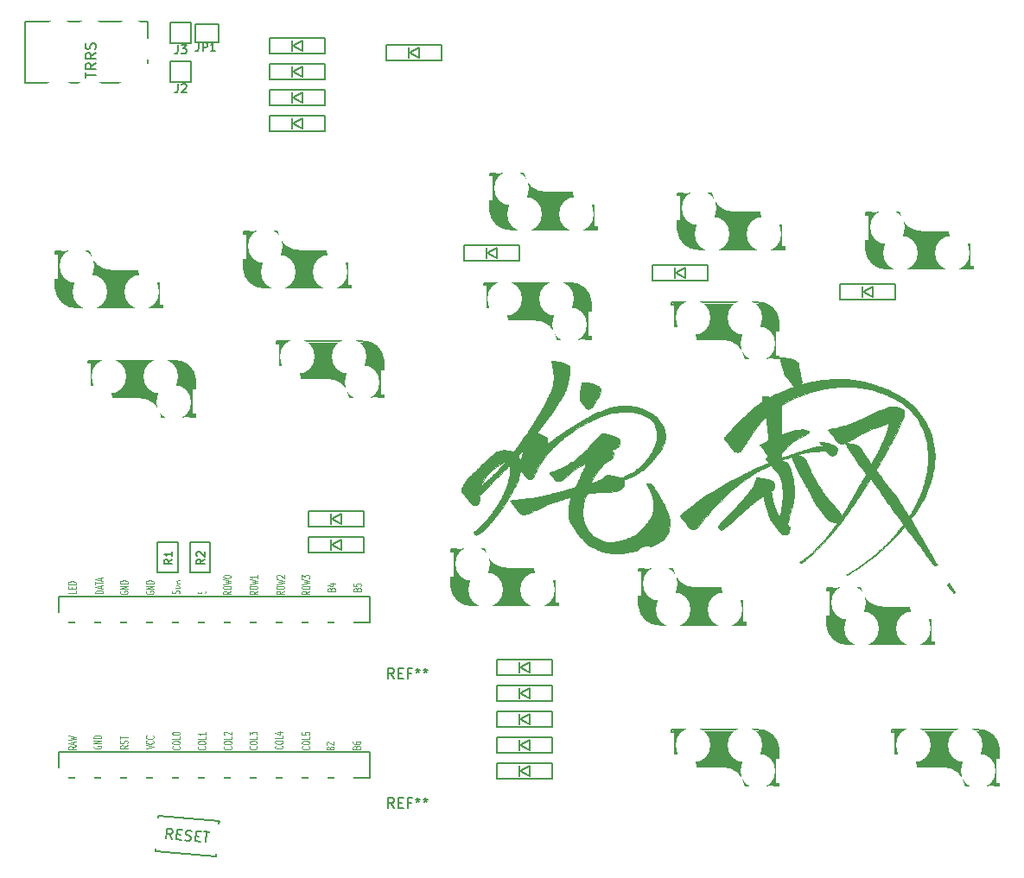
<source format=gto>
G04 #@! TF.GenerationSoftware,KiCad,Pcbnew,5.0.2+dfsg1-1~bpo9+1*
G04 #@! TF.CreationDate,2019-02-28T23:47:22+09:00*
G04 #@! TF.ProjectId,wabisabi,77616269-7361-4626-992e-6b696361645f,rev?*
G04 #@! TF.SameCoordinates,Original*
G04 #@! TF.FileFunction,Legend,Top*
G04 #@! TF.FilePolarity,Positive*
%FSLAX46Y46*%
G04 Gerber Fmt 4.6, Leading zero omitted, Abs format (unit mm)*
G04 Created by KiCad (PCBNEW 5.0.2+dfsg1-1~bpo9+1) date 2019年02月28日 23時47分22秒*
%MOMM*%
%LPD*%
G01*
G04 APERTURE LIST*
%ADD10C,0.150000*%
%ADD11C,0.400000*%
%ADD12C,0.500000*%
%ADD13C,1.000000*%
%ADD14C,3.500000*%
%ADD15C,3.000000*%
%ADD16C,0.800000*%
%ADD17C,0.300000*%
%ADD18C,0.010000*%
%ADD19C,0.125000*%
%ADD20C,0.152400*%
%ADD21C,1.924000*%
%ADD22R,1.700000X1.350000*%
%ADD23R,1.797000X1.797000*%
%ADD24C,1.797000*%
%ADD25C,1.600000*%
%ADD26O,2.900000X2.100000*%
%ADD27R,1.924000X1.924000*%
%ADD28R,1.035000X1.543000*%
%ADD29R,0.781000X0.781000*%
%ADD30C,2.400000*%
%ADD31C,2.200000*%
%ADD32C,4.400000*%
%ADD33C,3.400000*%
%ADD34R,2.700000X2.400000*%
%ADD35C,5.400000*%
%ADD36C,2.600000*%
G04 APERTURE END LIST*
D10*
G04 #@! TO.C,U1*
X90932000Y-121920000D02*
X90932000Y-124460000D01*
X90932000Y-124460000D02*
X121412000Y-124460000D01*
X121412000Y-124460000D02*
X121412000Y-121920000D01*
X121412000Y-121920000D02*
X90932000Y-121920000D01*
X90932000Y-106680000D02*
X90932000Y-109220000D01*
X90932000Y-109220000D02*
X121412000Y-109220000D01*
X121412000Y-109220000D02*
X121412000Y-106680000D01*
X121412000Y-106680000D02*
X90932000Y-106680000D01*
G04 #@! TO.C,D1*
X113900000Y-60325000D02*
X114800000Y-59825000D01*
X114800000Y-59825000D02*
X114800000Y-60825000D01*
X114800000Y-60825000D02*
X113900000Y-60325000D01*
X113800000Y-59825000D02*
X113800000Y-60825000D01*
X117000000Y-59575000D02*
X111600000Y-59575000D01*
X111600000Y-59575000D02*
X111600000Y-61075000D01*
X111600000Y-61075000D02*
X117000000Y-61075000D01*
X117000000Y-61075000D02*
X117000000Y-59575000D01*
G04 #@! TO.C,D2*
X117710000Y-101600000D02*
X118610000Y-101100000D01*
X118610000Y-101100000D02*
X118610000Y-102100000D01*
X118610000Y-102100000D02*
X117710000Y-101600000D01*
X117610000Y-101100000D02*
X117610000Y-102100000D01*
X120810000Y-100850000D02*
X115410000Y-100850000D01*
X115410000Y-100850000D02*
X115410000Y-102350000D01*
X115410000Y-102350000D02*
X120810000Y-102350000D01*
X120810000Y-102350000D02*
X120810000Y-100850000D01*
G04 #@! TO.C,D3*
X117000000Y-58535000D02*
X117000000Y-57035000D01*
X111600000Y-58535000D02*
X117000000Y-58535000D01*
X111600000Y-57035000D02*
X111600000Y-58535000D01*
X117000000Y-57035000D02*
X111600000Y-57035000D01*
X113800000Y-57285000D02*
X113800000Y-58285000D01*
X114800000Y-58285000D02*
X113900000Y-57785000D01*
X114800000Y-57285000D02*
X114800000Y-58285000D01*
X113900000Y-57785000D02*
X114800000Y-57285000D01*
G04 #@! TO.C,D4*
X120810000Y-99810000D02*
X120810000Y-98310000D01*
X115410000Y-99810000D02*
X120810000Y-99810000D01*
X115410000Y-98310000D02*
X115410000Y-99810000D01*
X120810000Y-98310000D02*
X115410000Y-98310000D01*
X117610000Y-98560000D02*
X117610000Y-99560000D01*
X118610000Y-99560000D02*
X117710000Y-99060000D01*
X118610000Y-98560000D02*
X118610000Y-99560000D01*
X117710000Y-99060000D02*
X118610000Y-98560000D01*
G04 #@! TO.C,D5*
X113900000Y-55245000D02*
X114800000Y-54745000D01*
X114800000Y-54745000D02*
X114800000Y-55745000D01*
X114800000Y-55745000D02*
X113900000Y-55245000D01*
X113800000Y-54745000D02*
X113800000Y-55745000D01*
X117000000Y-54495000D02*
X111600000Y-54495000D01*
X111600000Y-54495000D02*
X111600000Y-55995000D01*
X111600000Y-55995000D02*
X117000000Y-55995000D01*
X117000000Y-55995000D02*
X117000000Y-54495000D01*
G04 #@! TO.C,D6*
X136050000Y-73775000D02*
X136050000Y-72275000D01*
X130650000Y-73775000D02*
X136050000Y-73775000D01*
X130650000Y-72275000D02*
X130650000Y-73775000D01*
X136050000Y-72275000D02*
X130650000Y-72275000D01*
X132850000Y-72525000D02*
X132850000Y-73525000D01*
X133850000Y-73525000D02*
X132950000Y-73025000D01*
X133850000Y-72525000D02*
X133850000Y-73525000D01*
X132950000Y-73025000D02*
X133850000Y-72525000D01*
G04 #@! TO.C,D7*
X136125000Y-113665000D02*
X137025000Y-113165000D01*
X137025000Y-113165000D02*
X137025000Y-114165000D01*
X137025000Y-114165000D02*
X136125000Y-113665000D01*
X136025000Y-113165000D02*
X136025000Y-114165000D01*
X139225000Y-112915000D02*
X133825000Y-112915000D01*
X133825000Y-112915000D02*
X133825000Y-114415000D01*
X133825000Y-114415000D02*
X139225000Y-114415000D01*
X139225000Y-114415000D02*
X139225000Y-112915000D01*
G04 #@! TO.C,D8*
X113900000Y-52705000D02*
X114800000Y-52205000D01*
X114800000Y-52205000D02*
X114800000Y-53205000D01*
X114800000Y-53205000D02*
X113900000Y-52705000D01*
X113800000Y-52205000D02*
X113800000Y-53205000D01*
X117000000Y-51955000D02*
X111600000Y-51955000D01*
X111600000Y-51955000D02*
X111600000Y-53455000D01*
X111600000Y-53455000D02*
X117000000Y-53455000D01*
X117000000Y-53455000D02*
X117000000Y-51955000D01*
G04 #@! TO.C,D9*
X151365000Y-74930000D02*
X152265000Y-74430000D01*
X152265000Y-74430000D02*
X152265000Y-75430000D01*
X152265000Y-75430000D02*
X151365000Y-74930000D01*
X151265000Y-74430000D02*
X151265000Y-75430000D01*
X154465000Y-74180000D02*
X149065000Y-74180000D01*
X149065000Y-74180000D02*
X149065000Y-75680000D01*
X149065000Y-75680000D02*
X154465000Y-75680000D01*
X154465000Y-75680000D02*
X154465000Y-74180000D01*
G04 #@! TO.C,D10*
X136125000Y-116205000D02*
X137025000Y-115705000D01*
X137025000Y-115705000D02*
X137025000Y-116705000D01*
X137025000Y-116705000D02*
X136125000Y-116205000D01*
X136025000Y-115705000D02*
X136025000Y-116705000D01*
X139225000Y-115455000D02*
X133825000Y-115455000D01*
X133825000Y-115455000D02*
X133825000Y-116955000D01*
X133825000Y-116955000D02*
X139225000Y-116955000D01*
X139225000Y-116955000D02*
X139225000Y-115455000D01*
G04 #@! TO.C,D11*
X136125000Y-121285000D02*
X137025000Y-120785000D01*
X137025000Y-120785000D02*
X137025000Y-121785000D01*
X137025000Y-121785000D02*
X136125000Y-121285000D01*
X136025000Y-120785000D02*
X136025000Y-121785000D01*
X139225000Y-120535000D02*
X133825000Y-120535000D01*
X133825000Y-120535000D02*
X133825000Y-122035000D01*
X133825000Y-122035000D02*
X139225000Y-122035000D01*
X139225000Y-122035000D02*
X139225000Y-120535000D01*
G04 #@! TO.C,D12*
X125330000Y-53340000D02*
X126230000Y-52840000D01*
X126230000Y-52840000D02*
X126230000Y-53840000D01*
X126230000Y-53840000D02*
X125330000Y-53340000D01*
X125230000Y-52840000D02*
X125230000Y-53840000D01*
X128430000Y-52590000D02*
X123030000Y-52590000D01*
X123030000Y-52590000D02*
X123030000Y-54090000D01*
X123030000Y-54090000D02*
X128430000Y-54090000D01*
X128430000Y-54090000D02*
X128430000Y-52590000D01*
G04 #@! TO.C,D13*
X172880000Y-77585000D02*
X172880000Y-76085000D01*
X167480000Y-77585000D02*
X172880000Y-77585000D01*
X167480000Y-76085000D02*
X167480000Y-77585000D01*
X172880000Y-76085000D02*
X167480000Y-76085000D01*
X169680000Y-76335000D02*
X169680000Y-77335000D01*
X170680000Y-77335000D02*
X169780000Y-76835000D01*
X170680000Y-76335000D02*
X170680000Y-77335000D01*
X169780000Y-76835000D02*
X170680000Y-76335000D01*
G04 #@! TO.C,D14*
X136125000Y-118745000D02*
X137025000Y-118245000D01*
X137025000Y-118245000D02*
X137025000Y-119245000D01*
X137025000Y-119245000D02*
X136125000Y-118745000D01*
X136025000Y-118245000D02*
X136025000Y-119245000D01*
X139225000Y-117995000D02*
X133825000Y-117995000D01*
X133825000Y-117995000D02*
X133825000Y-119495000D01*
X133825000Y-119495000D02*
X139225000Y-119495000D01*
X139225000Y-119495000D02*
X139225000Y-117995000D01*
G04 #@! TO.C,D15*
X139225000Y-124575000D02*
X139225000Y-123075000D01*
X133825000Y-124575000D02*
X139225000Y-124575000D01*
X133825000Y-123075000D02*
X133825000Y-124575000D01*
X139225000Y-123075000D02*
X133825000Y-123075000D01*
X136025000Y-123325000D02*
X136025000Y-124325000D01*
X137025000Y-124325000D02*
X136125000Y-123825000D01*
X137025000Y-123325000D02*
X137025000Y-124325000D01*
X136125000Y-123825000D02*
X137025000Y-123325000D01*
G04 #@! TO.C,J1*
X87630000Y-56340000D02*
X87630000Y-50340000D01*
X87630000Y-50340000D02*
X99630000Y-50340000D01*
X99630000Y-50340000D02*
X99630000Y-56340000D01*
X99630000Y-56340000D02*
X87630000Y-56340000D01*
G04 #@! TO.C,J2*
X103870000Y-54245000D02*
X101870000Y-54245000D01*
X103870000Y-56245000D02*
X103870000Y-54245000D01*
X101870000Y-56245000D02*
X103870000Y-56245000D01*
X101870000Y-54245000D02*
X101870000Y-56245000D01*
G04 #@! TO.C,J3*
X101870000Y-50435000D02*
X101870000Y-52435000D01*
X101870000Y-52435000D02*
X103870000Y-52435000D01*
X103870000Y-52435000D02*
X103870000Y-50435000D01*
X103870000Y-50435000D02*
X101870000Y-50435000D01*
G04 #@! TO.C,JP1*
X106553000Y-52324000D02*
X104267000Y-52324000D01*
X104267000Y-52324000D02*
X104267000Y-50546000D01*
X104267000Y-50546000D02*
X106553000Y-50546000D01*
X106553000Y-50546000D02*
X106553000Y-52324000D01*
G04 #@! TO.C,R1*
X102600760Y-101368860D02*
X100599240Y-101368860D01*
X100599240Y-101368860D02*
X100599240Y-104371140D01*
X100599240Y-104371140D02*
X102600760Y-104371140D01*
X102600760Y-104371140D02*
X102600760Y-101368860D01*
G04 #@! TO.C,R2*
X105775760Y-104371140D02*
X105775760Y-101368860D01*
X103774240Y-104371140D02*
X105775760Y-104371140D01*
X103774240Y-101368860D02*
X103774240Y-104371140D01*
X105775760Y-101368860D02*
X103774240Y-101368860D01*
G04 #@! TO.C,SW1*
X100363893Y-131656873D02*
X100385682Y-131407825D01*
X106341062Y-132179808D02*
X100363893Y-131656873D01*
X106341062Y-132179808D02*
X106362850Y-131930759D01*
X106646107Y-128693127D02*
X106624318Y-128942175D01*
X100668938Y-128170192D02*
X100647150Y-128419241D01*
X106646107Y-128693127D02*
X100668938Y-128170192D01*
D11*
G04 #@! TO.C,SW2*
X100920000Y-75655000D02*
X100920000Y-74955000D01*
X100920000Y-78155000D02*
X99520000Y-78155000D01*
D12*
X90820000Y-73055000D02*
X93520000Y-73055000D01*
D13*
X93503682Y-73276471D02*
G75*
G03X95720000Y-75155000I2151318J291471D01*
G01*
D10*
X101120000Y-78005000D02*
X101120000Y-78355000D01*
X90619999Y-76455000D02*
G75*
G03X92720000Y-78355001I2000001J100000D01*
G01*
X93903682Y-72876471D02*
G75*
G03X96120000Y-74755000I2151318J291471D01*
G01*
X101120000Y-78355000D02*
X92720000Y-78355001D01*
X96120000Y-74755000D02*
X101120000Y-74755000D01*
X90620000Y-72855000D02*
X93900000Y-72855000D01*
X90620000Y-76455000D02*
X90620000Y-75455000D01*
X90620000Y-72855000D02*
X90620000Y-73215000D01*
X90820000Y-73215000D02*
X90620000Y-73215000D01*
X90850000Y-75455000D02*
X90850000Y-73215000D01*
X90620000Y-75455000D02*
X90820000Y-75455000D01*
X100920000Y-78005000D02*
X101120000Y-78005000D01*
X100900000Y-75755000D02*
X100900000Y-78005000D01*
X101120000Y-75755000D02*
X100920000Y-75755000D01*
X101120000Y-74755000D02*
X101120000Y-75755000D01*
D14*
X99120000Y-76555000D02*
X92420000Y-76555000D01*
D13*
X100420000Y-77755000D02*
X100420000Y-75255000D01*
D12*
X100820000Y-75055000D02*
X99420000Y-75055000D01*
D15*
X92350000Y-76855000D02*
X92350000Y-74615000D01*
D16*
X91220000Y-73355000D02*
X91220000Y-75155000D01*
D17*
X90720001Y-75555000D02*
X90720000Y-76454999D01*
G04 #@! TO.C,SW3*
X104207499Y-86370000D02*
X104207500Y-85470001D01*
D16*
X103707500Y-88570000D02*
X103707500Y-86770000D01*
D15*
X102577500Y-85070000D02*
X102577500Y-87310000D01*
D12*
X94107500Y-86870000D02*
X95507500Y-86870000D01*
D13*
X94507500Y-84170000D02*
X94507500Y-86670000D01*
D14*
X95807500Y-85370000D02*
X102507500Y-85370000D01*
D10*
X93807500Y-87170000D02*
X93807500Y-86170000D01*
X93807500Y-86170000D02*
X94007500Y-86170000D01*
X94027500Y-86170000D02*
X94027500Y-83920000D01*
X94007500Y-83920000D02*
X93807500Y-83920000D01*
X104307500Y-86470000D02*
X104107500Y-86470000D01*
X104077500Y-86470000D02*
X104077500Y-88710000D01*
X104107500Y-88710000D02*
X104307500Y-88710000D01*
X104307500Y-89070000D02*
X104307500Y-88710000D01*
X104307500Y-85470000D02*
X104307500Y-86470000D01*
X104307500Y-89070000D02*
X101027500Y-89070000D01*
X98807500Y-87170000D02*
X93807500Y-87170000D01*
X93807500Y-83570000D02*
X102207500Y-83569999D01*
X101023818Y-89048529D02*
G75*
G03X98807500Y-87170000I-2151318J-291471D01*
G01*
X104307501Y-85470000D02*
G75*
G03X102207500Y-83569999I-2000001J-100000D01*
G01*
X93807500Y-83920000D02*
X93807500Y-83570000D01*
D13*
X101423818Y-88648529D02*
G75*
G03X99207500Y-86770000I-2151318J-291471D01*
G01*
D12*
X104107500Y-88870000D02*
X101407500Y-88870000D01*
D11*
X94007500Y-83770000D02*
X95407500Y-83770000D01*
X94007500Y-86270000D02*
X94007500Y-86970000D01*
D17*
G04 #@! TO.C,SW4*
X109135001Y-73610000D02*
X109135000Y-74509999D01*
D16*
X109635000Y-71410000D02*
X109635000Y-73210000D01*
D15*
X110765000Y-74910000D02*
X110765000Y-72670000D01*
D12*
X119235000Y-73110000D02*
X117835000Y-73110000D01*
D13*
X118835000Y-75810000D02*
X118835000Y-73310000D01*
D14*
X117535000Y-74610000D02*
X110835000Y-74610000D01*
D10*
X119535000Y-72810000D02*
X119535000Y-73810000D01*
X119535000Y-73810000D02*
X119335000Y-73810000D01*
X119315000Y-73810000D02*
X119315000Y-76060000D01*
X119335000Y-76060000D02*
X119535000Y-76060000D01*
X109035000Y-73510000D02*
X109235000Y-73510000D01*
X109265000Y-73510000D02*
X109265000Y-71270000D01*
X109235000Y-71270000D02*
X109035000Y-71270000D01*
X109035000Y-70910000D02*
X109035000Y-71270000D01*
X109035000Y-74510000D02*
X109035000Y-73510000D01*
X109035000Y-70910000D02*
X112315000Y-70910000D01*
X114535000Y-72810000D02*
X119535000Y-72810000D01*
X119535000Y-76410000D02*
X111135000Y-76410001D01*
X112318682Y-70931471D02*
G75*
G03X114535000Y-72810000I2151318J291471D01*
G01*
X109034999Y-74510000D02*
G75*
G03X111135000Y-76410001I2000001J100000D01*
G01*
X119535000Y-76060000D02*
X119535000Y-76410000D01*
D13*
X111918682Y-71331471D02*
G75*
G03X114135000Y-73210000I2151318J291471D01*
G01*
D12*
X109235000Y-71110000D02*
X111935000Y-71110000D01*
D11*
X119335000Y-76210000D02*
X117935000Y-76210000D01*
X119335000Y-73710000D02*
X119335000Y-73010000D01*
G04 #@! TO.C,SW5*
X112440000Y-84365000D02*
X112440000Y-85065000D01*
X112440000Y-81865000D02*
X113840000Y-81865000D01*
D12*
X122540000Y-86965000D02*
X119840000Y-86965000D01*
D13*
X119856318Y-86743529D02*
G75*
G03X117640000Y-84865000I-2151318J-291471D01*
G01*
D10*
X112240000Y-82015000D02*
X112240000Y-81665000D01*
X122740001Y-83565000D02*
G75*
G03X120640000Y-81664999I-2000001J-100000D01*
G01*
X119456318Y-87143529D02*
G75*
G03X117240000Y-85265000I-2151318J-291471D01*
G01*
X112240000Y-81665000D02*
X120640000Y-81664999D01*
X117240000Y-85265000D02*
X112240000Y-85265000D01*
X122740000Y-87165000D02*
X119460000Y-87165000D01*
X122740000Y-83565000D02*
X122740000Y-84565000D01*
X122740000Y-87165000D02*
X122740000Y-86805000D01*
X122540000Y-86805000D02*
X122740000Y-86805000D01*
X122510000Y-84565000D02*
X122510000Y-86805000D01*
X122740000Y-84565000D02*
X122540000Y-84565000D01*
X112440000Y-82015000D02*
X112240000Y-82015000D01*
X112460000Y-84265000D02*
X112460000Y-82015000D01*
X112240000Y-84265000D02*
X112440000Y-84265000D01*
X112240000Y-85265000D02*
X112240000Y-84265000D01*
D14*
X114240000Y-83465000D02*
X120940000Y-83465000D01*
D13*
X112940000Y-82265000D02*
X112940000Y-84765000D01*
D12*
X112540000Y-84965000D02*
X113940000Y-84965000D01*
D15*
X121010000Y-83165000D02*
X121010000Y-85405000D01*
D16*
X122140000Y-86665000D02*
X122140000Y-84865000D01*
D17*
X122639999Y-84465000D02*
X122640000Y-83565001D01*
D11*
G04 #@! TO.C,SW6*
X143465000Y-67995000D02*
X143465000Y-67295000D01*
X143465000Y-70495000D02*
X142065000Y-70495000D01*
D12*
X133365000Y-65395000D02*
X136065000Y-65395000D01*
D13*
X136048682Y-65616471D02*
G75*
G03X138265000Y-67495000I2151318J291471D01*
G01*
D10*
X143665000Y-70345000D02*
X143665000Y-70695000D01*
X133164999Y-68795000D02*
G75*
G03X135265000Y-70695001I2000001J100000D01*
G01*
X136448682Y-65216471D02*
G75*
G03X138665000Y-67095000I2151318J291471D01*
G01*
X143665000Y-70695000D02*
X135265000Y-70695001D01*
X138665000Y-67095000D02*
X143665000Y-67095000D01*
X133165000Y-65195000D02*
X136445000Y-65195000D01*
X133165000Y-68795000D02*
X133165000Y-67795000D01*
X133165000Y-65195000D02*
X133165000Y-65555000D01*
X133365000Y-65555000D02*
X133165000Y-65555000D01*
X133395000Y-67795000D02*
X133395000Y-65555000D01*
X133165000Y-67795000D02*
X133365000Y-67795000D01*
X143465000Y-70345000D02*
X143665000Y-70345000D01*
X143445000Y-68095000D02*
X143445000Y-70345000D01*
X143665000Y-68095000D02*
X143465000Y-68095000D01*
X143665000Y-67095000D02*
X143665000Y-68095000D01*
D14*
X141665000Y-68895000D02*
X134965000Y-68895000D01*
D13*
X142965000Y-70095000D02*
X142965000Y-67595000D01*
D12*
X143365000Y-67395000D02*
X141965000Y-67395000D01*
D15*
X134895000Y-69195000D02*
X134895000Y-66955000D01*
D16*
X133765000Y-65695000D02*
X133765000Y-67495000D01*
D17*
X133265001Y-67895000D02*
X133265000Y-68794999D01*
G04 #@! TO.C,SW7*
X142959999Y-78750000D02*
X142960000Y-77850001D01*
D16*
X142460000Y-80950000D02*
X142460000Y-79150000D01*
D15*
X141330000Y-77450000D02*
X141330000Y-79690000D01*
D12*
X132860000Y-79250000D02*
X134260000Y-79250000D01*
D13*
X133260000Y-76550000D02*
X133260000Y-79050000D01*
D14*
X134560000Y-77750000D02*
X141260000Y-77750000D01*
D10*
X132560000Y-79550000D02*
X132560000Y-78550000D01*
X132560000Y-78550000D02*
X132760000Y-78550000D01*
X132780000Y-78550000D02*
X132780000Y-76300000D01*
X132760000Y-76300000D02*
X132560000Y-76300000D01*
X143060000Y-78850000D02*
X142860000Y-78850000D01*
X142830000Y-78850000D02*
X142830000Y-81090000D01*
X142860000Y-81090000D02*
X143060000Y-81090000D01*
X143060000Y-81450000D02*
X143060000Y-81090000D01*
X143060000Y-77850000D02*
X143060000Y-78850000D01*
X143060000Y-81450000D02*
X139780000Y-81450000D01*
X137560000Y-79550000D02*
X132560000Y-79550000D01*
X132560000Y-75950000D02*
X140960000Y-75949999D01*
X139776318Y-81428529D02*
G75*
G03X137560000Y-79550000I-2151318J-291471D01*
G01*
X143060001Y-77850000D02*
G75*
G03X140960000Y-75949999I-2000001J-100000D01*
G01*
X132560000Y-76300000D02*
X132560000Y-75950000D01*
D13*
X140176318Y-81028529D02*
G75*
G03X137960000Y-79150000I-2151318J-291471D01*
G01*
D12*
X142860000Y-81250000D02*
X140160000Y-81250000D01*
D11*
X132760000Y-76150000D02*
X134160000Y-76150000D01*
X132760000Y-78650000D02*
X132760000Y-79350000D01*
G04 #@! TO.C,SW8*
X139655000Y-104865000D02*
X139655000Y-104165000D01*
X139655000Y-107365000D02*
X138255000Y-107365000D01*
D12*
X129555000Y-102265000D02*
X132255000Y-102265000D01*
D13*
X132238682Y-102486471D02*
G75*
G03X134455000Y-104365000I2151318J291471D01*
G01*
D10*
X139855000Y-107215000D02*
X139855000Y-107565000D01*
X129354999Y-105665000D02*
G75*
G03X131455000Y-107565001I2000001J100000D01*
G01*
X132638682Y-102086471D02*
G75*
G03X134855000Y-103965000I2151318J291471D01*
G01*
X139855000Y-107565000D02*
X131455000Y-107565001D01*
X134855000Y-103965000D02*
X139855000Y-103965000D01*
X129355000Y-102065000D02*
X132635000Y-102065000D01*
X129355000Y-105665000D02*
X129355000Y-104665000D01*
X129355000Y-102065000D02*
X129355000Y-102425000D01*
X129555000Y-102425000D02*
X129355000Y-102425000D01*
X129585000Y-104665000D02*
X129585000Y-102425000D01*
X129355000Y-104665000D02*
X129555000Y-104665000D01*
X139655000Y-107215000D02*
X139855000Y-107215000D01*
X139635000Y-104965000D02*
X139635000Y-107215000D01*
X139855000Y-104965000D02*
X139655000Y-104965000D01*
X139855000Y-103965000D02*
X139855000Y-104965000D01*
D14*
X137855000Y-105765000D02*
X131155000Y-105765000D01*
D13*
X139155000Y-106965000D02*
X139155000Y-104465000D01*
D12*
X139555000Y-104265000D02*
X138155000Y-104265000D01*
D15*
X131085000Y-106065000D02*
X131085000Y-103825000D01*
D16*
X129955000Y-102565000D02*
X129955000Y-104365000D01*
D17*
X129455001Y-104765000D02*
X129455000Y-105664999D01*
G04 #@! TO.C,SW9*
X151680001Y-69840000D02*
X151680000Y-70739999D01*
D16*
X152180000Y-67640000D02*
X152180000Y-69440000D01*
D15*
X153310000Y-71140000D02*
X153310000Y-68900000D01*
D12*
X161780000Y-69340000D02*
X160380000Y-69340000D01*
D13*
X161380000Y-72040000D02*
X161380000Y-69540000D01*
D14*
X160080000Y-70840000D02*
X153380000Y-70840000D01*
D10*
X162080000Y-69040000D02*
X162080000Y-70040000D01*
X162080000Y-70040000D02*
X161880000Y-70040000D01*
X161860000Y-70040000D02*
X161860000Y-72290000D01*
X161880000Y-72290000D02*
X162080000Y-72290000D01*
X151580000Y-69740000D02*
X151780000Y-69740000D01*
X151810000Y-69740000D02*
X151810000Y-67500000D01*
X151780000Y-67500000D02*
X151580000Y-67500000D01*
X151580000Y-67140000D02*
X151580000Y-67500000D01*
X151580000Y-70740000D02*
X151580000Y-69740000D01*
X151580000Y-67140000D02*
X154860000Y-67140000D01*
X157080000Y-69040000D02*
X162080000Y-69040000D01*
X162080000Y-72640000D02*
X153680000Y-72640001D01*
X154863682Y-67161471D02*
G75*
G03X157080000Y-69040000I2151318J291471D01*
G01*
X151579999Y-70740000D02*
G75*
G03X153680000Y-72640001I2000001J100000D01*
G01*
X162080000Y-72290000D02*
X162080000Y-72640000D01*
D13*
X154463682Y-67561471D02*
G75*
G03X156680000Y-69440000I2151318J291471D01*
G01*
D12*
X151780000Y-67340000D02*
X154480000Y-67340000D01*
D11*
X161880000Y-72440000D02*
X160480000Y-72440000D01*
X161880000Y-69940000D02*
X161880000Y-69240000D01*
G04 #@! TO.C,SW10*
X151175000Y-80555000D02*
X151175000Y-81255000D01*
X151175000Y-78055000D02*
X152575000Y-78055000D01*
D12*
X161275000Y-83155000D02*
X158575000Y-83155000D01*
D13*
X158591318Y-82933529D02*
G75*
G03X156375000Y-81055000I-2151318J-291471D01*
G01*
D10*
X150975000Y-78205000D02*
X150975000Y-77855000D01*
X161475001Y-79755000D02*
G75*
G03X159375000Y-77854999I-2000001J-100000D01*
G01*
X158191318Y-83333529D02*
G75*
G03X155975000Y-81455000I-2151318J-291471D01*
G01*
X150975000Y-77855000D02*
X159375000Y-77854999D01*
X155975000Y-81455000D02*
X150975000Y-81455000D01*
X161475000Y-83355000D02*
X158195000Y-83355000D01*
X161475000Y-79755000D02*
X161475000Y-80755000D01*
X161475000Y-83355000D02*
X161475000Y-82995000D01*
X161275000Y-82995000D02*
X161475000Y-82995000D01*
X161245000Y-80755000D02*
X161245000Y-82995000D01*
X161475000Y-80755000D02*
X161275000Y-80755000D01*
X151175000Y-78205000D02*
X150975000Y-78205000D01*
X151195000Y-80455000D02*
X151195000Y-78205000D01*
X150975000Y-80455000D02*
X151175000Y-80455000D01*
X150975000Y-81455000D02*
X150975000Y-80455000D01*
D14*
X152975000Y-79655000D02*
X159675000Y-79655000D01*
D13*
X151675000Y-78455000D02*
X151675000Y-80955000D01*
D12*
X151275000Y-81155000D02*
X152675000Y-81155000D01*
D15*
X159745000Y-79355000D02*
X159745000Y-81595000D01*
D16*
X160875000Y-82855000D02*
X160875000Y-81055000D01*
D17*
X161374999Y-80655000D02*
X161375000Y-79755001D01*
G04 #@! TO.C,SW11*
X147870001Y-106670000D02*
X147870000Y-107569999D01*
D16*
X148370000Y-104470000D02*
X148370000Y-106270000D01*
D15*
X149500000Y-107970000D02*
X149500000Y-105730000D01*
D12*
X157970000Y-106170000D02*
X156570000Y-106170000D01*
D13*
X157570000Y-108870000D02*
X157570000Y-106370000D01*
D14*
X156270000Y-107670000D02*
X149570000Y-107670000D01*
D10*
X158270000Y-105870000D02*
X158270000Y-106870000D01*
X158270000Y-106870000D02*
X158070000Y-106870000D01*
X158050000Y-106870000D02*
X158050000Y-109120000D01*
X158070000Y-109120000D02*
X158270000Y-109120000D01*
X147770000Y-106570000D02*
X147970000Y-106570000D01*
X148000000Y-106570000D02*
X148000000Y-104330000D01*
X147970000Y-104330000D02*
X147770000Y-104330000D01*
X147770000Y-103970000D02*
X147770000Y-104330000D01*
X147770000Y-107570000D02*
X147770000Y-106570000D01*
X147770000Y-103970000D02*
X151050000Y-103970000D01*
X153270000Y-105870000D02*
X158270000Y-105870000D01*
X158270000Y-109470000D02*
X149870000Y-109470001D01*
X151053682Y-103991471D02*
G75*
G03X153270000Y-105870000I2151318J291471D01*
G01*
X147769999Y-107570000D02*
G75*
G03X149870000Y-109470001I2000001J100000D01*
G01*
X158270000Y-109120000D02*
X158270000Y-109470000D01*
D13*
X150653682Y-104391471D02*
G75*
G03X152870000Y-106270000I2151318J291471D01*
G01*
D12*
X147970000Y-104170000D02*
X150670000Y-104170000D01*
D11*
X158070000Y-109270000D02*
X156670000Y-109270000D01*
X158070000Y-106770000D02*
X158070000Y-106070000D01*
D17*
G04 #@! TO.C,SW12*
X161374999Y-122565000D02*
X161375000Y-121665001D01*
D16*
X160875000Y-124765000D02*
X160875000Y-122965000D01*
D15*
X159745000Y-121265000D02*
X159745000Y-123505000D01*
D12*
X151275000Y-123065000D02*
X152675000Y-123065000D01*
D13*
X151675000Y-120365000D02*
X151675000Y-122865000D01*
D14*
X152975000Y-121565000D02*
X159675000Y-121565000D01*
D10*
X150975000Y-123365000D02*
X150975000Y-122365000D01*
X150975000Y-122365000D02*
X151175000Y-122365000D01*
X151195000Y-122365000D02*
X151195000Y-120115000D01*
X151175000Y-120115000D02*
X150975000Y-120115000D01*
X161475000Y-122665000D02*
X161275000Y-122665000D01*
X161245000Y-122665000D02*
X161245000Y-124905000D01*
X161275000Y-124905000D02*
X161475000Y-124905000D01*
X161475000Y-125265000D02*
X161475000Y-124905000D01*
X161475000Y-121665000D02*
X161475000Y-122665000D01*
X161475000Y-125265000D02*
X158195000Y-125265000D01*
X155975000Y-123365000D02*
X150975000Y-123365000D01*
X150975000Y-119765000D02*
X159375000Y-119764999D01*
X158191318Y-125243529D02*
G75*
G03X155975000Y-123365000I-2151318J-291471D01*
G01*
X161475001Y-121665000D02*
G75*
G03X159375000Y-119764999I-2000001J-100000D01*
G01*
X150975000Y-120115000D02*
X150975000Y-119765000D01*
D13*
X158591318Y-124843529D02*
G75*
G03X156375000Y-122965000I-2151318J-291471D01*
G01*
D12*
X161275000Y-125065000D02*
X158575000Y-125065000D01*
D11*
X151175000Y-119965000D02*
X152575000Y-119965000D01*
X151175000Y-122465000D02*
X151175000Y-123165000D01*
D17*
G04 #@! TO.C,SW13*
X170095001Y-71745000D02*
X170095000Y-72644999D01*
D16*
X170595000Y-69545000D02*
X170595000Y-71345000D01*
D15*
X171725000Y-73045000D02*
X171725000Y-70805000D01*
D12*
X180195000Y-71245000D02*
X178795000Y-71245000D01*
D13*
X179795000Y-73945000D02*
X179795000Y-71445000D01*
D14*
X178495000Y-72745000D02*
X171795000Y-72745000D01*
D10*
X180495000Y-70945000D02*
X180495000Y-71945000D01*
X180495000Y-71945000D02*
X180295000Y-71945000D01*
X180275000Y-71945000D02*
X180275000Y-74195000D01*
X180295000Y-74195000D02*
X180495000Y-74195000D01*
X169995000Y-71645000D02*
X170195000Y-71645000D01*
X170225000Y-71645000D02*
X170225000Y-69405000D01*
X170195000Y-69405000D02*
X169995000Y-69405000D01*
X169995000Y-69045000D02*
X169995000Y-69405000D01*
X169995000Y-72645000D02*
X169995000Y-71645000D01*
X169995000Y-69045000D02*
X173275000Y-69045000D01*
X175495000Y-70945000D02*
X180495000Y-70945000D01*
X180495000Y-74545000D02*
X172095000Y-74545001D01*
X173278682Y-69066471D02*
G75*
G03X175495000Y-70945000I2151318J291471D01*
G01*
X169994999Y-72645000D02*
G75*
G03X172095000Y-74545001I2000001J100000D01*
G01*
X180495000Y-74195000D02*
X180495000Y-74545000D01*
D13*
X172878682Y-69466471D02*
G75*
G03X175095000Y-71345000I2151318J291471D01*
G01*
D12*
X170195000Y-69245000D02*
X172895000Y-69245000D01*
D11*
X180295000Y-74345000D02*
X178895000Y-74345000D01*
X180295000Y-71845000D02*
X180295000Y-71145000D01*
D17*
G04 #@! TO.C,SW15*
X166285001Y-108575000D02*
X166285000Y-109474999D01*
D16*
X166785000Y-106375000D02*
X166785000Y-108175000D01*
D15*
X167915000Y-109875000D02*
X167915000Y-107635000D01*
D12*
X176385000Y-108075000D02*
X174985000Y-108075000D01*
D13*
X175985000Y-110775000D02*
X175985000Y-108275000D01*
D14*
X174685000Y-109575000D02*
X167985000Y-109575000D01*
D10*
X176685000Y-107775000D02*
X176685000Y-108775000D01*
X176685000Y-108775000D02*
X176485000Y-108775000D01*
X176465000Y-108775000D02*
X176465000Y-111025000D01*
X176485000Y-111025000D02*
X176685000Y-111025000D01*
X166185000Y-108475000D02*
X166385000Y-108475000D01*
X166415000Y-108475000D02*
X166415000Y-106235000D01*
X166385000Y-106235000D02*
X166185000Y-106235000D01*
X166185000Y-105875000D02*
X166185000Y-106235000D01*
X166185000Y-109475000D02*
X166185000Y-108475000D01*
X166185000Y-105875000D02*
X169465000Y-105875000D01*
X171685000Y-107775000D02*
X176685000Y-107775000D01*
X176685000Y-111375000D02*
X168285000Y-111375001D01*
X169468682Y-105896471D02*
G75*
G03X171685000Y-107775000I2151318J291471D01*
G01*
X166184999Y-109475000D02*
G75*
G03X168285000Y-111375001I2000001J100000D01*
G01*
X176685000Y-111025000D02*
X176685000Y-111375000D01*
D13*
X169068682Y-106296471D02*
G75*
G03X171285000Y-108175000I2151318J291471D01*
G01*
D12*
X166385000Y-106075000D02*
X169085000Y-106075000D01*
D11*
X176485000Y-111175000D02*
X175085000Y-111175000D01*
X176485000Y-108675000D02*
X176485000Y-107975000D01*
D17*
G04 #@! TO.C,SW16*
X182964999Y-122565000D02*
X182965000Y-121665001D01*
D16*
X182465000Y-124765000D02*
X182465000Y-122965000D01*
D15*
X181335000Y-121265000D02*
X181335000Y-123505000D01*
D12*
X172865000Y-123065000D02*
X174265000Y-123065000D01*
D13*
X173265000Y-120365000D02*
X173265000Y-122865000D01*
D14*
X174565000Y-121565000D02*
X181265000Y-121565000D01*
D10*
X172565000Y-123365000D02*
X172565000Y-122365000D01*
X172565000Y-122365000D02*
X172765000Y-122365000D01*
X172785000Y-122365000D02*
X172785000Y-120115000D01*
X172765000Y-120115000D02*
X172565000Y-120115000D01*
X183065000Y-122665000D02*
X182865000Y-122665000D01*
X182835000Y-122665000D02*
X182835000Y-124905000D01*
X182865000Y-124905000D02*
X183065000Y-124905000D01*
X183065000Y-125265000D02*
X183065000Y-124905000D01*
X183065000Y-121665000D02*
X183065000Y-122665000D01*
X183065000Y-125265000D02*
X179785000Y-125265000D01*
X177565000Y-123365000D02*
X172565000Y-123365000D01*
X172565000Y-119765000D02*
X180965000Y-119764999D01*
X179781318Y-125243529D02*
G75*
G03X177565000Y-123365000I-2151318J-291471D01*
G01*
X183065001Y-121665000D02*
G75*
G03X180965000Y-119764999I-2000001J-100000D01*
G01*
X172565000Y-120115000D02*
X172565000Y-119765000D01*
D13*
X180181318Y-124843529D02*
G75*
G03X177965000Y-122965000I-2151318J-291471D01*
G01*
D12*
X182865000Y-125065000D02*
X180165000Y-125065000D01*
D11*
X172765000Y-119965000D02*
X174165000Y-119965000D01*
X172765000Y-122465000D02*
X172765000Y-123165000D01*
D18*
G04 #@! TO.C,G\002A\002A\002A*
G36*
X175831500Y-95234125D02*
X175815625Y-95250000D01*
X175799750Y-95234125D01*
X175815625Y-95218250D01*
X175831500Y-95234125D01*
X175831500Y-95234125D01*
G37*
X175831500Y-95234125D02*
X175815625Y-95250000D01*
X175799750Y-95234125D01*
X175815625Y-95218250D01*
X175831500Y-95234125D01*
G36*
X175799750Y-95361125D02*
X175783875Y-95377000D01*
X175768000Y-95361125D01*
X175783875Y-95345250D01*
X175799750Y-95361125D01*
X175799750Y-95361125D01*
G37*
X175799750Y-95361125D02*
X175783875Y-95377000D01*
X175768000Y-95361125D01*
X175783875Y-95345250D01*
X175799750Y-95361125D01*
G36*
X169354500Y-95837375D02*
X169338625Y-95853250D01*
X169322750Y-95837375D01*
X169338625Y-95821500D01*
X169354500Y-95837375D01*
X169354500Y-95837375D01*
G37*
X169354500Y-95837375D02*
X169338625Y-95853250D01*
X169322750Y-95837375D01*
X169338625Y-95821500D01*
X169354500Y-95837375D01*
G36*
X168338500Y-97647125D02*
X168322625Y-97663000D01*
X168306750Y-97647125D01*
X168322625Y-97631250D01*
X168338500Y-97647125D01*
X168338500Y-97647125D01*
G37*
X168338500Y-97647125D02*
X168322625Y-97663000D01*
X168306750Y-97647125D01*
X168322625Y-97631250D01*
X168338500Y-97647125D01*
G36*
X142361307Y-85672451D02*
X142502979Y-85687712D01*
X142665746Y-85710317D01*
X142835926Y-85738353D01*
X142999836Y-85769910D01*
X143143797Y-85803076D01*
X143151571Y-85805093D01*
X143339879Y-85862395D01*
X143526319Y-85933266D01*
X143693174Y-86010010D01*
X143822729Y-86084932D01*
X143860707Y-86113135D01*
X143960446Y-86229155D01*
X144012524Y-86365190D01*
X144017623Y-86422627D01*
X143997768Y-86594125D01*
X143945756Y-86780385D01*
X143871373Y-86948490D01*
X143851134Y-86982707D01*
X143801680Y-87067083D01*
X143734983Y-87188957D01*
X143661622Y-87328744D01*
X143620277Y-87410131D01*
X143487822Y-87659071D01*
X143364835Y-87855444D01*
X143244730Y-88008119D01*
X143120922Y-88125964D01*
X143049484Y-88178728D01*
X142909902Y-88259078D01*
X142792389Y-88291536D01*
X142680434Y-88278647D01*
X142603494Y-88247491D01*
X142519841Y-88185794D01*
X142449846Y-88101812D01*
X142447222Y-88097401D01*
X142396334Y-88018641D01*
X142319935Y-87910122D01*
X142232496Y-87791417D01*
X142148492Y-87682096D01*
X142082394Y-87601733D01*
X142072832Y-87591112D01*
X141993972Y-87503050D01*
X141951828Y-87443016D01*
X141939012Y-87393354D01*
X141948136Y-87336407D01*
X141955418Y-87310551D01*
X141969058Y-87235730D01*
X141982081Y-87114663D01*
X141992942Y-86964595D01*
X141999702Y-86815660D01*
X142006942Y-86660546D01*
X142017465Y-86524817D01*
X142029848Y-86423271D01*
X142042428Y-86371160D01*
X142059575Y-86315385D01*
X142080849Y-86213517D01*
X142102939Y-86082525D01*
X142114880Y-85999471D01*
X142137927Y-85854896D01*
X142162610Y-85745270D01*
X142186096Y-85682049D01*
X142195970Y-85671601D01*
X142254410Y-85666443D01*
X142361307Y-85672451D01*
X142361307Y-85672451D01*
G37*
X142361307Y-85672451D02*
X142502979Y-85687712D01*
X142665746Y-85710317D01*
X142835926Y-85738353D01*
X142999836Y-85769910D01*
X143143797Y-85803076D01*
X143151571Y-85805093D01*
X143339879Y-85862395D01*
X143526319Y-85933266D01*
X143693174Y-86010010D01*
X143822729Y-86084932D01*
X143860707Y-86113135D01*
X143960446Y-86229155D01*
X144012524Y-86365190D01*
X144017623Y-86422627D01*
X143997768Y-86594125D01*
X143945756Y-86780385D01*
X143871373Y-86948490D01*
X143851134Y-86982707D01*
X143801680Y-87067083D01*
X143734983Y-87188957D01*
X143661622Y-87328744D01*
X143620277Y-87410131D01*
X143487822Y-87659071D01*
X143364835Y-87855444D01*
X143244730Y-88008119D01*
X143120922Y-88125964D01*
X143049484Y-88178728D01*
X142909902Y-88259078D01*
X142792389Y-88291536D01*
X142680434Y-88278647D01*
X142603494Y-88247491D01*
X142519841Y-88185794D01*
X142449846Y-88101812D01*
X142447222Y-88097401D01*
X142396334Y-88018641D01*
X142319935Y-87910122D01*
X142232496Y-87791417D01*
X142148492Y-87682096D01*
X142082394Y-87601733D01*
X142072832Y-87591112D01*
X141993972Y-87503050D01*
X141951828Y-87443016D01*
X141939012Y-87393354D01*
X141948136Y-87336407D01*
X141955418Y-87310551D01*
X141969058Y-87235730D01*
X141982081Y-87114663D01*
X141992942Y-86964595D01*
X141999702Y-86815660D01*
X142006942Y-86660546D01*
X142017465Y-86524817D01*
X142029848Y-86423271D01*
X142042428Y-86371160D01*
X142059575Y-86315385D01*
X142080849Y-86213517D01*
X142102939Y-86082525D01*
X142114880Y-85999471D01*
X142137927Y-85854896D01*
X142162610Y-85745270D01*
X142186096Y-85682049D01*
X142195970Y-85671601D01*
X142254410Y-85666443D01*
X142361307Y-85672451D01*
G36*
X147605750Y-94186375D02*
X147589875Y-94202250D01*
X147574000Y-94186375D01*
X147589875Y-94170500D01*
X147605750Y-94186375D01*
X147605750Y-94186375D01*
G37*
X147605750Y-94186375D02*
X147589875Y-94202250D01*
X147574000Y-94186375D01*
X147589875Y-94170500D01*
X147605750Y-94186375D01*
G36*
X159004000Y-94218125D02*
X158988125Y-94234000D01*
X158972250Y-94218125D01*
X158988125Y-94202250D01*
X159004000Y-94218125D01*
X159004000Y-94218125D01*
G37*
X159004000Y-94218125D02*
X158988125Y-94234000D01*
X158972250Y-94218125D01*
X158988125Y-94202250D01*
X159004000Y-94218125D01*
G36*
X158940500Y-94249875D02*
X158924625Y-94265750D01*
X158908750Y-94249875D01*
X158924625Y-94234000D01*
X158940500Y-94249875D01*
X158940500Y-94249875D01*
G37*
X158940500Y-94249875D02*
X158924625Y-94265750D01*
X158908750Y-94249875D01*
X158924625Y-94234000D01*
X158940500Y-94249875D01*
G36*
X158877000Y-94281625D02*
X158861125Y-94297500D01*
X158845250Y-94281625D01*
X158861125Y-94265750D01*
X158877000Y-94281625D01*
X158877000Y-94281625D01*
G37*
X158877000Y-94281625D02*
X158861125Y-94297500D01*
X158845250Y-94281625D01*
X158861125Y-94265750D01*
X158877000Y-94281625D01*
G36*
X139534848Y-83609359D02*
X139770744Y-83641869D01*
X140013071Y-83691806D01*
X140250507Y-83755693D01*
X140471734Y-83830056D01*
X140665431Y-83911417D01*
X140820278Y-83996303D01*
X140924955Y-84081236D01*
X140936711Y-84095130D01*
X140984202Y-84201343D01*
X141001669Y-84361524D01*
X140989134Y-84576389D01*
X140956678Y-84792805D01*
X140931424Y-84938021D01*
X140907805Y-85082943D01*
X140890762Y-85197198D01*
X140890230Y-85201125D01*
X140862385Y-85370702D01*
X140822297Y-85566822D01*
X140774435Y-85771397D01*
X140723265Y-85966336D01*
X140673256Y-86133552D01*
X140631473Y-86248875D01*
X140583816Y-86363213D01*
X140522387Y-86512479D01*
X140457043Y-86672660D01*
X140423786Y-86754782D01*
X140360298Y-86901915D01*
X140292993Y-87041390D01*
X140231808Y-87153300D01*
X140201913Y-87199282D01*
X140147999Y-87276966D01*
X140071090Y-87393051D01*
X139981443Y-87531840D01*
X139889324Y-87677625D01*
X139797488Y-87823122D01*
X139708473Y-87961354D01*
X139632421Y-88076736D01*
X139579478Y-88153684D01*
X139579340Y-88153875D01*
X139510626Y-88254541D01*
X139432385Y-88377379D01*
X139385301Y-88455500D01*
X139318148Y-88566338D01*
X139251557Y-88669879D01*
X139213139Y-88725375D01*
X139159282Y-88797976D01*
X139075000Y-88910843D01*
X138968119Y-89053555D01*
X138846468Y-89215692D01*
X138717875Y-89386836D01*
X138590165Y-89556565D01*
X138471167Y-89714460D01*
X138368709Y-89850101D01*
X138313964Y-89922351D01*
X138212207Y-90057484D01*
X138105599Y-90200812D01*
X138013114Y-90326783D01*
X137991475Y-90356654D01*
X137917864Y-90455385D01*
X137853163Y-90536317D01*
X137810653Y-90582884D01*
X137808912Y-90584378D01*
X137768997Y-90630502D01*
X137781383Y-90666015D01*
X137850610Y-90697356D01*
X137898187Y-90710943D01*
X138205701Y-90806265D01*
X138453530Y-90915115D01*
X138640609Y-91036985D01*
X138705501Y-91096785D01*
X138756206Y-91157543D01*
X138782757Y-91219258D01*
X138792168Y-91305347D01*
X138792393Y-91386981D01*
X138784407Y-91505452D01*
X138766586Y-91608249D01*
X138749012Y-91659424D01*
X138724422Y-91711989D01*
X138736798Y-91722051D01*
X138767618Y-91711087D01*
X138847591Y-91681774D01*
X138882437Y-91670819D01*
X138929448Y-91644159D01*
X138938000Y-91626796D01*
X138963770Y-91601897D01*
X138985625Y-91598750D01*
X139027882Y-91581947D01*
X139033250Y-91567645D01*
X139059066Y-91535732D01*
X139124216Y-91491415D01*
X139160249Y-91471750D01*
X139236814Y-91425977D01*
X139282040Y-91385970D01*
X139287250Y-91373980D01*
X139303773Y-91351413D01*
X139311062Y-91353714D01*
X139345546Y-91344167D01*
X139390671Y-91307066D01*
X139423976Y-91264437D01*
X139426461Y-91240544D01*
X139442147Y-91220442D01*
X139499382Y-91190274D01*
X139508078Y-91186588D01*
X139568886Y-91153158D01*
X139589623Y-91124451D01*
X139588653Y-91122142D01*
X139597123Y-91093322D01*
X139641215Y-91073786D01*
X139693056Y-91073471D01*
X139707770Y-91079677D01*
X139726427Y-91080504D01*
X139719088Y-91064199D01*
X139729379Y-91026885D01*
X139792805Y-90982290D01*
X139808072Y-90974686D01*
X139875606Y-90936306D01*
X139906794Y-90906051D01*
X139906534Y-90900507D01*
X139924993Y-90876168D01*
X139986270Y-90835618D01*
X140047751Y-90802575D01*
X140130745Y-90757234D01*
X140181944Y-90721515D01*
X140190725Y-90707485D01*
X140209872Y-90684101D01*
X140269669Y-90641107D01*
X140354260Y-90587857D01*
X140447785Y-90533706D01*
X140534386Y-90488007D01*
X140598204Y-90460114D01*
X140617491Y-90455749D01*
X140642028Y-90438207D01*
X140637960Y-90426161D01*
X140655838Y-90399242D01*
X140718867Y-90351167D01*
X140815794Y-90289955D01*
X140882149Y-90252121D01*
X140991192Y-90190347D01*
X141071187Y-90141579D01*
X141111794Y-90112327D01*
X141112875Y-90106849D01*
X141122975Y-90092876D01*
X141175462Y-90057022D01*
X141256631Y-90007166D01*
X141352774Y-89951188D01*
X141450185Y-89896967D01*
X141535159Y-89852384D01*
X141593988Y-89825318D01*
X141610527Y-89820749D01*
X141627586Y-89801889D01*
X141624177Y-89794343D01*
X141645415Y-89772138D01*
X141712170Y-89725395D01*
X141814262Y-89660081D01*
X141941513Y-89582159D01*
X142083744Y-89497593D01*
X142230776Y-89412350D01*
X142372432Y-89332392D01*
X142498532Y-89263686D01*
X142598898Y-89212195D01*
X142663351Y-89183884D01*
X142668980Y-89182095D01*
X142721886Y-89159089D01*
X142816179Y-89110835D01*
X142938569Y-89044372D01*
X143075764Y-88966738D01*
X143077227Y-88965893D01*
X143262924Y-88862655D01*
X143444754Y-88768723D01*
X143613415Y-88688224D01*
X143759607Y-88625288D01*
X143874029Y-88584044D01*
X143947381Y-88568618D01*
X143965380Y-88571660D01*
X143985085Y-88576284D01*
X143978106Y-88566217D01*
X143993972Y-88544665D01*
X144057808Y-88511731D01*
X144156638Y-88473875D01*
X144177733Y-88466844D01*
X144298358Y-88424048D01*
X144402822Y-88380871D01*
X144469214Y-88346401D01*
X144470754Y-88345342D01*
X144545102Y-88307927D01*
X144597681Y-88296749D01*
X144668167Y-88279901D01*
X144725554Y-88251061D01*
X144785391Y-88226055D01*
X144891102Y-88194809D01*
X145025987Y-88161906D01*
X145129250Y-88140259D01*
X145302630Y-88106123D01*
X145486083Y-88069562D01*
X145650278Y-88036437D01*
X145712337Y-88023747D01*
X145829388Y-88003071D01*
X145949225Y-87990339D01*
X146087006Y-87984952D01*
X146257889Y-87986314D01*
X146474337Y-87993714D01*
X146727244Y-88005894D01*
X146933750Y-88020686D01*
X147110955Y-88040729D01*
X147275956Y-88068660D01*
X147445854Y-88107118D01*
X147637747Y-88158741D01*
X147745827Y-88189888D01*
X147990091Y-88264014D01*
X148190791Y-88332524D01*
X148366421Y-88403264D01*
X148535475Y-88484082D01*
X148716444Y-88582823D01*
X148835876Y-88652418D01*
X149049547Y-88792173D01*
X149265075Y-88956820D01*
X149469795Y-89134886D01*
X149651037Y-89314897D01*
X149796134Y-89485377D01*
X149863690Y-89583386D01*
X149942969Y-89711231D01*
X150033096Y-89853651D01*
X150089289Y-89940880D01*
X150149540Y-90040513D01*
X150192421Y-90124933D01*
X150208352Y-90174385D01*
X150217248Y-90226768D01*
X150240298Y-90323062D01*
X150273327Y-90446385D01*
X150290749Y-90507635D01*
X150372249Y-90788873D01*
X150316605Y-91201749D01*
X150290969Y-91380626D01*
X150266408Y-91514828D01*
X150237595Y-91622854D01*
X150199203Y-91723205D01*
X150145906Y-91834382D01*
X150120019Y-91884500D01*
X150002667Y-92108343D01*
X149907971Y-92285703D01*
X149829617Y-92426602D01*
X149761291Y-92541064D01*
X149696678Y-92639112D01*
X149629464Y-92730768D01*
X149553335Y-92826056D01*
X149461977Y-92934998D01*
X149447459Y-92952090D01*
X149360576Y-93058642D01*
X149272753Y-93172902D01*
X149243564Y-93212908D01*
X149193456Y-93273186D01*
X149106252Y-93367957D01*
X148991066Y-93488161D01*
X148857010Y-93624738D01*
X148713200Y-93768629D01*
X148568750Y-93910773D01*
X148432773Y-94042111D01*
X148314383Y-94153583D01*
X148222694Y-94236129D01*
X148175345Y-94274775D01*
X148120936Y-94312826D01*
X148028710Y-94375638D01*
X147912585Y-94453911D01*
X147786475Y-94538340D01*
X147664297Y-94619625D01*
X147559965Y-94688462D01*
X147487396Y-94735550D01*
X147467540Y-94747929D01*
X147422526Y-94769891D01*
X147335579Y-94808708D01*
X147223439Y-94856949D01*
X147193000Y-94869791D01*
X147046965Y-94932220D01*
X146892992Y-94999715D01*
X146764406Y-95057666D01*
X146764375Y-95057681D01*
X146631390Y-95113209D01*
X146490153Y-95163424D01*
X146406191Y-95188138D01*
X146308294Y-95217331D01*
X146262735Y-95244486D01*
X146258954Y-95276267D01*
X146260517Y-95280070D01*
X146292720Y-95414349D01*
X146290101Y-95580811D01*
X146257491Y-95742983D01*
X146174396Y-95921076D01*
X146035293Y-96088169D01*
X145847591Y-96236515D01*
X145709659Y-96315879D01*
X145526125Y-96408875D01*
X144716500Y-96429622D01*
X144325046Y-96441818D01*
X143986306Y-96457391D01*
X143689544Y-96477216D01*
X143424022Y-96502170D01*
X143179005Y-96533129D01*
X142943754Y-96570967D01*
X142910785Y-96576901D01*
X142613195Y-96631125D01*
X142550888Y-96789875D01*
X142480836Y-97000747D01*
X142415258Y-97258333D01*
X142356812Y-97545872D01*
X142308156Y-97846602D01*
X142271947Y-98143763D01*
X142250843Y-98420595D01*
X142247502Y-98660337D01*
X142248828Y-98694875D01*
X142296446Y-99091470D01*
X142398110Y-99473710D01*
X142549242Y-99835924D01*
X142745266Y-100172441D01*
X142981606Y-100477591D01*
X143253684Y-100745703D01*
X143556923Y-100971107D01*
X143886747Y-101148133D01*
X144238579Y-101271109D01*
X144348993Y-101296875D01*
X144562885Y-101327868D01*
X144813613Y-101343366D01*
X145078380Y-101343564D01*
X145334388Y-101328658D01*
X145558840Y-101298845D01*
X145621375Y-101285936D01*
X145771377Y-101251498D01*
X145952055Y-101210224D01*
X146132144Y-101169250D01*
X146192875Y-101155480D01*
X146329583Y-101122347D01*
X146454798Y-101086082D01*
X146581526Y-101041652D01*
X146722776Y-100984025D01*
X146891554Y-100908171D01*
X147100868Y-100809056D01*
X147151761Y-100784541D01*
X147352974Y-100669636D01*
X147573010Y-100513594D01*
X147796781Y-100328964D01*
X148009196Y-100128293D01*
X148195163Y-99924131D01*
X148213864Y-99901375D01*
X148308882Y-99784447D01*
X148391087Y-99683433D01*
X148451085Y-99609866D01*
X148478269Y-99576732D01*
X148521347Y-99522517D01*
X148564841Y-99465607D01*
X148622742Y-99390196D01*
X148690276Y-99304424D01*
X148695312Y-99298125D01*
X148764152Y-99200548D01*
X148825726Y-99095611D01*
X148827693Y-99091750D01*
X148879555Y-99003773D01*
X148933064Y-98933872D01*
X148939655Y-98927207D01*
X148978818Y-98868320D01*
X149021885Y-98771778D01*
X149050054Y-98689082D01*
X149088082Y-98561729D01*
X149126264Y-98436003D01*
X149145355Y-98374285D01*
X149163909Y-98278683D01*
X149177559Y-98137100D01*
X149186062Y-97966882D01*
X149189179Y-97785376D01*
X149186668Y-97609929D01*
X149178289Y-97457887D01*
X149163801Y-97346598D01*
X149159854Y-97329625D01*
X149136605Y-97237256D01*
X149120536Y-97166240D01*
X149118430Y-97155000D01*
X149096196Y-97054042D01*
X149059635Y-96921328D01*
X149013264Y-96770089D01*
X148961600Y-96613559D01*
X148909160Y-96464970D01*
X148860462Y-96337554D01*
X148820023Y-96244544D01*
X148792360Y-96199174D01*
X148792051Y-96198911D01*
X148754291Y-96147296D01*
X148748750Y-96123371D01*
X148734757Y-96078773D01*
X148697411Y-95993769D01*
X148643658Y-95883759D01*
X148619608Y-95837135D01*
X148490467Y-95590501D01*
X148654486Y-95612259D01*
X148830974Y-95645077D01*
X148961450Y-95695599D01*
X149062901Y-95773568D01*
X149152313Y-95888725D01*
X149161500Y-95903062D01*
X149231453Y-96010634D01*
X149298845Y-96109177D01*
X149339345Y-96164520D01*
X149399791Y-96250697D01*
X149446143Y-96329500D01*
X149485836Y-96400314D01*
X149545347Y-96498118D01*
X149589687Y-96567625D01*
X149700494Y-96741227D01*
X149791492Y-96893792D01*
X149880282Y-97055593D01*
X149940348Y-97170726D01*
X150000841Y-97283533D01*
X150055994Y-97378369D01*
X150095264Y-97437243D01*
X150099480Y-97442247D01*
X150130222Y-97489607D01*
X150178022Y-97577939D01*
X150235843Y-97692485D01*
X150296649Y-97818485D01*
X150353402Y-97941179D01*
X150399066Y-98045809D01*
X150426604Y-98117614D01*
X150431500Y-98138646D01*
X150444283Y-98181463D01*
X150477960Y-98264214D01*
X150525526Y-98369795D01*
X150530618Y-98380614D01*
X150618013Y-98605725D01*
X150690559Y-98872565D01*
X150743382Y-99160150D01*
X150769401Y-99409250D01*
X150772157Y-99596321D01*
X150759923Y-99803054D01*
X150735156Y-100012028D01*
X150700312Y-100205826D01*
X150657846Y-100367027D01*
X150621536Y-100457908D01*
X150554857Y-100573332D01*
X150465103Y-100708105D01*
X150362978Y-100848245D01*
X150259188Y-100979775D01*
X150164438Y-101088712D01*
X150089432Y-101161079D01*
X150074685Y-101172044D01*
X149996227Y-101224756D01*
X149887625Y-101297493D01*
X149771571Y-101375058D01*
X149764750Y-101379611D01*
X149621645Y-101465002D01*
X149440685Y-101554642D01*
X149217859Y-101650060D01*
X148949158Y-101752789D01*
X148630571Y-101864358D01*
X148258087Y-101986298D01*
X147827698Y-102120140D01*
X147812125Y-102124880D01*
X147625464Y-102175975D01*
X147396857Y-102229738D01*
X147142322Y-102283196D01*
X146877881Y-102333379D01*
X146619554Y-102377316D01*
X146383361Y-102412035D01*
X146185324Y-102434566D01*
X146113500Y-102439904D01*
X145862685Y-102453964D01*
X145663466Y-102464041D01*
X145504037Y-102469729D01*
X145372596Y-102470620D01*
X145257337Y-102466307D01*
X145146458Y-102456381D01*
X145028152Y-102440436D01*
X144890618Y-102418065D01*
X144743610Y-102392616D01*
X144524806Y-102352595D01*
X144345603Y-102314160D01*
X144184698Y-102271261D01*
X144020793Y-102217852D01*
X143832585Y-102147884D01*
X143704633Y-102097625D01*
X143460183Y-101995830D01*
X143257082Y-101901602D01*
X143102634Y-101818490D01*
X143026647Y-101768273D01*
X142909074Y-101681470D01*
X142771550Y-101582759D01*
X142662416Y-101506380D01*
X142555588Y-101420720D01*
X142423656Y-101296627D01*
X142278759Y-101147098D01*
X142133034Y-100985131D01*
X141998620Y-100823726D01*
X141890006Y-100679250D01*
X141841898Y-100614072D01*
X141763573Y-100511997D01*
X141664736Y-100385512D01*
X141555089Y-100247101D01*
X141520711Y-100204085D01*
X141280757Y-99879929D01*
X141095906Y-99572038D01*
X140962995Y-99271428D01*
X140878864Y-98969114D01*
X140840350Y-98656112D01*
X140844292Y-98323437D01*
X140846867Y-98289146D01*
X140867326Y-98089501D01*
X140897182Y-97870439D01*
X140933766Y-97646299D01*
X140974413Y-97431420D01*
X141016455Y-97240140D01*
X141057227Y-97086797D01*
X141085833Y-97004187D01*
X141075752Y-96970202D01*
X141052257Y-96964500D01*
X140997583Y-96973571D01*
X140893477Y-96998640D01*
X140751030Y-97036487D01*
X140581335Y-97083894D01*
X140395481Y-97137639D01*
X140204560Y-97194506D01*
X140019663Y-97251273D01*
X139851882Y-97304723D01*
X139712306Y-97351635D01*
X139684125Y-97361604D01*
X139529223Y-97416815D01*
X139375130Y-97471243D01*
X139244960Y-97516743D01*
X139192000Y-97534991D01*
X139044862Y-97586021D01*
X138918189Y-97632436D01*
X138798956Y-97679859D01*
X138674139Y-97733914D01*
X138530712Y-97800223D01*
X138355651Y-97884410D01*
X138155232Y-97982598D01*
X137979497Y-98068600D01*
X137823317Y-98144117D01*
X137695560Y-98204938D01*
X137605093Y-98246848D01*
X137560785Y-98265636D01*
X137558178Y-98266250D01*
X137519757Y-98278484D01*
X137444057Y-98309782D01*
X137388445Y-98334646D01*
X137110626Y-98458284D01*
X136880464Y-98551243D01*
X136690880Y-98615040D01*
X136534798Y-98651190D01*
X136405140Y-98661211D01*
X136294830Y-98646617D01*
X136196789Y-98608926D01*
X136171992Y-98595271D01*
X136127526Y-98566866D01*
X136085080Y-98531960D01*
X136037704Y-98482274D01*
X135978446Y-98409533D01*
X135900356Y-98305460D01*
X135796482Y-98161777D01*
X135731250Y-98070455D01*
X135646686Y-97957635D01*
X135536990Y-97819356D01*
X135419572Y-97677304D01*
X135356788Y-97604021D01*
X135264645Y-97493964D01*
X135192145Y-97399246D01*
X135147374Y-97330982D01*
X135137157Y-97302073D01*
X135181259Y-97265922D01*
X135282820Y-97239834D01*
X135436424Y-97224967D01*
X135509000Y-97222466D01*
X135632996Y-97216057D01*
X135785230Y-97202807D01*
X135921750Y-97186965D01*
X136035217Y-97172325D01*
X136195069Y-97152495D01*
X136384602Y-97129508D01*
X136587114Y-97105396D01*
X136715500Y-97090351D01*
X137040655Y-97051400D01*
X137333727Y-97014067D01*
X137588339Y-96979255D01*
X137798116Y-96947869D01*
X137956683Y-96920813D01*
X138049000Y-96901252D01*
X138130529Y-96880965D01*
X138252188Y-96851096D01*
X138392376Y-96816941D01*
X138445875Y-96803973D01*
X138590458Y-96768500D01*
X138773156Y-96722976D01*
X138970608Y-96673254D01*
X139159452Y-96625188D01*
X139160250Y-96624984D01*
X139328676Y-96582297D01*
X139486160Y-96543231D01*
X139616886Y-96511651D01*
X139705039Y-96491424D01*
X139715875Y-96489142D01*
X139821805Y-96464377D01*
X139950309Y-96430241D01*
X140017500Y-96410848D01*
X140113544Y-96383126D01*
X140253735Y-96343981D01*
X140420818Y-96298175D01*
X140597535Y-96250468D01*
X140636625Y-96240022D01*
X140797216Y-96196480D01*
X140936527Y-96157367D01*
X141042694Y-96126117D01*
X141103850Y-96106161D01*
X141112875Y-96102221D01*
X141163665Y-96083515D01*
X141245515Y-96063416D01*
X141255750Y-96061373D01*
X141392976Y-96027141D01*
X141485941Y-95979800D01*
X141553879Y-95905742D01*
X141605000Y-95814324D01*
X141648485Y-95722921D01*
X141677909Y-95656239D01*
X141685788Y-95633622D01*
X141700782Y-95573585D01*
X141731866Y-95496273D01*
X141768228Y-95424541D01*
X141799060Y-95381243D01*
X141807169Y-95377000D01*
X141822565Y-95363063D01*
X141818178Y-95357345D01*
X141821214Y-95322628D01*
X141844589Y-95291625D01*
X141886629Y-95225607D01*
X141909229Y-95160467D01*
X141934940Y-95075600D01*
X141973625Y-94980983D01*
X142015340Y-94897950D01*
X142050139Y-94847836D01*
X142057437Y-94842541D01*
X142077327Y-94806205D01*
X142081250Y-94771104D01*
X142093540Y-94720942D01*
X142109466Y-94710250D01*
X142132783Y-94682395D01*
X142155388Y-94613273D01*
X142160005Y-94591260D01*
X142180526Y-94510236D01*
X142203000Y-94460576D01*
X142207444Y-94456322D01*
X142235591Y-94417921D01*
X142280158Y-94335115D01*
X142334575Y-94222690D01*
X142392273Y-94095432D01*
X142446683Y-93968128D01*
X142491233Y-93855566D01*
X142519356Y-93772531D01*
X142525750Y-93739883D01*
X142541227Y-93676612D01*
X142565437Y-93651777D01*
X142587519Y-93637421D01*
X142563860Y-93633256D01*
X142494738Y-93649998D01*
X142377679Y-93704835D01*
X142214636Y-93796577D01*
X142007559Y-93924033D01*
X141758399Y-94086011D01*
X141469109Y-94281321D01*
X141224000Y-94451043D01*
X141107443Y-94536139D01*
X140965326Y-94645209D01*
X140820193Y-94760774D01*
X140748828Y-94819456D01*
X140522886Y-95004748D01*
X140336158Y-95149775D01*
X140181975Y-95258168D01*
X140053667Y-95333561D01*
X139944564Y-95379584D01*
X139847996Y-95399869D01*
X139757295Y-95398049D01*
X139704365Y-95388205D01*
X139636815Y-95366853D01*
X139579189Y-95331717D01*
X139518314Y-95271185D01*
X139441014Y-95173643D01*
X139403552Y-95123037D01*
X139312947Y-95004285D01*
X139205308Y-94870079D01*
X139117629Y-94765528D01*
X139044256Y-94677717D01*
X138992704Y-94610487D01*
X138972193Y-94576016D01*
X138972679Y-94574087D01*
X139034513Y-94541798D01*
X139136622Y-94496969D01*
X139259237Y-94447727D01*
X139382589Y-94402198D01*
X139430125Y-94386051D01*
X139564604Y-94337306D01*
X139702768Y-94280177D01*
X139774046Y-94247002D01*
X139869207Y-94203727D01*
X139946280Y-94175994D01*
X139974908Y-94170500D01*
X140019616Y-94156278D01*
X140104891Y-94118602D01*
X140216175Y-94064955D01*
X140338910Y-94002821D01*
X140458537Y-93939683D01*
X140560500Y-93883025D01*
X140630239Y-93840329D01*
X140652500Y-93822186D01*
X140684893Y-93798237D01*
X140761384Y-93750380D01*
X140870559Y-93685543D01*
X141001006Y-93610651D01*
X141001750Y-93610231D01*
X141152815Y-93524004D01*
X141264730Y-93456786D01*
X141354026Y-93397057D01*
X141437234Y-93333301D01*
X141530886Y-93253999D01*
X141599177Y-93193978D01*
X141679606Y-93129037D01*
X141749217Y-93083115D01*
X141771687Y-93072776D01*
X141818782Y-93036260D01*
X141827250Y-93009485D01*
X141849898Y-92968707D01*
X141867818Y-92964000D01*
X141919445Y-92942332D01*
X141958486Y-92908437D01*
X142007993Y-92859947D01*
X142088665Y-92787258D01*
X142178457Y-92710000D01*
X142285013Y-92616420D01*
X142404593Y-92505190D01*
X142524617Y-92388722D01*
X142632506Y-92279427D01*
X142715679Y-92189718D01*
X142756422Y-92139750D01*
X142808353Y-92073744D01*
X142895790Y-91971172D01*
X143010355Y-91841366D01*
X143143673Y-91693659D01*
X143287367Y-91537381D01*
X143433060Y-91381865D01*
X143497774Y-91313853D01*
X143622067Y-91183428D01*
X143745209Y-91053322D01*
X143852798Y-90938802D01*
X143929090Y-90856601D01*
X144071007Y-90701827D01*
X144399411Y-90740006D01*
X144702912Y-90785606D01*
X144991568Y-90848685D01*
X145254650Y-90925856D01*
X145481430Y-91013732D01*
X145661182Y-91108925D01*
X145733957Y-91161385D01*
X145832600Y-91272018D01*
X145881827Y-91404743D01*
X145883058Y-91567238D01*
X145842842Y-91750231D01*
X145764280Y-91933493D01*
X145651754Y-92064599D01*
X145502581Y-92146655D01*
X145499201Y-92147818D01*
X145383623Y-92195825D01*
X145261678Y-92258923D01*
X145228137Y-92279078D01*
X145094251Y-92363597D01*
X145178479Y-92463696D01*
X145224417Y-92525254D01*
X145248055Y-92585066D01*
X145254654Y-92665635D01*
X145250528Y-92771835D01*
X145217227Y-92991323D01*
X145145463Y-93160757D01*
X145034445Y-93281201D01*
X144883378Y-93353721D01*
X144804836Y-93370599D01*
X144722014Y-93389715D01*
X144646512Y-93426130D01*
X144561635Y-93490179D01*
X144457614Y-93585557D01*
X144335796Y-93707183D01*
X144198127Y-93852702D01*
X144054921Y-94010363D01*
X143916495Y-94168417D01*
X143793163Y-94315114D01*
X143695241Y-94438704D01*
X143638694Y-94518367D01*
X143492074Y-94751752D01*
X143361367Y-94966666D01*
X143250134Y-95156798D01*
X143161933Y-95315839D01*
X143100325Y-95437481D01*
X143068870Y-95515414D01*
X143065500Y-95534243D01*
X143092410Y-95554633D01*
X143162395Y-95553656D01*
X143259333Y-95532926D01*
X143335375Y-95507222D01*
X143396388Y-95485176D01*
X143496649Y-95450733D01*
X143615023Y-95411148D01*
X143621125Y-95409135D01*
X143875959Y-95314014D01*
X144082358Y-95210098D01*
X144255387Y-95088647D01*
X144388393Y-94964141D01*
X144481973Y-94868979D01*
X144549543Y-94812026D01*
X144606873Y-94783677D01*
X144669738Y-94774324D01*
X144700988Y-94773750D01*
X144852936Y-94783457D01*
X145044868Y-94810014D01*
X145256737Y-94849568D01*
X145468496Y-94898270D01*
X145660097Y-94952269D01*
X145702245Y-94966059D01*
X145813319Y-95002448D01*
X145905140Y-95025931D01*
X145988400Y-95034205D01*
X146073794Y-95024968D01*
X146172016Y-94995917D01*
X146293762Y-94944749D01*
X146449725Y-94869160D01*
X146650599Y-94766849D01*
X146667400Y-94758226D01*
X146822078Y-94680512D01*
X146956659Y-94616084D01*
X147061288Y-94569406D01*
X147126110Y-94544942D01*
X147142300Y-94543133D01*
X147159790Y-94537799D01*
X147161250Y-94525041D01*
X147187528Y-94494097D01*
X147219384Y-94488000D01*
X147276391Y-94462336D01*
X147318643Y-94411159D01*
X147367950Y-94355597D01*
X147408592Y-94353055D01*
X147441030Y-94355142D01*
X147435872Y-94336931D01*
X147443506Y-94301482D01*
X147478750Y-94281625D01*
X147521251Y-94252356D01*
X147521930Y-94226808D01*
X147520707Y-94207304D01*
X147534479Y-94213322D01*
X147583963Y-94222448D01*
X147632988Y-94206811D01*
X147654425Y-94177299D01*
X147650953Y-94166581D01*
X147664325Y-94136480D01*
X147720656Y-94100929D01*
X147731039Y-94096354D01*
X147791189Y-94063656D01*
X147810410Y-94037413D01*
X147808722Y-94034806D01*
X147821056Y-94010181D01*
X147876528Y-93973244D01*
X147902084Y-93960253D01*
X147969394Y-93919915D01*
X147999150Y-93885142D01*
X147998070Y-93877380D01*
X148009400Y-93848353D01*
X148046698Y-93831378D01*
X148092047Y-93807094D01*
X148095644Y-93785890D01*
X148102084Y-93759669D01*
X148113750Y-93757749D01*
X148133801Y-93738126D01*
X148128304Y-93723862D01*
X148136971Y-93690852D01*
X148173698Y-93672628D01*
X148218990Y-93648263D01*
X148222505Y-93626916D01*
X148231314Y-93593581D01*
X148254430Y-93579573D01*
X148288900Y-93550756D01*
X148287731Y-93534458D01*
X148299953Y-93505908D01*
X148336000Y-93487875D01*
X148379732Y-93460387D01*
X148382212Y-93437964D01*
X148387800Y-93410545D01*
X148399500Y-93408500D01*
X148420972Y-93389795D01*
X148416787Y-93379035D01*
X148427311Y-93347924D01*
X148463000Y-93329124D01*
X148507312Y-93302475D01*
X148510625Y-93281500D01*
X148522314Y-93252146D01*
X148558250Y-93233875D01*
X148601442Y-93205609D01*
X148603141Y-93181827D01*
X148612971Y-93150554D01*
X148649948Y-93132878D01*
X148695297Y-93108594D01*
X148698894Y-93087390D01*
X148705334Y-93061169D01*
X148717000Y-93059249D01*
X148737704Y-93039909D01*
X148732875Y-93027499D01*
X148736445Y-92998289D01*
X148748750Y-92995749D01*
X148769384Y-92976378D01*
X148764486Y-92963775D01*
X148771302Y-92927451D01*
X148794180Y-92912823D01*
X148827950Y-92882963D01*
X148826068Y-92865423D01*
X148832327Y-92838945D01*
X148844000Y-92837000D01*
X148864704Y-92817659D01*
X148859875Y-92805250D01*
X148863445Y-92776039D01*
X148875750Y-92773500D01*
X148897622Y-92755386D01*
X148893681Y-92745076D01*
X148902457Y-92711693D01*
X148925569Y-92697676D01*
X148958260Y-92666210D01*
X148955263Y-92646724D01*
X148957204Y-92617289D01*
X148968480Y-92614750D01*
X149000551Y-92589600D01*
X149042524Y-92528766D01*
X149082593Y-92454173D01*
X149108953Y-92387743D01*
X149110121Y-92351705D01*
X149121513Y-92330509D01*
X149157000Y-92314552D01*
X149206387Y-92274194D01*
X149208841Y-92232278D01*
X149212319Y-92182141D01*
X149228696Y-92170250D01*
X149245958Y-92150690D01*
X149240875Y-92138500D01*
X149242355Y-92109197D01*
X149253053Y-92106750D01*
X149273612Y-92081060D01*
X149272625Y-92043250D01*
X149275681Y-91992317D01*
X149292196Y-91979750D01*
X149309458Y-91960190D01*
X149304375Y-91948000D01*
X149305855Y-91918697D01*
X149316553Y-91916250D01*
X149337112Y-91890560D01*
X149336125Y-91852749D01*
X149339181Y-91801817D01*
X149355696Y-91789249D01*
X149373702Y-91770056D01*
X149369456Y-91760059D01*
X149374150Y-91717074D01*
X149397821Y-91684464D01*
X149427992Y-91639998D01*
X149426683Y-91620517D01*
X149425219Y-91582507D01*
X149435329Y-91561174D01*
X149460370Y-91497372D01*
X149472080Y-91442446D01*
X149491407Y-91360246D01*
X149509283Y-91315446D01*
X149521129Y-91256569D01*
X149525506Y-91149687D01*
X149523397Y-91009735D01*
X149515786Y-90851641D01*
X149503654Y-90690340D01*
X149487986Y-90540761D01*
X149469764Y-90417838D01*
X149449970Y-90336500D01*
X149443922Y-90322532D01*
X149426675Y-90276727D01*
X149431375Y-90265250D01*
X149432709Y-90241907D01*
X149414397Y-90199689D01*
X149379486Y-90118770D01*
X149365655Y-90072689D01*
X149346587Y-89986725D01*
X149337861Y-89947299D01*
X149299921Y-89844524D01*
X149231439Y-89716485D01*
X149145294Y-89584255D01*
X149054364Y-89468906D01*
X149028631Y-89441308D01*
X148821352Y-89262968D01*
X148558313Y-89091597D01*
X148247194Y-88931472D01*
X147895678Y-88786867D01*
X147777612Y-88745146D01*
X147468112Y-88656426D01*
X147139728Y-88595887D01*
X146785094Y-88563230D01*
X146396843Y-88558157D01*
X145967606Y-88580368D01*
X145490018Y-88629566D01*
X145355490Y-88646945D01*
X145231117Y-88669632D01*
X145065018Y-88710354D01*
X144853095Y-88770284D01*
X144591252Y-88850598D01*
X144275391Y-88952468D01*
X144184406Y-88982467D01*
X144069581Y-89019101D01*
X143976995Y-89046118D01*
X143924121Y-89058471D01*
X143920413Y-89058749D01*
X143884475Y-89072385D01*
X143799111Y-89110953D01*
X143671670Y-89170944D01*
X143509499Y-89248848D01*
X143319947Y-89341158D01*
X143110362Y-89444363D01*
X143043822Y-89477350D01*
X142727055Y-89636827D01*
X142453017Y-89780328D01*
X142206075Y-89916895D01*
X141970593Y-90055569D01*
X141730936Y-90205389D01*
X141471471Y-90375398D01*
X141351000Y-90456230D01*
X141263259Y-90514841D01*
X141141008Y-90595747D01*
X141002951Y-90686594D01*
X140911039Y-90746797D01*
X140772912Y-90840996D01*
X140639315Y-90938875D01*
X140528891Y-91026451D01*
X140478170Y-91071424D01*
X140384306Y-91159835D01*
X140265858Y-91268077D01*
X140116994Y-91401368D01*
X139931883Y-91564925D01*
X139704696Y-91763965D01*
X139684125Y-91781930D01*
X139583500Y-91870177D01*
X139497303Y-91947517D01*
X139419489Y-92020597D01*
X139344015Y-92096064D01*
X139264839Y-92180562D01*
X139175916Y-92280737D01*
X139071203Y-92403237D01*
X138944657Y-92554706D01*
X138790235Y-92741791D01*
X138601893Y-92971138D01*
X138593973Y-92980792D01*
X138455140Y-93153829D01*
X138344245Y-93302233D01*
X138245743Y-93447646D01*
X138161320Y-93583125D01*
X137986484Y-93876442D01*
X137844637Y-94124950D01*
X137732002Y-94335614D01*
X137644800Y-94515397D01*
X137601608Y-94615000D01*
X137502997Y-94831609D01*
X137406656Y-94991115D01*
X137306898Y-95099415D01*
X137198037Y-95162407D01*
X137074387Y-95185986D01*
X137050537Y-95186500D01*
X136922198Y-95170451D01*
X136805769Y-95117664D01*
X136691519Y-95021180D01*
X136569719Y-94874036D01*
X136523762Y-94809650D01*
X136389443Y-94619472D01*
X136285983Y-94480715D01*
X136214035Y-94394202D01*
X136174255Y-94360755D01*
X136167624Y-94362240D01*
X136151775Y-94401899D01*
X136122658Y-94491742D01*
X136083570Y-94620654D01*
X136037808Y-94777520D01*
X135988670Y-94951223D01*
X135939454Y-95130648D01*
X135937237Y-95138875D01*
X135849210Y-95406033D01*
X135728726Y-95684799D01*
X135675703Y-95789750D01*
X135587376Y-95957114D01*
X135491956Y-96138114D01*
X135403443Y-96306180D01*
X135357773Y-96393000D01*
X135256448Y-96582845D01*
X135155981Y-96765861D01*
X135062152Y-96931963D01*
X134980742Y-97071065D01*
X134917534Y-97173083D01*
X134880666Y-97225238D01*
X134840933Y-97279578D01*
X134781888Y-97368773D01*
X134719352Y-97468590D01*
X134601244Y-97656481D01*
X134467921Y-97859070D01*
X134330940Y-98059484D01*
X134201860Y-98240846D01*
X134092237Y-98386283D01*
X134081773Y-98399475D01*
X134021217Y-98475603D01*
X133962528Y-98550176D01*
X133898527Y-98632507D01*
X133822036Y-98731909D01*
X133725876Y-98857695D01*
X133602867Y-99019178D01*
X133512908Y-99137445D01*
X133431991Y-99242002D01*
X133362384Y-99328588D01*
X133315234Y-99383463D01*
X133305255Y-99393375D01*
X133269009Y-99432025D01*
X133205685Y-99506556D01*
X133127258Y-99602775D01*
X133104358Y-99631500D01*
X133009525Y-99749914D01*
X132933687Y-99840085D01*
X132861914Y-99917786D01*
X132779276Y-99998792D01*
X132670843Y-100098878D01*
X132608514Y-100155375D01*
X132489601Y-100255043D01*
X132351935Y-100358064D01*
X132206954Y-100457267D01*
X132066096Y-100545483D01*
X131940799Y-100615543D01*
X131842503Y-100660277D01*
X131783268Y-100672619D01*
X131729963Y-100644006D01*
X131658366Y-100580476D01*
X131610706Y-100527586D01*
X131551142Y-100448815D01*
X131537771Y-100413144D01*
X131556519Y-100413919D01*
X131596336Y-100420426D01*
X131592622Y-100401181D01*
X131600256Y-100365732D01*
X131635500Y-100345875D01*
X131679266Y-100318437D01*
X131681795Y-100296099D01*
X131693430Y-100263727D01*
X131743839Y-100230242D01*
X131797180Y-100196664D01*
X131809532Y-100170292D01*
X131825096Y-100143818D01*
X131882424Y-100110764D01*
X131889499Y-100107750D01*
X131949477Y-100074202D01*
X131968952Y-100044933D01*
X131968010Y-100042851D01*
X131980414Y-100014576D01*
X132016500Y-99996625D01*
X132060812Y-99969975D01*
X132064125Y-99949000D01*
X132075814Y-99919646D01*
X132111750Y-99901375D01*
X132156062Y-99874725D01*
X132159375Y-99853750D01*
X132171064Y-99824396D01*
X132207000Y-99806125D01*
X132251312Y-99779475D01*
X132254624Y-99758500D01*
X132266314Y-99729146D01*
X132302249Y-99710875D01*
X132345014Y-99681316D01*
X132345127Y-99655568D01*
X132346419Y-99634232D01*
X132378065Y-99641615D01*
X132415233Y-99646550D01*
X132411829Y-99628999D01*
X132420682Y-99596266D01*
X132457448Y-99578128D01*
X132502797Y-99553844D01*
X132506394Y-99532640D01*
X132512834Y-99506419D01*
X132524500Y-99504500D01*
X132544551Y-99484876D01*
X132539054Y-99470612D01*
X132547721Y-99437602D01*
X132584448Y-99419378D01*
X132629258Y-99394328D01*
X132632073Y-99371753D01*
X132642576Y-99341488D01*
X132679698Y-99324128D01*
X132724990Y-99299763D01*
X132728505Y-99278416D01*
X132737314Y-99245081D01*
X132760430Y-99231073D01*
X132794900Y-99202256D01*
X132793731Y-99185958D01*
X132805953Y-99157408D01*
X132842000Y-99139374D01*
X132886312Y-99112725D01*
X132889625Y-99091749D01*
X132901314Y-99062396D01*
X132937250Y-99044125D01*
X132980442Y-99015859D01*
X132982141Y-98992077D01*
X132991971Y-98960804D01*
X133028948Y-98943128D01*
X133073758Y-98918078D01*
X133076573Y-98895503D01*
X133087076Y-98865238D01*
X133124198Y-98847878D01*
X133169547Y-98823594D01*
X133173144Y-98802390D01*
X133179584Y-98776169D01*
X133191250Y-98774250D01*
X133211884Y-98754878D01*
X133206986Y-98742275D01*
X133213802Y-98705951D01*
X133236680Y-98691323D01*
X133270450Y-98661463D01*
X133268568Y-98643923D01*
X133274827Y-98617445D01*
X133286500Y-98615500D01*
X133307972Y-98596795D01*
X133303787Y-98586035D01*
X133314311Y-98554924D01*
X133350000Y-98536125D01*
X133393732Y-98508637D01*
X133396212Y-98486214D01*
X133401800Y-98458795D01*
X133413500Y-98456750D01*
X133434204Y-98437409D01*
X133429375Y-98425000D01*
X133432945Y-98395789D01*
X133445249Y-98393250D01*
X133465884Y-98373878D01*
X133460986Y-98361275D01*
X133467802Y-98324951D01*
X133490680Y-98310323D01*
X133524450Y-98280463D01*
X133522568Y-98262923D01*
X133532016Y-98238769D01*
X133556374Y-98234500D01*
X133590599Y-98219469D01*
X133587986Y-98202525D01*
X133594802Y-98166201D01*
X133617680Y-98151573D01*
X133651450Y-98121713D01*
X133649568Y-98104173D01*
X133655827Y-98077695D01*
X133667500Y-98075750D01*
X133688204Y-98056409D01*
X133683375Y-98044000D01*
X133686945Y-98014789D01*
X133699249Y-98012250D01*
X133720722Y-97993545D01*
X133716537Y-97982785D01*
X133727061Y-97951674D01*
X133762749Y-97932875D01*
X133806482Y-97905387D01*
X133808962Y-97882964D01*
X133814550Y-97855545D01*
X133826249Y-97853500D01*
X133846884Y-97834128D01*
X133841986Y-97821525D01*
X133848802Y-97785201D01*
X133871680Y-97770573D01*
X133905450Y-97740713D01*
X133903568Y-97723173D01*
X133913016Y-97699019D01*
X133937374Y-97694750D01*
X133971667Y-97679815D01*
X133969124Y-97663000D01*
X133971077Y-97633717D01*
X133982129Y-97631250D01*
X134001205Y-97608052D01*
X133996481Y-97583625D01*
X133998745Y-97542895D01*
X134015226Y-97536000D01*
X134037343Y-97516748D01*
X134032625Y-97504250D01*
X134036195Y-97475039D01*
X134048499Y-97472500D01*
X134069204Y-97453159D01*
X134064374Y-97440750D01*
X134067945Y-97411539D01*
X134080249Y-97409000D01*
X134100954Y-97389659D01*
X134096124Y-97377250D01*
X134097486Y-97347942D01*
X134108094Y-97345500D01*
X134141213Y-97320163D01*
X134188517Y-97256089D01*
X134211064Y-97218500D01*
X134258402Y-97142779D01*
X134296034Y-97097342D01*
X134306523Y-97091500D01*
X134320905Y-97065640D01*
X134318374Y-97028000D01*
X134321431Y-96977067D01*
X134337946Y-96964500D01*
X134355208Y-96944940D01*
X134350124Y-96932750D01*
X134353695Y-96903539D01*
X134366000Y-96901000D01*
X134387345Y-96882107D01*
X134383081Y-96871201D01*
X134389624Y-96832674D01*
X134409830Y-96815638D01*
X134448833Y-96766510D01*
X134466060Y-96710500D01*
X134490176Y-96631724D01*
X134517104Y-96588877D01*
X134542461Y-96539569D01*
X134539043Y-96517440D01*
X134544807Y-96490269D01*
X134556500Y-96488250D01*
X134577134Y-96468878D01*
X134572236Y-96456275D01*
X134579052Y-96419951D01*
X134601930Y-96405323D01*
X134635700Y-96375463D01*
X134633818Y-96357923D01*
X134638575Y-96331088D01*
X134648053Y-96329500D01*
X134668612Y-96303810D01*
X134667624Y-96266000D01*
X134673782Y-96214274D01*
X134695512Y-96202500D01*
X134723894Y-96173533D01*
X134730165Y-96092958D01*
X134739000Y-96004510D01*
X134769613Y-95966182D01*
X134798695Y-95934491D01*
X134794763Y-95916974D01*
X134798117Y-95887603D01*
X134810499Y-95885000D01*
X134831204Y-95865659D01*
X134826374Y-95853250D01*
X134827855Y-95823947D01*
X134838553Y-95821500D01*
X134859112Y-95795810D01*
X134858125Y-95758000D01*
X134861181Y-95707067D01*
X134877696Y-95694500D01*
X134894958Y-95674940D01*
X134889874Y-95662750D01*
X134894292Y-95633578D01*
X134907273Y-95631000D01*
X134929732Y-95607860D01*
X134925132Y-95581065D01*
X134924019Y-95519376D01*
X134945236Y-95411701D01*
X134985764Y-95270276D01*
X135040998Y-95111545D01*
X135066298Y-95017188D01*
X135085235Y-94881726D01*
X135098850Y-94696345D01*
X135104246Y-94575312D01*
X135110833Y-94487354D01*
X135121253Y-94433007D01*
X135127336Y-94424500D01*
X135136716Y-94395357D01*
X135144875Y-94318358D01*
X135151176Y-94209140D01*
X135154979Y-94083345D01*
X135155645Y-93956610D01*
X135152536Y-93844577D01*
X135151653Y-93829187D01*
X135132721Y-93792558D01*
X135083227Y-93809626D01*
X135002219Y-93880768D01*
X134989887Y-93893422D01*
X134943316Y-93941845D01*
X134859017Y-94029527D01*
X134743262Y-94149942D01*
X134602326Y-94296564D01*
X134442480Y-94462869D01*
X134269998Y-94642329D01*
X134191375Y-94724136D01*
X133804084Y-95125723D01*
X133458646Y-95480949D01*
X133154314Y-95790542D01*
X132890340Y-96055231D01*
X132665975Y-96275742D01*
X132480472Y-96452804D01*
X132333082Y-96587145D01*
X132223057Y-96679493D01*
X132149651Y-96730576D01*
X132117824Y-96742250D01*
X132088773Y-96757691D01*
X132093245Y-96813038D01*
X132097736Y-96829562D01*
X132118452Y-96947860D01*
X132125542Y-97094714D01*
X132119947Y-97248148D01*
X132102605Y-97386189D01*
X132074456Y-97486862D01*
X132069182Y-97497716D01*
X131970425Y-97621398D01*
X131837650Y-97697362D01*
X131681466Y-97723066D01*
X131512483Y-97695966D01*
X131412811Y-97655062D01*
X131312284Y-97588757D01*
X131215134Y-97488952D01*
X131120820Y-97361375D01*
X131041387Y-97250967D01*
X130933683Y-97110102D01*
X130811257Y-96956108D01*
X130687661Y-96806310D01*
X130675549Y-96791981D01*
X130557067Y-96647158D01*
X130463493Y-96522658D01*
X130400863Y-96427019D01*
X130375214Y-96368780D01*
X130374998Y-96366850D01*
X130383937Y-96267594D01*
X130418647Y-96129769D01*
X130472672Y-95969521D01*
X130514487Y-95865411D01*
X132250129Y-95865411D01*
X132263295Y-95898962D01*
X132290892Y-95897675D01*
X132312807Y-95861171D01*
X132314328Y-95817088D01*
X132310821Y-95809682D01*
X132316859Y-95792712D01*
X132344285Y-95799086D01*
X132385391Y-95800371D01*
X132389181Y-95780669D01*
X132408049Y-95750594D01*
X132437792Y-95746635D01*
X132481911Y-95729835D01*
X132485417Y-95699010D01*
X132500509Y-95656550D01*
X132532095Y-95651227D01*
X132570183Y-95642359D01*
X132569909Y-95627415D01*
X132576334Y-95601171D01*
X132588000Y-95599250D01*
X132610010Y-95581340D01*
X132606152Y-95571184D01*
X132619713Y-95541595D01*
X132675994Y-95507110D01*
X132683250Y-95504000D01*
X132742093Y-95468365D01*
X132758320Y-95434081D01*
X132757013Y-95431419D01*
X132759952Y-95411594D01*
X132790815Y-95418865D01*
X132827983Y-95423800D01*
X132824579Y-95406249D01*
X132833432Y-95373516D01*
X132870198Y-95355378D01*
X132915008Y-95330328D01*
X132917823Y-95307753D01*
X132928326Y-95277488D01*
X132965448Y-95260128D01*
X133010831Y-95235893D01*
X133014477Y-95214775D01*
X133026716Y-95183342D01*
X133077339Y-95150242D01*
X133130490Y-95116381D01*
X133142449Y-95089348D01*
X133157351Y-95061588D01*
X133213874Y-95026780D01*
X133220530Y-95023753D01*
X133279887Y-94988918D01*
X133299161Y-94959548D01*
X133298294Y-94957648D01*
X133311960Y-94928436D01*
X133363089Y-94896242D01*
X133416149Y-94862245D01*
X133427918Y-94834893D01*
X133440812Y-94807357D01*
X133477000Y-94789625D01*
X133521428Y-94763143D01*
X133524906Y-94742454D01*
X133538792Y-94713109D01*
X133594792Y-94677576D01*
X133601530Y-94674503D01*
X133660887Y-94639668D01*
X133680161Y-94610298D01*
X133679294Y-94608398D01*
X133692960Y-94579186D01*
X133744089Y-94546992D01*
X133797149Y-94512995D01*
X133808918Y-94485643D01*
X133821812Y-94458107D01*
X133858000Y-94440375D01*
X133902312Y-94413725D01*
X133905625Y-94392750D01*
X133917314Y-94363396D01*
X133953250Y-94345125D01*
X133996982Y-94317637D01*
X133999462Y-94295214D01*
X134005050Y-94267795D01*
X134016750Y-94265750D01*
X134038222Y-94247045D01*
X134034037Y-94236285D01*
X134044561Y-94205174D01*
X134080250Y-94186375D01*
X134123442Y-94158109D01*
X134125141Y-94134327D01*
X134134971Y-94103054D01*
X134171948Y-94085378D01*
X134217240Y-94061013D01*
X134220755Y-94039666D01*
X134229564Y-94006331D01*
X134252680Y-93992323D01*
X134287150Y-93963506D01*
X134285981Y-93947208D01*
X134298203Y-93918658D01*
X134334250Y-93900625D01*
X134377442Y-93872359D01*
X134379141Y-93848577D01*
X134388971Y-93817304D01*
X134425948Y-93799628D01*
X134471297Y-93775344D01*
X134474894Y-93754140D01*
X134481334Y-93727919D01*
X134493000Y-93726000D01*
X134513051Y-93706376D01*
X134507554Y-93692112D01*
X134516221Y-93659102D01*
X134552948Y-93640878D01*
X134598790Y-93617298D01*
X134603100Y-93597341D01*
X134613055Y-93562869D01*
X134643144Y-93538416D01*
X134684755Y-93509099D01*
X134677297Y-93500384D01*
X134630836Y-93509742D01*
X134555439Y-93534642D01*
X134461173Y-93572553D01*
X134403764Y-93598586D01*
X134072654Y-93779488D01*
X133737880Y-94007124D01*
X133412279Y-94270143D01*
X133108682Y-94557194D01*
X132839923Y-94856925D01*
X132618836Y-95157985D01*
X132590857Y-95202107D01*
X132459473Y-95417590D01*
X132362178Y-95586407D01*
X132296502Y-95713814D01*
X132259976Y-95805063D01*
X132250129Y-95865411D01*
X130514487Y-95865411D01*
X130539556Y-95802996D01*
X130612843Y-95646338D01*
X130686075Y-95515693D01*
X130749318Y-95430795D01*
X130793295Y-95381685D01*
X130861230Y-95302863D01*
X130921125Y-95231977D01*
X130998674Y-95140698D01*
X131067762Y-95061633D01*
X131103687Y-95022282D01*
X131146301Y-94966341D01*
X131159250Y-94932499D01*
X131179812Y-94901638D01*
X131186115Y-94900750D01*
X131220052Y-94880604D01*
X131281469Y-94828690D01*
X131357427Y-94757789D01*
X131434984Y-94680685D01*
X131501202Y-94610161D01*
X131543140Y-94559000D01*
X131550606Y-94540689D01*
X131566354Y-94520193D01*
X131623334Y-94488412D01*
X131633676Y-94483717D01*
X131699521Y-94448894D01*
X131730420Y-94421374D01*
X131730749Y-94419475D01*
X131750944Y-94387141D01*
X131800552Y-94328863D01*
X131863113Y-94262035D01*
X131922167Y-94204054D01*
X131961250Y-94172315D01*
X131966352Y-94170499D01*
X131993098Y-94149521D01*
X132056111Y-94092089D01*
X132146565Y-94006463D01*
X132255636Y-93900898D01*
X132280240Y-93876812D01*
X132499715Y-93662368D01*
X132677986Y-93490137D01*
X132818378Y-93357060D01*
X132924211Y-93260078D01*
X132998810Y-93196131D01*
X133045496Y-93162158D01*
X133064635Y-93154500D01*
X133084334Y-93134854D01*
X133078804Y-93120612D01*
X133087471Y-93087602D01*
X133124198Y-93069378D01*
X133169008Y-93044328D01*
X133171823Y-93021753D01*
X133182326Y-92991488D01*
X133219448Y-92974128D01*
X133265199Y-92950418D01*
X133269378Y-92930233D01*
X133281101Y-92897729D01*
X133284973Y-92894854D01*
X135953500Y-92894854D01*
X135965619Y-92950552D01*
X135996519Y-93033713D01*
X136038015Y-93127146D01*
X136081919Y-93213658D01*
X136120045Y-93276058D01*
X136144208Y-93297154D01*
X136144904Y-93296816D01*
X136164130Y-93261908D01*
X136196561Y-93179721D01*
X136237120Y-93063784D01*
X136267851Y-92969089D01*
X136309017Y-92834937D01*
X136341723Y-92721897D01*
X136361850Y-92644594D01*
X136366250Y-92619767D01*
X136385693Y-92584996D01*
X136395027Y-92583000D01*
X136411337Y-92557707D01*
X136407155Y-92519330D01*
X136410463Y-92445526D01*
X136428736Y-92409596D01*
X136451631Y-92355990D01*
X136446888Y-92331044D01*
X136420421Y-92340352D01*
X136364690Y-92388844D01*
X136289327Y-92465512D01*
X136203966Y-92559347D01*
X136118241Y-92659342D01*
X136041783Y-92754489D01*
X135984226Y-92833780D01*
X135955203Y-92886206D01*
X135953500Y-92894854D01*
X133284973Y-92894854D01*
X133324994Y-92865140D01*
X133392036Y-92819685D01*
X133475924Y-92750689D01*
X133508446Y-92720947D01*
X133581771Y-92658647D01*
X133641273Y-92620555D01*
X133659562Y-92615025D01*
X133696222Y-92589780D01*
X133699250Y-92574307D01*
X133726947Y-92545231D01*
X133800671Y-92503225D01*
X133906371Y-92455922D01*
X133945312Y-92440663D01*
X134231904Y-92365551D01*
X134548666Y-92345953D01*
X134895847Y-92381869D01*
X135143146Y-92436344D01*
X135297792Y-92476728D01*
X135401263Y-92502132D01*
X135463841Y-92513573D01*
X135495804Y-92512065D01*
X135507431Y-92498624D01*
X135509001Y-92474264D01*
X135509000Y-92472479D01*
X135536016Y-92429852D01*
X135585178Y-92406340D01*
X135643172Y-92373120D01*
X135653976Y-92336937D01*
X135667116Y-92272621D01*
X135689719Y-92236389D01*
X135739479Y-92178281D01*
X135803642Y-92103229D01*
X135810826Y-92094818D01*
X135857547Y-92030120D01*
X135875150Y-91984749D01*
X135873712Y-91979082D01*
X135884698Y-91949023D01*
X135908069Y-91935676D01*
X135940760Y-91904210D01*
X135937763Y-91884724D01*
X135941117Y-91855353D01*
X135953499Y-91852750D01*
X135974972Y-91834045D01*
X135970787Y-91823285D01*
X135981311Y-91792174D01*
X136017000Y-91773375D01*
X136025419Y-91768083D01*
X138726333Y-91768083D01*
X138730691Y-91786958D01*
X138747500Y-91789250D01*
X138773633Y-91777633D01*
X138768666Y-91768083D01*
X138730986Y-91764283D01*
X138726333Y-91768083D01*
X136025419Y-91768083D01*
X136060732Y-91745887D01*
X136063212Y-91723464D01*
X136068800Y-91696045D01*
X136080499Y-91694000D01*
X136101845Y-91675107D01*
X136097581Y-91664201D01*
X136105709Y-91626862D01*
X136135394Y-91601666D01*
X136168669Y-91575583D01*
X136163176Y-91567965D01*
X136164473Y-91549020D01*
X136203745Y-91503404D01*
X136216779Y-91490957D01*
X136266047Y-91436071D01*
X136281483Y-91399060D01*
X136279623Y-91395707D01*
X136285136Y-91378181D01*
X136299332Y-91376499D01*
X136325304Y-91360896D01*
X136322125Y-91350413D01*
X136331130Y-91313091D01*
X136369227Y-91270192D01*
X136410567Y-91220947D01*
X136415583Y-91188763D01*
X136427607Y-91160775D01*
X136465051Y-91144121D01*
X136508961Y-91117790D01*
X136510445Y-91092887D01*
X136512016Y-91062167D01*
X136525000Y-91059000D01*
X136545634Y-91039628D01*
X136540736Y-91027025D01*
X136547552Y-90990701D01*
X136570430Y-90976073D01*
X136604200Y-90946213D01*
X136602318Y-90928673D01*
X136609942Y-90903087D01*
X136626313Y-90900193D01*
X136665431Y-90875251D01*
X136720869Y-90811342D01*
X136758102Y-90757318D01*
X136814019Y-90677228D01*
X136860410Y-90625407D01*
X136879039Y-90614500D01*
X136895278Y-90594876D01*
X136890125Y-90582750D01*
X136893695Y-90553539D01*
X136906000Y-90551000D01*
X136927345Y-90532107D01*
X136923081Y-90521201D01*
X136931209Y-90483862D01*
X136960894Y-90458666D01*
X136995705Y-90432483D01*
X136992497Y-90424965D01*
X136986153Y-90402324D01*
X137006204Y-90350567D01*
X137040677Y-90291180D01*
X137077601Y-90245646D01*
X137099189Y-90233499D01*
X137118154Y-90214370D01*
X137113956Y-90204309D01*
X137118717Y-90161390D01*
X137142795Y-90128240D01*
X137172102Y-90088108D01*
X137226627Y-90004016D01*
X137299746Y-89886945D01*
X137384837Y-89747876D01*
X137475278Y-89597790D01*
X137564447Y-89447668D01*
X137645720Y-89308491D01*
X137712476Y-89191241D01*
X137754269Y-89114312D01*
X137780005Y-89074625D01*
X137795000Y-89074625D01*
X137810875Y-89090500D01*
X137826750Y-89074625D01*
X137810875Y-89058750D01*
X137795000Y-89074625D01*
X137780005Y-89074625D01*
X137793985Y-89053068D01*
X137826534Y-89027009D01*
X137826935Y-89027000D01*
X137857224Y-89000822D01*
X137874521Y-88963038D01*
X137903793Y-88920836D01*
X137929191Y-88920319D01*
X137948548Y-88921654D01*
X137941622Y-88906063D01*
X137944460Y-88859265D01*
X137976404Y-88811199D01*
X138023852Y-88748707D01*
X138042807Y-88706854D01*
X138075052Y-88649103D01*
X138097876Y-88626985D01*
X138126464Y-88588413D01*
X138122589Y-88571423D01*
X138126638Y-88552599D01*
X138140832Y-88550749D01*
X138164734Y-88532125D01*
X138160125Y-88518999D01*
X138163695Y-88489789D01*
X138175999Y-88487250D01*
X138196634Y-88467878D01*
X138191736Y-88455275D01*
X138198552Y-88418951D01*
X138221430Y-88404323D01*
X138255984Y-88375632D01*
X138254900Y-88359482D01*
X138261570Y-88319548D01*
X138287967Y-88284568D01*
X138328483Y-88234727D01*
X138339288Y-88210571D01*
X138357041Y-88158038D01*
X138395592Y-88079745D01*
X138441489Y-88000018D01*
X138481278Y-87943183D01*
X138493564Y-87931585D01*
X138512262Y-87893416D01*
X138507880Y-87881581D01*
X138515907Y-87847073D01*
X138538930Y-87832823D01*
X138572700Y-87802963D01*
X138570818Y-87785423D01*
X138577077Y-87758945D01*
X138588750Y-87757000D01*
X138611152Y-87739670D01*
X138607527Y-87729945D01*
X138611181Y-87687854D01*
X138638831Y-87612943D01*
X138680928Y-87526309D01*
X138727925Y-87449051D01*
X138744542Y-87427188D01*
X138763652Y-87381440D01*
X138757807Y-87365141D01*
X138760922Y-87345800D01*
X138772961Y-87344250D01*
X138795872Y-87321546D01*
X138792302Y-87300718D01*
X138799102Y-87246200D01*
X138826765Y-87206019D01*
X138875167Y-87132106D01*
X138891777Y-87082968D01*
X138915153Y-87022156D01*
X138937883Y-87000330D01*
X138956188Y-86970173D01*
X138952199Y-86960538D01*
X138957415Y-86933278D01*
X138967876Y-86931500D01*
X138995571Y-86914663D01*
X138995209Y-86907687D01*
X139000923Y-86850832D01*
X139028948Y-86770346D01*
X139067886Y-86696413D01*
X139082131Y-86677500D01*
X139111252Y-86626365D01*
X139152178Y-86532430D01*
X139197386Y-86413378D01*
X139210498Y-86375875D01*
X139252721Y-86259059D01*
X139289759Y-86168149D01*
X139315486Y-86117783D01*
X139320751Y-86112415D01*
X139333064Y-86078639D01*
X139328267Y-86042760D01*
X139326841Y-85984043D01*
X139337342Y-85883200D01*
X139357568Y-85760013D01*
X139362529Y-85734720D01*
X139403234Y-85464994D01*
X139413432Y-85194636D01*
X139401242Y-84963000D01*
X139385096Y-84805698D01*
X139361084Y-84614623D01*
X139331997Y-84408489D01*
X139300626Y-84206006D01*
X139269765Y-84025887D01*
X139242204Y-83886845D01*
X139237809Y-83867625D01*
X139208480Y-83738357D01*
X139197347Y-83658804D01*
X139207937Y-83616897D01*
X139243779Y-83600570D01*
X139308400Y-83597753D01*
X139316702Y-83597750D01*
X139534848Y-83609359D01*
X139534848Y-83609359D01*
G37*
X139534848Y-83609359D02*
X139770744Y-83641869D01*
X140013071Y-83691806D01*
X140250507Y-83755693D01*
X140471734Y-83830056D01*
X140665431Y-83911417D01*
X140820278Y-83996303D01*
X140924955Y-84081236D01*
X140936711Y-84095130D01*
X140984202Y-84201343D01*
X141001669Y-84361524D01*
X140989134Y-84576389D01*
X140956678Y-84792805D01*
X140931424Y-84938021D01*
X140907805Y-85082943D01*
X140890762Y-85197198D01*
X140890230Y-85201125D01*
X140862385Y-85370702D01*
X140822297Y-85566822D01*
X140774435Y-85771397D01*
X140723265Y-85966336D01*
X140673256Y-86133552D01*
X140631473Y-86248875D01*
X140583816Y-86363213D01*
X140522387Y-86512479D01*
X140457043Y-86672660D01*
X140423786Y-86754782D01*
X140360298Y-86901915D01*
X140292993Y-87041390D01*
X140231808Y-87153300D01*
X140201913Y-87199282D01*
X140147999Y-87276966D01*
X140071090Y-87393051D01*
X139981443Y-87531840D01*
X139889324Y-87677625D01*
X139797488Y-87823122D01*
X139708473Y-87961354D01*
X139632421Y-88076736D01*
X139579478Y-88153684D01*
X139579340Y-88153875D01*
X139510626Y-88254541D01*
X139432385Y-88377379D01*
X139385301Y-88455500D01*
X139318148Y-88566338D01*
X139251557Y-88669879D01*
X139213139Y-88725375D01*
X139159282Y-88797976D01*
X139075000Y-88910843D01*
X138968119Y-89053555D01*
X138846468Y-89215692D01*
X138717875Y-89386836D01*
X138590165Y-89556565D01*
X138471167Y-89714460D01*
X138368709Y-89850101D01*
X138313964Y-89922351D01*
X138212207Y-90057484D01*
X138105599Y-90200812D01*
X138013114Y-90326783D01*
X137991475Y-90356654D01*
X137917864Y-90455385D01*
X137853163Y-90536317D01*
X137810653Y-90582884D01*
X137808912Y-90584378D01*
X137768997Y-90630502D01*
X137781383Y-90666015D01*
X137850610Y-90697356D01*
X137898187Y-90710943D01*
X138205701Y-90806265D01*
X138453530Y-90915115D01*
X138640609Y-91036985D01*
X138705501Y-91096785D01*
X138756206Y-91157543D01*
X138782757Y-91219258D01*
X138792168Y-91305347D01*
X138792393Y-91386981D01*
X138784407Y-91505452D01*
X138766586Y-91608249D01*
X138749012Y-91659424D01*
X138724422Y-91711989D01*
X138736798Y-91722051D01*
X138767618Y-91711087D01*
X138847591Y-91681774D01*
X138882437Y-91670819D01*
X138929448Y-91644159D01*
X138938000Y-91626796D01*
X138963770Y-91601897D01*
X138985625Y-91598750D01*
X139027882Y-91581947D01*
X139033250Y-91567645D01*
X139059066Y-91535732D01*
X139124216Y-91491415D01*
X139160249Y-91471750D01*
X139236814Y-91425977D01*
X139282040Y-91385970D01*
X139287250Y-91373980D01*
X139303773Y-91351413D01*
X139311062Y-91353714D01*
X139345546Y-91344167D01*
X139390671Y-91307066D01*
X139423976Y-91264437D01*
X139426461Y-91240544D01*
X139442147Y-91220442D01*
X139499382Y-91190274D01*
X139508078Y-91186588D01*
X139568886Y-91153158D01*
X139589623Y-91124451D01*
X139588653Y-91122142D01*
X139597123Y-91093322D01*
X139641215Y-91073786D01*
X139693056Y-91073471D01*
X139707770Y-91079677D01*
X139726427Y-91080504D01*
X139719088Y-91064199D01*
X139729379Y-91026885D01*
X139792805Y-90982290D01*
X139808072Y-90974686D01*
X139875606Y-90936306D01*
X139906794Y-90906051D01*
X139906534Y-90900507D01*
X139924993Y-90876168D01*
X139986270Y-90835618D01*
X140047751Y-90802575D01*
X140130745Y-90757234D01*
X140181944Y-90721515D01*
X140190725Y-90707485D01*
X140209872Y-90684101D01*
X140269669Y-90641107D01*
X140354260Y-90587857D01*
X140447785Y-90533706D01*
X140534386Y-90488007D01*
X140598204Y-90460114D01*
X140617491Y-90455749D01*
X140642028Y-90438207D01*
X140637960Y-90426161D01*
X140655838Y-90399242D01*
X140718867Y-90351167D01*
X140815794Y-90289955D01*
X140882149Y-90252121D01*
X140991192Y-90190347D01*
X141071187Y-90141579D01*
X141111794Y-90112327D01*
X141112875Y-90106849D01*
X141122975Y-90092876D01*
X141175462Y-90057022D01*
X141256631Y-90007166D01*
X141352774Y-89951188D01*
X141450185Y-89896967D01*
X141535159Y-89852384D01*
X141593988Y-89825318D01*
X141610527Y-89820749D01*
X141627586Y-89801889D01*
X141624177Y-89794343D01*
X141645415Y-89772138D01*
X141712170Y-89725395D01*
X141814262Y-89660081D01*
X141941513Y-89582159D01*
X142083744Y-89497593D01*
X142230776Y-89412350D01*
X142372432Y-89332392D01*
X142498532Y-89263686D01*
X142598898Y-89212195D01*
X142663351Y-89183884D01*
X142668980Y-89182095D01*
X142721886Y-89159089D01*
X142816179Y-89110835D01*
X142938569Y-89044372D01*
X143075764Y-88966738D01*
X143077227Y-88965893D01*
X143262924Y-88862655D01*
X143444754Y-88768723D01*
X143613415Y-88688224D01*
X143759607Y-88625288D01*
X143874029Y-88584044D01*
X143947381Y-88568618D01*
X143965380Y-88571660D01*
X143985085Y-88576284D01*
X143978106Y-88566217D01*
X143993972Y-88544665D01*
X144057808Y-88511731D01*
X144156638Y-88473875D01*
X144177733Y-88466844D01*
X144298358Y-88424048D01*
X144402822Y-88380871D01*
X144469214Y-88346401D01*
X144470754Y-88345342D01*
X144545102Y-88307927D01*
X144597681Y-88296749D01*
X144668167Y-88279901D01*
X144725554Y-88251061D01*
X144785391Y-88226055D01*
X144891102Y-88194809D01*
X145025987Y-88161906D01*
X145129250Y-88140259D01*
X145302630Y-88106123D01*
X145486083Y-88069562D01*
X145650278Y-88036437D01*
X145712337Y-88023747D01*
X145829388Y-88003071D01*
X145949225Y-87990339D01*
X146087006Y-87984952D01*
X146257889Y-87986314D01*
X146474337Y-87993714D01*
X146727244Y-88005894D01*
X146933750Y-88020686D01*
X147110955Y-88040729D01*
X147275956Y-88068660D01*
X147445854Y-88107118D01*
X147637747Y-88158741D01*
X147745827Y-88189888D01*
X147990091Y-88264014D01*
X148190791Y-88332524D01*
X148366421Y-88403264D01*
X148535475Y-88484082D01*
X148716444Y-88582823D01*
X148835876Y-88652418D01*
X149049547Y-88792173D01*
X149265075Y-88956820D01*
X149469795Y-89134886D01*
X149651037Y-89314897D01*
X149796134Y-89485377D01*
X149863690Y-89583386D01*
X149942969Y-89711231D01*
X150033096Y-89853651D01*
X150089289Y-89940880D01*
X150149540Y-90040513D01*
X150192421Y-90124933D01*
X150208352Y-90174385D01*
X150217248Y-90226768D01*
X150240298Y-90323062D01*
X150273327Y-90446385D01*
X150290749Y-90507635D01*
X150372249Y-90788873D01*
X150316605Y-91201749D01*
X150290969Y-91380626D01*
X150266408Y-91514828D01*
X150237595Y-91622854D01*
X150199203Y-91723205D01*
X150145906Y-91834382D01*
X150120019Y-91884500D01*
X150002667Y-92108343D01*
X149907971Y-92285703D01*
X149829617Y-92426602D01*
X149761291Y-92541064D01*
X149696678Y-92639112D01*
X149629464Y-92730768D01*
X149553335Y-92826056D01*
X149461977Y-92934998D01*
X149447459Y-92952090D01*
X149360576Y-93058642D01*
X149272753Y-93172902D01*
X149243564Y-93212908D01*
X149193456Y-93273186D01*
X149106252Y-93367957D01*
X148991066Y-93488161D01*
X148857010Y-93624738D01*
X148713200Y-93768629D01*
X148568750Y-93910773D01*
X148432773Y-94042111D01*
X148314383Y-94153583D01*
X148222694Y-94236129D01*
X148175345Y-94274775D01*
X148120936Y-94312826D01*
X148028710Y-94375638D01*
X147912585Y-94453911D01*
X147786475Y-94538340D01*
X147664297Y-94619625D01*
X147559965Y-94688462D01*
X147487396Y-94735550D01*
X147467540Y-94747929D01*
X147422526Y-94769891D01*
X147335579Y-94808708D01*
X147223439Y-94856949D01*
X147193000Y-94869791D01*
X147046965Y-94932220D01*
X146892992Y-94999715D01*
X146764406Y-95057666D01*
X146764375Y-95057681D01*
X146631390Y-95113209D01*
X146490153Y-95163424D01*
X146406191Y-95188138D01*
X146308294Y-95217331D01*
X146262735Y-95244486D01*
X146258954Y-95276267D01*
X146260517Y-95280070D01*
X146292720Y-95414349D01*
X146290101Y-95580811D01*
X146257491Y-95742983D01*
X146174396Y-95921076D01*
X146035293Y-96088169D01*
X145847591Y-96236515D01*
X145709659Y-96315879D01*
X145526125Y-96408875D01*
X144716500Y-96429622D01*
X144325046Y-96441818D01*
X143986306Y-96457391D01*
X143689544Y-96477216D01*
X143424022Y-96502170D01*
X143179005Y-96533129D01*
X142943754Y-96570967D01*
X142910785Y-96576901D01*
X142613195Y-96631125D01*
X142550888Y-96789875D01*
X142480836Y-97000747D01*
X142415258Y-97258333D01*
X142356812Y-97545872D01*
X142308156Y-97846602D01*
X142271947Y-98143763D01*
X142250843Y-98420595D01*
X142247502Y-98660337D01*
X142248828Y-98694875D01*
X142296446Y-99091470D01*
X142398110Y-99473710D01*
X142549242Y-99835924D01*
X142745266Y-100172441D01*
X142981606Y-100477591D01*
X143253684Y-100745703D01*
X143556923Y-100971107D01*
X143886747Y-101148133D01*
X144238579Y-101271109D01*
X144348993Y-101296875D01*
X144562885Y-101327868D01*
X144813613Y-101343366D01*
X145078380Y-101343564D01*
X145334388Y-101328658D01*
X145558840Y-101298845D01*
X145621375Y-101285936D01*
X145771377Y-101251498D01*
X145952055Y-101210224D01*
X146132144Y-101169250D01*
X146192875Y-101155480D01*
X146329583Y-101122347D01*
X146454798Y-101086082D01*
X146581526Y-101041652D01*
X146722776Y-100984025D01*
X146891554Y-100908171D01*
X147100868Y-100809056D01*
X147151761Y-100784541D01*
X147352974Y-100669636D01*
X147573010Y-100513594D01*
X147796781Y-100328964D01*
X148009196Y-100128293D01*
X148195163Y-99924131D01*
X148213864Y-99901375D01*
X148308882Y-99784447D01*
X148391087Y-99683433D01*
X148451085Y-99609866D01*
X148478269Y-99576732D01*
X148521347Y-99522517D01*
X148564841Y-99465607D01*
X148622742Y-99390196D01*
X148690276Y-99304424D01*
X148695312Y-99298125D01*
X148764152Y-99200548D01*
X148825726Y-99095611D01*
X148827693Y-99091750D01*
X148879555Y-99003773D01*
X148933064Y-98933872D01*
X148939655Y-98927207D01*
X148978818Y-98868320D01*
X149021885Y-98771778D01*
X149050054Y-98689082D01*
X149088082Y-98561729D01*
X149126264Y-98436003D01*
X149145355Y-98374285D01*
X149163909Y-98278683D01*
X149177559Y-98137100D01*
X149186062Y-97966882D01*
X149189179Y-97785376D01*
X149186668Y-97609929D01*
X149178289Y-97457887D01*
X149163801Y-97346598D01*
X149159854Y-97329625D01*
X149136605Y-97237256D01*
X149120536Y-97166240D01*
X149118430Y-97155000D01*
X149096196Y-97054042D01*
X149059635Y-96921328D01*
X149013264Y-96770089D01*
X148961600Y-96613559D01*
X148909160Y-96464970D01*
X148860462Y-96337554D01*
X148820023Y-96244544D01*
X148792360Y-96199174D01*
X148792051Y-96198911D01*
X148754291Y-96147296D01*
X148748750Y-96123371D01*
X148734757Y-96078773D01*
X148697411Y-95993769D01*
X148643658Y-95883759D01*
X148619608Y-95837135D01*
X148490467Y-95590501D01*
X148654486Y-95612259D01*
X148830974Y-95645077D01*
X148961450Y-95695599D01*
X149062901Y-95773568D01*
X149152313Y-95888725D01*
X149161500Y-95903062D01*
X149231453Y-96010634D01*
X149298845Y-96109177D01*
X149339345Y-96164520D01*
X149399791Y-96250697D01*
X149446143Y-96329500D01*
X149485836Y-96400314D01*
X149545347Y-96498118D01*
X149589687Y-96567625D01*
X149700494Y-96741227D01*
X149791492Y-96893792D01*
X149880282Y-97055593D01*
X149940348Y-97170726D01*
X150000841Y-97283533D01*
X150055994Y-97378369D01*
X150095264Y-97437243D01*
X150099480Y-97442247D01*
X150130222Y-97489607D01*
X150178022Y-97577939D01*
X150235843Y-97692485D01*
X150296649Y-97818485D01*
X150353402Y-97941179D01*
X150399066Y-98045809D01*
X150426604Y-98117614D01*
X150431500Y-98138646D01*
X150444283Y-98181463D01*
X150477960Y-98264214D01*
X150525526Y-98369795D01*
X150530618Y-98380614D01*
X150618013Y-98605725D01*
X150690559Y-98872565D01*
X150743382Y-99160150D01*
X150769401Y-99409250D01*
X150772157Y-99596321D01*
X150759923Y-99803054D01*
X150735156Y-100012028D01*
X150700312Y-100205826D01*
X150657846Y-100367027D01*
X150621536Y-100457908D01*
X150554857Y-100573332D01*
X150465103Y-100708105D01*
X150362978Y-100848245D01*
X150259188Y-100979775D01*
X150164438Y-101088712D01*
X150089432Y-101161079D01*
X150074685Y-101172044D01*
X149996227Y-101224756D01*
X149887625Y-101297493D01*
X149771571Y-101375058D01*
X149764750Y-101379611D01*
X149621645Y-101465002D01*
X149440685Y-101554642D01*
X149217859Y-101650060D01*
X148949158Y-101752789D01*
X148630571Y-101864358D01*
X148258087Y-101986298D01*
X147827698Y-102120140D01*
X147812125Y-102124880D01*
X147625464Y-102175975D01*
X147396857Y-102229738D01*
X147142322Y-102283196D01*
X146877881Y-102333379D01*
X146619554Y-102377316D01*
X146383361Y-102412035D01*
X146185324Y-102434566D01*
X146113500Y-102439904D01*
X145862685Y-102453964D01*
X145663466Y-102464041D01*
X145504037Y-102469729D01*
X145372596Y-102470620D01*
X145257337Y-102466307D01*
X145146458Y-102456381D01*
X145028152Y-102440436D01*
X144890618Y-102418065D01*
X144743610Y-102392616D01*
X144524806Y-102352595D01*
X144345603Y-102314160D01*
X144184698Y-102271261D01*
X144020793Y-102217852D01*
X143832585Y-102147884D01*
X143704633Y-102097625D01*
X143460183Y-101995830D01*
X143257082Y-101901602D01*
X143102634Y-101818490D01*
X143026647Y-101768273D01*
X142909074Y-101681470D01*
X142771550Y-101582759D01*
X142662416Y-101506380D01*
X142555588Y-101420720D01*
X142423656Y-101296627D01*
X142278759Y-101147098D01*
X142133034Y-100985131D01*
X141998620Y-100823726D01*
X141890006Y-100679250D01*
X141841898Y-100614072D01*
X141763573Y-100511997D01*
X141664736Y-100385512D01*
X141555089Y-100247101D01*
X141520711Y-100204085D01*
X141280757Y-99879929D01*
X141095906Y-99572038D01*
X140962995Y-99271428D01*
X140878864Y-98969114D01*
X140840350Y-98656112D01*
X140844292Y-98323437D01*
X140846867Y-98289146D01*
X140867326Y-98089501D01*
X140897182Y-97870439D01*
X140933766Y-97646299D01*
X140974413Y-97431420D01*
X141016455Y-97240140D01*
X141057227Y-97086797D01*
X141085833Y-97004187D01*
X141075752Y-96970202D01*
X141052257Y-96964500D01*
X140997583Y-96973571D01*
X140893477Y-96998640D01*
X140751030Y-97036487D01*
X140581335Y-97083894D01*
X140395481Y-97137639D01*
X140204560Y-97194506D01*
X140019663Y-97251273D01*
X139851882Y-97304723D01*
X139712306Y-97351635D01*
X139684125Y-97361604D01*
X139529223Y-97416815D01*
X139375130Y-97471243D01*
X139244960Y-97516743D01*
X139192000Y-97534991D01*
X139044862Y-97586021D01*
X138918189Y-97632436D01*
X138798956Y-97679859D01*
X138674139Y-97733914D01*
X138530712Y-97800223D01*
X138355651Y-97884410D01*
X138155232Y-97982598D01*
X137979497Y-98068600D01*
X137823317Y-98144117D01*
X137695560Y-98204938D01*
X137605093Y-98246848D01*
X137560785Y-98265636D01*
X137558178Y-98266250D01*
X137519757Y-98278484D01*
X137444057Y-98309782D01*
X137388445Y-98334646D01*
X137110626Y-98458284D01*
X136880464Y-98551243D01*
X136690880Y-98615040D01*
X136534798Y-98651190D01*
X136405140Y-98661211D01*
X136294830Y-98646617D01*
X136196789Y-98608926D01*
X136171992Y-98595271D01*
X136127526Y-98566866D01*
X136085080Y-98531960D01*
X136037704Y-98482274D01*
X135978446Y-98409533D01*
X135900356Y-98305460D01*
X135796482Y-98161777D01*
X135731250Y-98070455D01*
X135646686Y-97957635D01*
X135536990Y-97819356D01*
X135419572Y-97677304D01*
X135356788Y-97604021D01*
X135264645Y-97493964D01*
X135192145Y-97399246D01*
X135147374Y-97330982D01*
X135137157Y-97302073D01*
X135181259Y-97265922D01*
X135282820Y-97239834D01*
X135436424Y-97224967D01*
X135509000Y-97222466D01*
X135632996Y-97216057D01*
X135785230Y-97202807D01*
X135921750Y-97186965D01*
X136035217Y-97172325D01*
X136195069Y-97152495D01*
X136384602Y-97129508D01*
X136587114Y-97105396D01*
X136715500Y-97090351D01*
X137040655Y-97051400D01*
X137333727Y-97014067D01*
X137588339Y-96979255D01*
X137798116Y-96947869D01*
X137956683Y-96920813D01*
X138049000Y-96901252D01*
X138130529Y-96880965D01*
X138252188Y-96851096D01*
X138392376Y-96816941D01*
X138445875Y-96803973D01*
X138590458Y-96768500D01*
X138773156Y-96722976D01*
X138970608Y-96673254D01*
X139159452Y-96625188D01*
X139160250Y-96624984D01*
X139328676Y-96582297D01*
X139486160Y-96543231D01*
X139616886Y-96511651D01*
X139705039Y-96491424D01*
X139715875Y-96489142D01*
X139821805Y-96464377D01*
X139950309Y-96430241D01*
X140017500Y-96410848D01*
X140113544Y-96383126D01*
X140253735Y-96343981D01*
X140420818Y-96298175D01*
X140597535Y-96250468D01*
X140636625Y-96240022D01*
X140797216Y-96196480D01*
X140936527Y-96157367D01*
X141042694Y-96126117D01*
X141103850Y-96106161D01*
X141112875Y-96102221D01*
X141163665Y-96083515D01*
X141245515Y-96063416D01*
X141255750Y-96061373D01*
X141392976Y-96027141D01*
X141485941Y-95979800D01*
X141553879Y-95905742D01*
X141605000Y-95814324D01*
X141648485Y-95722921D01*
X141677909Y-95656239D01*
X141685788Y-95633622D01*
X141700782Y-95573585D01*
X141731866Y-95496273D01*
X141768228Y-95424541D01*
X141799060Y-95381243D01*
X141807169Y-95377000D01*
X141822565Y-95363063D01*
X141818178Y-95357345D01*
X141821214Y-95322628D01*
X141844589Y-95291625D01*
X141886629Y-95225607D01*
X141909229Y-95160467D01*
X141934940Y-95075600D01*
X141973625Y-94980983D01*
X142015340Y-94897950D01*
X142050139Y-94847836D01*
X142057437Y-94842541D01*
X142077327Y-94806205D01*
X142081250Y-94771104D01*
X142093540Y-94720942D01*
X142109466Y-94710250D01*
X142132783Y-94682395D01*
X142155388Y-94613273D01*
X142160005Y-94591260D01*
X142180526Y-94510236D01*
X142203000Y-94460576D01*
X142207444Y-94456322D01*
X142235591Y-94417921D01*
X142280158Y-94335115D01*
X142334575Y-94222690D01*
X142392273Y-94095432D01*
X142446683Y-93968128D01*
X142491233Y-93855566D01*
X142519356Y-93772531D01*
X142525750Y-93739883D01*
X142541227Y-93676612D01*
X142565437Y-93651777D01*
X142587519Y-93637421D01*
X142563860Y-93633256D01*
X142494738Y-93649998D01*
X142377679Y-93704835D01*
X142214636Y-93796577D01*
X142007559Y-93924033D01*
X141758399Y-94086011D01*
X141469109Y-94281321D01*
X141224000Y-94451043D01*
X141107443Y-94536139D01*
X140965326Y-94645209D01*
X140820193Y-94760774D01*
X140748828Y-94819456D01*
X140522886Y-95004748D01*
X140336158Y-95149775D01*
X140181975Y-95258168D01*
X140053667Y-95333561D01*
X139944564Y-95379584D01*
X139847996Y-95399869D01*
X139757295Y-95398049D01*
X139704365Y-95388205D01*
X139636815Y-95366853D01*
X139579189Y-95331717D01*
X139518314Y-95271185D01*
X139441014Y-95173643D01*
X139403552Y-95123037D01*
X139312947Y-95004285D01*
X139205308Y-94870079D01*
X139117629Y-94765528D01*
X139044256Y-94677717D01*
X138992704Y-94610487D01*
X138972193Y-94576016D01*
X138972679Y-94574087D01*
X139034513Y-94541798D01*
X139136622Y-94496969D01*
X139259237Y-94447727D01*
X139382589Y-94402198D01*
X139430125Y-94386051D01*
X139564604Y-94337306D01*
X139702768Y-94280177D01*
X139774046Y-94247002D01*
X139869207Y-94203727D01*
X139946280Y-94175994D01*
X139974908Y-94170500D01*
X140019616Y-94156278D01*
X140104891Y-94118602D01*
X140216175Y-94064955D01*
X140338910Y-94002821D01*
X140458537Y-93939683D01*
X140560500Y-93883025D01*
X140630239Y-93840329D01*
X140652500Y-93822186D01*
X140684893Y-93798237D01*
X140761384Y-93750380D01*
X140870559Y-93685543D01*
X141001006Y-93610651D01*
X141001750Y-93610231D01*
X141152815Y-93524004D01*
X141264730Y-93456786D01*
X141354026Y-93397057D01*
X141437234Y-93333301D01*
X141530886Y-93253999D01*
X141599177Y-93193978D01*
X141679606Y-93129037D01*
X141749217Y-93083115D01*
X141771687Y-93072776D01*
X141818782Y-93036260D01*
X141827250Y-93009485D01*
X141849898Y-92968707D01*
X141867818Y-92964000D01*
X141919445Y-92942332D01*
X141958486Y-92908437D01*
X142007993Y-92859947D01*
X142088665Y-92787258D01*
X142178457Y-92710000D01*
X142285013Y-92616420D01*
X142404593Y-92505190D01*
X142524617Y-92388722D01*
X142632506Y-92279427D01*
X142715679Y-92189718D01*
X142756422Y-92139750D01*
X142808353Y-92073744D01*
X142895790Y-91971172D01*
X143010355Y-91841366D01*
X143143673Y-91693659D01*
X143287367Y-91537381D01*
X143433060Y-91381865D01*
X143497774Y-91313853D01*
X143622067Y-91183428D01*
X143745209Y-91053322D01*
X143852798Y-90938802D01*
X143929090Y-90856601D01*
X144071007Y-90701827D01*
X144399411Y-90740006D01*
X144702912Y-90785606D01*
X144991568Y-90848685D01*
X145254650Y-90925856D01*
X145481430Y-91013732D01*
X145661182Y-91108925D01*
X145733957Y-91161385D01*
X145832600Y-91272018D01*
X145881827Y-91404743D01*
X145883058Y-91567238D01*
X145842842Y-91750231D01*
X145764280Y-91933493D01*
X145651754Y-92064599D01*
X145502581Y-92146655D01*
X145499201Y-92147818D01*
X145383623Y-92195825D01*
X145261678Y-92258923D01*
X145228137Y-92279078D01*
X145094251Y-92363597D01*
X145178479Y-92463696D01*
X145224417Y-92525254D01*
X145248055Y-92585066D01*
X145254654Y-92665635D01*
X145250528Y-92771835D01*
X145217227Y-92991323D01*
X145145463Y-93160757D01*
X145034445Y-93281201D01*
X144883378Y-93353721D01*
X144804836Y-93370599D01*
X144722014Y-93389715D01*
X144646512Y-93426130D01*
X144561635Y-93490179D01*
X144457614Y-93585557D01*
X144335796Y-93707183D01*
X144198127Y-93852702D01*
X144054921Y-94010363D01*
X143916495Y-94168417D01*
X143793163Y-94315114D01*
X143695241Y-94438704D01*
X143638694Y-94518367D01*
X143492074Y-94751752D01*
X143361367Y-94966666D01*
X143250134Y-95156798D01*
X143161933Y-95315839D01*
X143100325Y-95437481D01*
X143068870Y-95515414D01*
X143065500Y-95534243D01*
X143092410Y-95554633D01*
X143162395Y-95553656D01*
X143259333Y-95532926D01*
X143335375Y-95507222D01*
X143396388Y-95485176D01*
X143496649Y-95450733D01*
X143615023Y-95411148D01*
X143621125Y-95409135D01*
X143875959Y-95314014D01*
X144082358Y-95210098D01*
X144255387Y-95088647D01*
X144388393Y-94964141D01*
X144481973Y-94868979D01*
X144549543Y-94812026D01*
X144606873Y-94783677D01*
X144669738Y-94774324D01*
X144700988Y-94773750D01*
X144852936Y-94783457D01*
X145044868Y-94810014D01*
X145256737Y-94849568D01*
X145468496Y-94898270D01*
X145660097Y-94952269D01*
X145702245Y-94966059D01*
X145813319Y-95002448D01*
X145905140Y-95025931D01*
X145988400Y-95034205D01*
X146073794Y-95024968D01*
X146172016Y-94995917D01*
X146293762Y-94944749D01*
X146449725Y-94869160D01*
X146650599Y-94766849D01*
X146667400Y-94758226D01*
X146822078Y-94680512D01*
X146956659Y-94616084D01*
X147061288Y-94569406D01*
X147126110Y-94544942D01*
X147142300Y-94543133D01*
X147159790Y-94537799D01*
X147161250Y-94525041D01*
X147187528Y-94494097D01*
X147219384Y-94488000D01*
X147276391Y-94462336D01*
X147318643Y-94411159D01*
X147367950Y-94355597D01*
X147408592Y-94353055D01*
X147441030Y-94355142D01*
X147435872Y-94336931D01*
X147443506Y-94301482D01*
X147478750Y-94281625D01*
X147521251Y-94252356D01*
X147521930Y-94226808D01*
X147520707Y-94207304D01*
X147534479Y-94213322D01*
X147583963Y-94222448D01*
X147632988Y-94206811D01*
X147654425Y-94177299D01*
X147650953Y-94166581D01*
X147664325Y-94136480D01*
X147720656Y-94100929D01*
X147731039Y-94096354D01*
X147791189Y-94063656D01*
X147810410Y-94037413D01*
X147808722Y-94034806D01*
X147821056Y-94010181D01*
X147876528Y-93973244D01*
X147902084Y-93960253D01*
X147969394Y-93919915D01*
X147999150Y-93885142D01*
X147998070Y-93877380D01*
X148009400Y-93848353D01*
X148046698Y-93831378D01*
X148092047Y-93807094D01*
X148095644Y-93785890D01*
X148102084Y-93759669D01*
X148113750Y-93757749D01*
X148133801Y-93738126D01*
X148128304Y-93723862D01*
X148136971Y-93690852D01*
X148173698Y-93672628D01*
X148218990Y-93648263D01*
X148222505Y-93626916D01*
X148231314Y-93593581D01*
X148254430Y-93579573D01*
X148288900Y-93550756D01*
X148287731Y-93534458D01*
X148299953Y-93505908D01*
X148336000Y-93487875D01*
X148379732Y-93460387D01*
X148382212Y-93437964D01*
X148387800Y-93410545D01*
X148399500Y-93408500D01*
X148420972Y-93389795D01*
X148416787Y-93379035D01*
X148427311Y-93347924D01*
X148463000Y-93329124D01*
X148507312Y-93302475D01*
X148510625Y-93281500D01*
X148522314Y-93252146D01*
X148558250Y-93233875D01*
X148601442Y-93205609D01*
X148603141Y-93181827D01*
X148612971Y-93150554D01*
X148649948Y-93132878D01*
X148695297Y-93108594D01*
X148698894Y-93087390D01*
X148705334Y-93061169D01*
X148717000Y-93059249D01*
X148737704Y-93039909D01*
X148732875Y-93027499D01*
X148736445Y-92998289D01*
X148748750Y-92995749D01*
X148769384Y-92976378D01*
X148764486Y-92963775D01*
X148771302Y-92927451D01*
X148794180Y-92912823D01*
X148827950Y-92882963D01*
X148826068Y-92865423D01*
X148832327Y-92838945D01*
X148844000Y-92837000D01*
X148864704Y-92817659D01*
X148859875Y-92805250D01*
X148863445Y-92776039D01*
X148875750Y-92773500D01*
X148897622Y-92755386D01*
X148893681Y-92745076D01*
X148902457Y-92711693D01*
X148925569Y-92697676D01*
X148958260Y-92666210D01*
X148955263Y-92646724D01*
X148957204Y-92617289D01*
X148968480Y-92614750D01*
X149000551Y-92589600D01*
X149042524Y-92528766D01*
X149082593Y-92454173D01*
X149108953Y-92387743D01*
X149110121Y-92351705D01*
X149121513Y-92330509D01*
X149157000Y-92314552D01*
X149206387Y-92274194D01*
X149208841Y-92232278D01*
X149212319Y-92182141D01*
X149228696Y-92170250D01*
X149245958Y-92150690D01*
X149240875Y-92138500D01*
X149242355Y-92109197D01*
X149253053Y-92106750D01*
X149273612Y-92081060D01*
X149272625Y-92043250D01*
X149275681Y-91992317D01*
X149292196Y-91979750D01*
X149309458Y-91960190D01*
X149304375Y-91948000D01*
X149305855Y-91918697D01*
X149316553Y-91916250D01*
X149337112Y-91890560D01*
X149336125Y-91852749D01*
X149339181Y-91801817D01*
X149355696Y-91789249D01*
X149373702Y-91770056D01*
X149369456Y-91760059D01*
X149374150Y-91717074D01*
X149397821Y-91684464D01*
X149427992Y-91639998D01*
X149426683Y-91620517D01*
X149425219Y-91582507D01*
X149435329Y-91561174D01*
X149460370Y-91497372D01*
X149472080Y-91442446D01*
X149491407Y-91360246D01*
X149509283Y-91315446D01*
X149521129Y-91256569D01*
X149525506Y-91149687D01*
X149523397Y-91009735D01*
X149515786Y-90851641D01*
X149503654Y-90690340D01*
X149487986Y-90540761D01*
X149469764Y-90417838D01*
X149449970Y-90336500D01*
X149443922Y-90322532D01*
X149426675Y-90276727D01*
X149431375Y-90265250D01*
X149432709Y-90241907D01*
X149414397Y-90199689D01*
X149379486Y-90118770D01*
X149365655Y-90072689D01*
X149346587Y-89986725D01*
X149337861Y-89947299D01*
X149299921Y-89844524D01*
X149231439Y-89716485D01*
X149145294Y-89584255D01*
X149054364Y-89468906D01*
X149028631Y-89441308D01*
X148821352Y-89262968D01*
X148558313Y-89091597D01*
X148247194Y-88931472D01*
X147895678Y-88786867D01*
X147777612Y-88745146D01*
X147468112Y-88656426D01*
X147139728Y-88595887D01*
X146785094Y-88563230D01*
X146396843Y-88558157D01*
X145967606Y-88580368D01*
X145490018Y-88629566D01*
X145355490Y-88646945D01*
X145231117Y-88669632D01*
X145065018Y-88710354D01*
X144853095Y-88770284D01*
X144591252Y-88850598D01*
X144275391Y-88952468D01*
X144184406Y-88982467D01*
X144069581Y-89019101D01*
X143976995Y-89046118D01*
X143924121Y-89058471D01*
X143920413Y-89058749D01*
X143884475Y-89072385D01*
X143799111Y-89110953D01*
X143671670Y-89170944D01*
X143509499Y-89248848D01*
X143319947Y-89341158D01*
X143110362Y-89444363D01*
X143043822Y-89477350D01*
X142727055Y-89636827D01*
X142453017Y-89780328D01*
X142206075Y-89916895D01*
X141970593Y-90055569D01*
X141730936Y-90205389D01*
X141471471Y-90375398D01*
X141351000Y-90456230D01*
X141263259Y-90514841D01*
X141141008Y-90595747D01*
X141002951Y-90686594D01*
X140911039Y-90746797D01*
X140772912Y-90840996D01*
X140639315Y-90938875D01*
X140528891Y-91026451D01*
X140478170Y-91071424D01*
X140384306Y-91159835D01*
X140265858Y-91268077D01*
X140116994Y-91401368D01*
X139931883Y-91564925D01*
X139704696Y-91763965D01*
X139684125Y-91781930D01*
X139583500Y-91870177D01*
X139497303Y-91947517D01*
X139419489Y-92020597D01*
X139344015Y-92096064D01*
X139264839Y-92180562D01*
X139175916Y-92280737D01*
X139071203Y-92403237D01*
X138944657Y-92554706D01*
X138790235Y-92741791D01*
X138601893Y-92971138D01*
X138593973Y-92980792D01*
X138455140Y-93153829D01*
X138344245Y-93302233D01*
X138245743Y-93447646D01*
X138161320Y-93583125D01*
X137986484Y-93876442D01*
X137844637Y-94124950D01*
X137732002Y-94335614D01*
X137644800Y-94515397D01*
X137601608Y-94615000D01*
X137502997Y-94831609D01*
X137406656Y-94991115D01*
X137306898Y-95099415D01*
X137198037Y-95162407D01*
X137074387Y-95185986D01*
X137050537Y-95186500D01*
X136922198Y-95170451D01*
X136805769Y-95117664D01*
X136691519Y-95021180D01*
X136569719Y-94874036D01*
X136523762Y-94809650D01*
X136389443Y-94619472D01*
X136285983Y-94480715D01*
X136214035Y-94394202D01*
X136174255Y-94360755D01*
X136167624Y-94362240D01*
X136151775Y-94401899D01*
X136122658Y-94491742D01*
X136083570Y-94620654D01*
X136037808Y-94777520D01*
X135988670Y-94951223D01*
X135939454Y-95130648D01*
X135937237Y-95138875D01*
X135849210Y-95406033D01*
X135728726Y-95684799D01*
X135675703Y-95789750D01*
X135587376Y-95957114D01*
X135491956Y-96138114D01*
X135403443Y-96306180D01*
X135357773Y-96393000D01*
X135256448Y-96582845D01*
X135155981Y-96765861D01*
X135062152Y-96931963D01*
X134980742Y-97071065D01*
X134917534Y-97173083D01*
X134880666Y-97225238D01*
X134840933Y-97279578D01*
X134781888Y-97368773D01*
X134719352Y-97468590D01*
X134601244Y-97656481D01*
X134467921Y-97859070D01*
X134330940Y-98059484D01*
X134201860Y-98240846D01*
X134092237Y-98386283D01*
X134081773Y-98399475D01*
X134021217Y-98475603D01*
X133962528Y-98550176D01*
X133898527Y-98632507D01*
X133822036Y-98731909D01*
X133725876Y-98857695D01*
X133602867Y-99019178D01*
X133512908Y-99137445D01*
X133431991Y-99242002D01*
X133362384Y-99328588D01*
X133315234Y-99383463D01*
X133305255Y-99393375D01*
X133269009Y-99432025D01*
X133205685Y-99506556D01*
X133127258Y-99602775D01*
X133104358Y-99631500D01*
X133009525Y-99749914D01*
X132933687Y-99840085D01*
X132861914Y-99917786D01*
X132779276Y-99998792D01*
X132670843Y-100098878D01*
X132608514Y-100155375D01*
X132489601Y-100255043D01*
X132351935Y-100358064D01*
X132206954Y-100457267D01*
X132066096Y-100545483D01*
X131940799Y-100615543D01*
X131842503Y-100660277D01*
X131783268Y-100672619D01*
X131729963Y-100644006D01*
X131658366Y-100580476D01*
X131610706Y-100527586D01*
X131551142Y-100448815D01*
X131537771Y-100413144D01*
X131556519Y-100413919D01*
X131596336Y-100420426D01*
X131592622Y-100401181D01*
X131600256Y-100365732D01*
X131635500Y-100345875D01*
X131679266Y-100318437D01*
X131681795Y-100296099D01*
X131693430Y-100263727D01*
X131743839Y-100230242D01*
X131797180Y-100196664D01*
X131809532Y-100170292D01*
X131825096Y-100143818D01*
X131882424Y-100110764D01*
X131889499Y-100107750D01*
X131949477Y-100074202D01*
X131968952Y-100044933D01*
X131968010Y-100042851D01*
X131980414Y-100014576D01*
X132016500Y-99996625D01*
X132060812Y-99969975D01*
X132064125Y-99949000D01*
X132075814Y-99919646D01*
X132111750Y-99901375D01*
X132156062Y-99874725D01*
X132159375Y-99853750D01*
X132171064Y-99824396D01*
X132207000Y-99806125D01*
X132251312Y-99779475D01*
X132254624Y-99758500D01*
X132266314Y-99729146D01*
X132302249Y-99710875D01*
X132345014Y-99681316D01*
X132345127Y-99655568D01*
X132346419Y-99634232D01*
X132378065Y-99641615D01*
X132415233Y-99646550D01*
X132411829Y-99628999D01*
X132420682Y-99596266D01*
X132457448Y-99578128D01*
X132502797Y-99553844D01*
X132506394Y-99532640D01*
X132512834Y-99506419D01*
X132524500Y-99504500D01*
X132544551Y-99484876D01*
X132539054Y-99470612D01*
X132547721Y-99437602D01*
X132584448Y-99419378D01*
X132629258Y-99394328D01*
X132632073Y-99371753D01*
X132642576Y-99341488D01*
X132679698Y-99324128D01*
X132724990Y-99299763D01*
X132728505Y-99278416D01*
X132737314Y-99245081D01*
X132760430Y-99231073D01*
X132794900Y-99202256D01*
X132793731Y-99185958D01*
X132805953Y-99157408D01*
X132842000Y-99139374D01*
X132886312Y-99112725D01*
X132889625Y-99091749D01*
X132901314Y-99062396D01*
X132937250Y-99044125D01*
X132980442Y-99015859D01*
X132982141Y-98992077D01*
X132991971Y-98960804D01*
X133028948Y-98943128D01*
X133073758Y-98918078D01*
X133076573Y-98895503D01*
X133087076Y-98865238D01*
X133124198Y-98847878D01*
X133169547Y-98823594D01*
X133173144Y-98802390D01*
X133179584Y-98776169D01*
X133191250Y-98774250D01*
X133211884Y-98754878D01*
X133206986Y-98742275D01*
X133213802Y-98705951D01*
X133236680Y-98691323D01*
X133270450Y-98661463D01*
X133268568Y-98643923D01*
X133274827Y-98617445D01*
X133286500Y-98615500D01*
X133307972Y-98596795D01*
X133303787Y-98586035D01*
X133314311Y-98554924D01*
X133350000Y-98536125D01*
X133393732Y-98508637D01*
X133396212Y-98486214D01*
X133401800Y-98458795D01*
X133413500Y-98456750D01*
X133434204Y-98437409D01*
X133429375Y-98425000D01*
X133432945Y-98395789D01*
X133445249Y-98393250D01*
X133465884Y-98373878D01*
X133460986Y-98361275D01*
X133467802Y-98324951D01*
X133490680Y-98310323D01*
X133524450Y-98280463D01*
X133522568Y-98262923D01*
X133532016Y-98238769D01*
X133556374Y-98234500D01*
X133590599Y-98219469D01*
X133587986Y-98202525D01*
X133594802Y-98166201D01*
X133617680Y-98151573D01*
X133651450Y-98121713D01*
X133649568Y-98104173D01*
X133655827Y-98077695D01*
X133667500Y-98075750D01*
X133688204Y-98056409D01*
X133683375Y-98044000D01*
X133686945Y-98014789D01*
X133699249Y-98012250D01*
X133720722Y-97993545D01*
X133716537Y-97982785D01*
X133727061Y-97951674D01*
X133762749Y-97932875D01*
X133806482Y-97905387D01*
X133808962Y-97882964D01*
X133814550Y-97855545D01*
X133826249Y-97853500D01*
X133846884Y-97834128D01*
X133841986Y-97821525D01*
X133848802Y-97785201D01*
X133871680Y-97770573D01*
X133905450Y-97740713D01*
X133903568Y-97723173D01*
X133913016Y-97699019D01*
X133937374Y-97694750D01*
X133971667Y-97679815D01*
X133969124Y-97663000D01*
X133971077Y-97633717D01*
X133982129Y-97631250D01*
X134001205Y-97608052D01*
X133996481Y-97583625D01*
X133998745Y-97542895D01*
X134015226Y-97536000D01*
X134037343Y-97516748D01*
X134032625Y-97504250D01*
X134036195Y-97475039D01*
X134048499Y-97472500D01*
X134069204Y-97453159D01*
X134064374Y-97440750D01*
X134067945Y-97411539D01*
X134080249Y-97409000D01*
X134100954Y-97389659D01*
X134096124Y-97377250D01*
X134097486Y-97347942D01*
X134108094Y-97345500D01*
X134141213Y-97320163D01*
X134188517Y-97256089D01*
X134211064Y-97218500D01*
X134258402Y-97142779D01*
X134296034Y-97097342D01*
X134306523Y-97091500D01*
X134320905Y-97065640D01*
X134318374Y-97028000D01*
X134321431Y-96977067D01*
X134337946Y-96964500D01*
X134355208Y-96944940D01*
X134350124Y-96932750D01*
X134353695Y-96903539D01*
X134366000Y-96901000D01*
X134387345Y-96882107D01*
X134383081Y-96871201D01*
X134389624Y-96832674D01*
X134409830Y-96815638D01*
X134448833Y-96766510D01*
X134466060Y-96710500D01*
X134490176Y-96631724D01*
X134517104Y-96588877D01*
X134542461Y-96539569D01*
X134539043Y-96517440D01*
X134544807Y-96490269D01*
X134556500Y-96488250D01*
X134577134Y-96468878D01*
X134572236Y-96456275D01*
X134579052Y-96419951D01*
X134601930Y-96405323D01*
X134635700Y-96375463D01*
X134633818Y-96357923D01*
X134638575Y-96331088D01*
X134648053Y-96329500D01*
X134668612Y-96303810D01*
X134667624Y-96266000D01*
X134673782Y-96214274D01*
X134695512Y-96202500D01*
X134723894Y-96173533D01*
X134730165Y-96092958D01*
X134739000Y-96004510D01*
X134769613Y-95966182D01*
X134798695Y-95934491D01*
X134794763Y-95916974D01*
X134798117Y-95887603D01*
X134810499Y-95885000D01*
X134831204Y-95865659D01*
X134826374Y-95853250D01*
X134827855Y-95823947D01*
X134838553Y-95821500D01*
X134859112Y-95795810D01*
X134858125Y-95758000D01*
X134861181Y-95707067D01*
X134877696Y-95694500D01*
X134894958Y-95674940D01*
X134889874Y-95662750D01*
X134894292Y-95633578D01*
X134907273Y-95631000D01*
X134929732Y-95607860D01*
X134925132Y-95581065D01*
X134924019Y-95519376D01*
X134945236Y-95411701D01*
X134985764Y-95270276D01*
X135040998Y-95111545D01*
X135066298Y-95017188D01*
X135085235Y-94881726D01*
X135098850Y-94696345D01*
X135104246Y-94575312D01*
X135110833Y-94487354D01*
X135121253Y-94433007D01*
X135127336Y-94424500D01*
X135136716Y-94395357D01*
X135144875Y-94318358D01*
X135151176Y-94209140D01*
X135154979Y-94083345D01*
X135155645Y-93956610D01*
X135152536Y-93844577D01*
X135151653Y-93829187D01*
X135132721Y-93792558D01*
X135083227Y-93809626D01*
X135002219Y-93880768D01*
X134989887Y-93893422D01*
X134943316Y-93941845D01*
X134859017Y-94029527D01*
X134743262Y-94149942D01*
X134602326Y-94296564D01*
X134442480Y-94462869D01*
X134269998Y-94642329D01*
X134191375Y-94724136D01*
X133804084Y-95125723D01*
X133458646Y-95480949D01*
X133154314Y-95790542D01*
X132890340Y-96055231D01*
X132665975Y-96275742D01*
X132480472Y-96452804D01*
X132333082Y-96587145D01*
X132223057Y-96679493D01*
X132149651Y-96730576D01*
X132117824Y-96742250D01*
X132088773Y-96757691D01*
X132093245Y-96813038D01*
X132097736Y-96829562D01*
X132118452Y-96947860D01*
X132125542Y-97094714D01*
X132119947Y-97248148D01*
X132102605Y-97386189D01*
X132074456Y-97486862D01*
X132069182Y-97497716D01*
X131970425Y-97621398D01*
X131837650Y-97697362D01*
X131681466Y-97723066D01*
X131512483Y-97695966D01*
X131412811Y-97655062D01*
X131312284Y-97588757D01*
X131215134Y-97488952D01*
X131120820Y-97361375D01*
X131041387Y-97250967D01*
X130933683Y-97110102D01*
X130811257Y-96956108D01*
X130687661Y-96806310D01*
X130675549Y-96791981D01*
X130557067Y-96647158D01*
X130463493Y-96522658D01*
X130400863Y-96427019D01*
X130375214Y-96368780D01*
X130374998Y-96366850D01*
X130383937Y-96267594D01*
X130418647Y-96129769D01*
X130472672Y-95969521D01*
X130514487Y-95865411D01*
X132250129Y-95865411D01*
X132263295Y-95898962D01*
X132290892Y-95897675D01*
X132312807Y-95861171D01*
X132314328Y-95817088D01*
X132310821Y-95809682D01*
X132316859Y-95792712D01*
X132344285Y-95799086D01*
X132385391Y-95800371D01*
X132389181Y-95780669D01*
X132408049Y-95750594D01*
X132437792Y-95746635D01*
X132481911Y-95729835D01*
X132485417Y-95699010D01*
X132500509Y-95656550D01*
X132532095Y-95651227D01*
X132570183Y-95642359D01*
X132569909Y-95627415D01*
X132576334Y-95601171D01*
X132588000Y-95599250D01*
X132610010Y-95581340D01*
X132606152Y-95571184D01*
X132619713Y-95541595D01*
X132675994Y-95507110D01*
X132683250Y-95504000D01*
X132742093Y-95468365D01*
X132758320Y-95434081D01*
X132757013Y-95431419D01*
X132759952Y-95411594D01*
X132790815Y-95418865D01*
X132827983Y-95423800D01*
X132824579Y-95406249D01*
X132833432Y-95373516D01*
X132870198Y-95355378D01*
X132915008Y-95330328D01*
X132917823Y-95307753D01*
X132928326Y-95277488D01*
X132965448Y-95260128D01*
X133010831Y-95235893D01*
X133014477Y-95214775D01*
X133026716Y-95183342D01*
X133077339Y-95150242D01*
X133130490Y-95116381D01*
X133142449Y-95089348D01*
X133157351Y-95061588D01*
X133213874Y-95026780D01*
X133220530Y-95023753D01*
X133279887Y-94988918D01*
X133299161Y-94959548D01*
X133298294Y-94957648D01*
X133311960Y-94928436D01*
X133363089Y-94896242D01*
X133416149Y-94862245D01*
X133427918Y-94834893D01*
X133440812Y-94807357D01*
X133477000Y-94789625D01*
X133521428Y-94763143D01*
X133524906Y-94742454D01*
X133538792Y-94713109D01*
X133594792Y-94677576D01*
X133601530Y-94674503D01*
X133660887Y-94639668D01*
X133680161Y-94610298D01*
X133679294Y-94608398D01*
X133692960Y-94579186D01*
X133744089Y-94546992D01*
X133797149Y-94512995D01*
X133808918Y-94485643D01*
X133821812Y-94458107D01*
X133858000Y-94440375D01*
X133902312Y-94413725D01*
X133905625Y-94392750D01*
X133917314Y-94363396D01*
X133953250Y-94345125D01*
X133996982Y-94317637D01*
X133999462Y-94295214D01*
X134005050Y-94267795D01*
X134016750Y-94265750D01*
X134038222Y-94247045D01*
X134034037Y-94236285D01*
X134044561Y-94205174D01*
X134080250Y-94186375D01*
X134123442Y-94158109D01*
X134125141Y-94134327D01*
X134134971Y-94103054D01*
X134171948Y-94085378D01*
X134217240Y-94061013D01*
X134220755Y-94039666D01*
X134229564Y-94006331D01*
X134252680Y-93992323D01*
X134287150Y-93963506D01*
X134285981Y-93947208D01*
X134298203Y-93918658D01*
X134334250Y-93900625D01*
X134377442Y-93872359D01*
X134379141Y-93848577D01*
X134388971Y-93817304D01*
X134425948Y-93799628D01*
X134471297Y-93775344D01*
X134474894Y-93754140D01*
X134481334Y-93727919D01*
X134493000Y-93726000D01*
X134513051Y-93706376D01*
X134507554Y-93692112D01*
X134516221Y-93659102D01*
X134552948Y-93640878D01*
X134598790Y-93617298D01*
X134603100Y-93597341D01*
X134613055Y-93562869D01*
X134643144Y-93538416D01*
X134684755Y-93509099D01*
X134677297Y-93500384D01*
X134630836Y-93509742D01*
X134555439Y-93534642D01*
X134461173Y-93572553D01*
X134403764Y-93598586D01*
X134072654Y-93779488D01*
X133737880Y-94007124D01*
X133412279Y-94270143D01*
X133108682Y-94557194D01*
X132839923Y-94856925D01*
X132618836Y-95157985D01*
X132590857Y-95202107D01*
X132459473Y-95417590D01*
X132362178Y-95586407D01*
X132296502Y-95713814D01*
X132259976Y-95805063D01*
X132250129Y-95865411D01*
X130514487Y-95865411D01*
X130539556Y-95802996D01*
X130612843Y-95646338D01*
X130686075Y-95515693D01*
X130749318Y-95430795D01*
X130793295Y-95381685D01*
X130861230Y-95302863D01*
X130921125Y-95231977D01*
X130998674Y-95140698D01*
X131067762Y-95061633D01*
X131103687Y-95022282D01*
X131146301Y-94966341D01*
X131159250Y-94932499D01*
X131179812Y-94901638D01*
X131186115Y-94900750D01*
X131220052Y-94880604D01*
X131281469Y-94828690D01*
X131357427Y-94757789D01*
X131434984Y-94680685D01*
X131501202Y-94610161D01*
X131543140Y-94559000D01*
X131550606Y-94540689D01*
X131566354Y-94520193D01*
X131623334Y-94488412D01*
X131633676Y-94483717D01*
X131699521Y-94448894D01*
X131730420Y-94421374D01*
X131730749Y-94419475D01*
X131750944Y-94387141D01*
X131800552Y-94328863D01*
X131863113Y-94262035D01*
X131922167Y-94204054D01*
X131961250Y-94172315D01*
X131966352Y-94170499D01*
X131993098Y-94149521D01*
X132056111Y-94092089D01*
X132146565Y-94006463D01*
X132255636Y-93900898D01*
X132280240Y-93876812D01*
X132499715Y-93662368D01*
X132677986Y-93490137D01*
X132818378Y-93357060D01*
X132924211Y-93260078D01*
X132998810Y-93196131D01*
X133045496Y-93162158D01*
X133064635Y-93154500D01*
X133084334Y-93134854D01*
X133078804Y-93120612D01*
X133087471Y-93087602D01*
X133124198Y-93069378D01*
X133169008Y-93044328D01*
X133171823Y-93021753D01*
X133182326Y-92991488D01*
X133219448Y-92974128D01*
X133265199Y-92950418D01*
X133269378Y-92930233D01*
X133281101Y-92897729D01*
X133284973Y-92894854D01*
X135953500Y-92894854D01*
X135965619Y-92950552D01*
X135996519Y-93033713D01*
X136038015Y-93127146D01*
X136081919Y-93213658D01*
X136120045Y-93276058D01*
X136144208Y-93297154D01*
X136144904Y-93296816D01*
X136164130Y-93261908D01*
X136196561Y-93179721D01*
X136237120Y-93063784D01*
X136267851Y-92969089D01*
X136309017Y-92834937D01*
X136341723Y-92721897D01*
X136361850Y-92644594D01*
X136366250Y-92619767D01*
X136385693Y-92584996D01*
X136395027Y-92583000D01*
X136411337Y-92557707D01*
X136407155Y-92519330D01*
X136410463Y-92445526D01*
X136428736Y-92409596D01*
X136451631Y-92355990D01*
X136446888Y-92331044D01*
X136420421Y-92340352D01*
X136364690Y-92388844D01*
X136289327Y-92465512D01*
X136203966Y-92559347D01*
X136118241Y-92659342D01*
X136041783Y-92754489D01*
X135984226Y-92833780D01*
X135955203Y-92886206D01*
X135953500Y-92894854D01*
X133284973Y-92894854D01*
X133324994Y-92865140D01*
X133392036Y-92819685D01*
X133475924Y-92750689D01*
X133508446Y-92720947D01*
X133581771Y-92658647D01*
X133641273Y-92620555D01*
X133659562Y-92615025D01*
X133696222Y-92589780D01*
X133699250Y-92574307D01*
X133726947Y-92545231D01*
X133800671Y-92503225D01*
X133906371Y-92455922D01*
X133945312Y-92440663D01*
X134231904Y-92365551D01*
X134548666Y-92345953D01*
X134895847Y-92381869D01*
X135143146Y-92436344D01*
X135297792Y-92476728D01*
X135401263Y-92502132D01*
X135463841Y-92513573D01*
X135495804Y-92512065D01*
X135507431Y-92498624D01*
X135509001Y-92474264D01*
X135509000Y-92472479D01*
X135536016Y-92429852D01*
X135585178Y-92406340D01*
X135643172Y-92373120D01*
X135653976Y-92336937D01*
X135667116Y-92272621D01*
X135689719Y-92236389D01*
X135739479Y-92178281D01*
X135803642Y-92103229D01*
X135810826Y-92094818D01*
X135857547Y-92030120D01*
X135875150Y-91984749D01*
X135873712Y-91979082D01*
X135884698Y-91949023D01*
X135908069Y-91935676D01*
X135940760Y-91904210D01*
X135937763Y-91884724D01*
X135941117Y-91855353D01*
X135953499Y-91852750D01*
X135974972Y-91834045D01*
X135970787Y-91823285D01*
X135981311Y-91792174D01*
X136017000Y-91773375D01*
X136025419Y-91768083D01*
X138726333Y-91768083D01*
X138730691Y-91786958D01*
X138747500Y-91789250D01*
X138773633Y-91777633D01*
X138768666Y-91768083D01*
X138730986Y-91764283D01*
X138726333Y-91768083D01*
X136025419Y-91768083D01*
X136060732Y-91745887D01*
X136063212Y-91723464D01*
X136068800Y-91696045D01*
X136080499Y-91694000D01*
X136101845Y-91675107D01*
X136097581Y-91664201D01*
X136105709Y-91626862D01*
X136135394Y-91601666D01*
X136168669Y-91575583D01*
X136163176Y-91567965D01*
X136164473Y-91549020D01*
X136203745Y-91503404D01*
X136216779Y-91490957D01*
X136266047Y-91436071D01*
X136281483Y-91399060D01*
X136279623Y-91395707D01*
X136285136Y-91378181D01*
X136299332Y-91376499D01*
X136325304Y-91360896D01*
X136322125Y-91350413D01*
X136331130Y-91313091D01*
X136369227Y-91270192D01*
X136410567Y-91220947D01*
X136415583Y-91188763D01*
X136427607Y-91160775D01*
X136465051Y-91144121D01*
X136508961Y-91117790D01*
X136510445Y-91092887D01*
X136512016Y-91062167D01*
X136525000Y-91059000D01*
X136545634Y-91039628D01*
X136540736Y-91027025D01*
X136547552Y-90990701D01*
X136570430Y-90976073D01*
X136604200Y-90946213D01*
X136602318Y-90928673D01*
X136609942Y-90903087D01*
X136626313Y-90900193D01*
X136665431Y-90875251D01*
X136720869Y-90811342D01*
X136758102Y-90757318D01*
X136814019Y-90677228D01*
X136860410Y-90625407D01*
X136879039Y-90614500D01*
X136895278Y-90594876D01*
X136890125Y-90582750D01*
X136893695Y-90553539D01*
X136906000Y-90551000D01*
X136927345Y-90532107D01*
X136923081Y-90521201D01*
X136931209Y-90483862D01*
X136960894Y-90458666D01*
X136995705Y-90432483D01*
X136992497Y-90424965D01*
X136986153Y-90402324D01*
X137006204Y-90350567D01*
X137040677Y-90291180D01*
X137077601Y-90245646D01*
X137099189Y-90233499D01*
X137118154Y-90214370D01*
X137113956Y-90204309D01*
X137118717Y-90161390D01*
X137142795Y-90128240D01*
X137172102Y-90088108D01*
X137226627Y-90004016D01*
X137299746Y-89886945D01*
X137384837Y-89747876D01*
X137475278Y-89597790D01*
X137564447Y-89447668D01*
X137645720Y-89308491D01*
X137712476Y-89191241D01*
X137754269Y-89114312D01*
X137780005Y-89074625D01*
X137795000Y-89074625D01*
X137810875Y-89090500D01*
X137826750Y-89074625D01*
X137810875Y-89058750D01*
X137795000Y-89074625D01*
X137780005Y-89074625D01*
X137793985Y-89053068D01*
X137826534Y-89027009D01*
X137826935Y-89027000D01*
X137857224Y-89000822D01*
X137874521Y-88963038D01*
X137903793Y-88920836D01*
X137929191Y-88920319D01*
X137948548Y-88921654D01*
X137941622Y-88906063D01*
X137944460Y-88859265D01*
X137976404Y-88811199D01*
X138023852Y-88748707D01*
X138042807Y-88706854D01*
X138075052Y-88649103D01*
X138097876Y-88626985D01*
X138126464Y-88588413D01*
X138122589Y-88571423D01*
X138126638Y-88552599D01*
X138140832Y-88550749D01*
X138164734Y-88532125D01*
X138160125Y-88518999D01*
X138163695Y-88489789D01*
X138175999Y-88487250D01*
X138196634Y-88467878D01*
X138191736Y-88455275D01*
X138198552Y-88418951D01*
X138221430Y-88404323D01*
X138255984Y-88375632D01*
X138254900Y-88359482D01*
X138261570Y-88319548D01*
X138287967Y-88284568D01*
X138328483Y-88234727D01*
X138339288Y-88210571D01*
X138357041Y-88158038D01*
X138395592Y-88079745D01*
X138441489Y-88000018D01*
X138481278Y-87943183D01*
X138493564Y-87931585D01*
X138512262Y-87893416D01*
X138507880Y-87881581D01*
X138515907Y-87847073D01*
X138538930Y-87832823D01*
X138572700Y-87802963D01*
X138570818Y-87785423D01*
X138577077Y-87758945D01*
X138588750Y-87757000D01*
X138611152Y-87739670D01*
X138607527Y-87729945D01*
X138611181Y-87687854D01*
X138638831Y-87612943D01*
X138680928Y-87526309D01*
X138727925Y-87449051D01*
X138744542Y-87427188D01*
X138763652Y-87381440D01*
X138757807Y-87365141D01*
X138760922Y-87345800D01*
X138772961Y-87344250D01*
X138795872Y-87321546D01*
X138792302Y-87300718D01*
X138799102Y-87246200D01*
X138826765Y-87206019D01*
X138875167Y-87132106D01*
X138891777Y-87082968D01*
X138915153Y-87022156D01*
X138937883Y-87000330D01*
X138956188Y-86970173D01*
X138952199Y-86960538D01*
X138957415Y-86933278D01*
X138967876Y-86931500D01*
X138995571Y-86914663D01*
X138995209Y-86907687D01*
X139000923Y-86850832D01*
X139028948Y-86770346D01*
X139067886Y-86696413D01*
X139082131Y-86677500D01*
X139111252Y-86626365D01*
X139152178Y-86532430D01*
X139197386Y-86413378D01*
X139210498Y-86375875D01*
X139252721Y-86259059D01*
X139289759Y-86168149D01*
X139315486Y-86117783D01*
X139320751Y-86112415D01*
X139333064Y-86078639D01*
X139328267Y-86042760D01*
X139326841Y-85984043D01*
X139337342Y-85883200D01*
X139357568Y-85760013D01*
X139362529Y-85734720D01*
X139403234Y-85464994D01*
X139413432Y-85194636D01*
X139401242Y-84963000D01*
X139385096Y-84805698D01*
X139361084Y-84614623D01*
X139331997Y-84408489D01*
X139300626Y-84206006D01*
X139269765Y-84025887D01*
X139242204Y-83886845D01*
X139237809Y-83867625D01*
X139208480Y-83738357D01*
X139197347Y-83658804D01*
X139207937Y-83616897D01*
X139243779Y-83600570D01*
X139308400Y-83597753D01*
X139316702Y-83597750D01*
X139534848Y-83609359D01*
G36*
X171069517Y-102473445D02*
X171086414Y-102510009D01*
X171062524Y-102545556D01*
X171037250Y-102552500D01*
X170995849Y-102529641D01*
X170990980Y-102522943D01*
X170993043Y-102485305D01*
X171031212Y-102465197D01*
X171069517Y-102473445D01*
X171069517Y-102473445D01*
G37*
X171069517Y-102473445D02*
X171086414Y-102510009D01*
X171062524Y-102545556D01*
X171037250Y-102552500D01*
X170995849Y-102529641D01*
X170990980Y-102522943D01*
X170993043Y-102485305D01*
X171031212Y-102465197D01*
X171069517Y-102473445D01*
G36*
X170974267Y-102568695D02*
X170991164Y-102605259D01*
X170967274Y-102640806D01*
X170942000Y-102647750D01*
X170900599Y-102624891D01*
X170895730Y-102618193D01*
X170897793Y-102580555D01*
X170935962Y-102560447D01*
X170974267Y-102568695D01*
X170974267Y-102568695D01*
G37*
X170974267Y-102568695D02*
X170991164Y-102605259D01*
X170967274Y-102640806D01*
X170942000Y-102647750D01*
X170900599Y-102624891D01*
X170895730Y-102618193D01*
X170897793Y-102580555D01*
X170935962Y-102560447D01*
X170974267Y-102568695D01*
G36*
X170887770Y-102644905D02*
X170890025Y-102647125D01*
X170904662Y-102685873D01*
X170864494Y-102729262D01*
X170794255Y-102770033D01*
X170751269Y-102763554D01*
X170739125Y-102748663D01*
X170748339Y-102711546D01*
X170788464Y-102666526D01*
X170846233Y-102630872D01*
X170887770Y-102644905D01*
X170887770Y-102644905D01*
G37*
X170887770Y-102644905D02*
X170890025Y-102647125D01*
X170904662Y-102685873D01*
X170864494Y-102729262D01*
X170794255Y-102770033D01*
X170751269Y-102763554D01*
X170739125Y-102748663D01*
X170748339Y-102711546D01*
X170788464Y-102666526D01*
X170846233Y-102630872D01*
X170887770Y-102644905D01*
G36*
X170720267Y-102759195D02*
X170737164Y-102795759D01*
X170713274Y-102831306D01*
X170688000Y-102838250D01*
X170646599Y-102815391D01*
X170641730Y-102808693D01*
X170643793Y-102771055D01*
X170681962Y-102750947D01*
X170720267Y-102759195D01*
X170720267Y-102759195D01*
G37*
X170720267Y-102759195D02*
X170737164Y-102795759D01*
X170713274Y-102831306D01*
X170688000Y-102838250D01*
X170646599Y-102815391D01*
X170641730Y-102808693D01*
X170643793Y-102771055D01*
X170681962Y-102750947D01*
X170720267Y-102759195D01*
G36*
X170646671Y-102844955D02*
X170656250Y-102871873D01*
X170636272Y-102899825D01*
X170596104Y-102889889D01*
X170575569Y-102867887D01*
X170566995Y-102825129D01*
X170571583Y-102817083D01*
X170608718Y-102814689D01*
X170646671Y-102844955D01*
X170646671Y-102844955D01*
G37*
X170646671Y-102844955D02*
X170656250Y-102871873D01*
X170636272Y-102899825D01*
X170596104Y-102889889D01*
X170575569Y-102867887D01*
X170566995Y-102825129D01*
X170571583Y-102817083D01*
X170608718Y-102814689D01*
X170646671Y-102844955D01*
G36*
X170561517Y-102886195D02*
X170578414Y-102922759D01*
X170554524Y-102958306D01*
X170529250Y-102965250D01*
X170487849Y-102942391D01*
X170482980Y-102935693D01*
X170485043Y-102898055D01*
X170523212Y-102877947D01*
X170561517Y-102886195D01*
X170561517Y-102886195D01*
G37*
X170561517Y-102886195D02*
X170578414Y-102922759D01*
X170554524Y-102958306D01*
X170529250Y-102965250D01*
X170487849Y-102942391D01*
X170482980Y-102935693D01*
X170485043Y-102898055D01*
X170523212Y-102877947D01*
X170561517Y-102886195D01*
G36*
X170466267Y-102949695D02*
X170483164Y-102986259D01*
X170459274Y-103021806D01*
X170434000Y-103028750D01*
X170392599Y-103005891D01*
X170387730Y-102999193D01*
X170389793Y-102961555D01*
X170427962Y-102941447D01*
X170466267Y-102949695D01*
X170466267Y-102949695D01*
G37*
X170466267Y-102949695D02*
X170483164Y-102986259D01*
X170459274Y-103021806D01*
X170434000Y-103028750D01*
X170392599Y-103005891D01*
X170387730Y-102999193D01*
X170389793Y-102961555D01*
X170427962Y-102941447D01*
X170466267Y-102949695D01*
G36*
X170392671Y-103035455D02*
X170402250Y-103062373D01*
X170382272Y-103090325D01*
X170342104Y-103080389D01*
X170321569Y-103058387D01*
X170312995Y-103015629D01*
X170317583Y-103007583D01*
X170354718Y-103005189D01*
X170392671Y-103035455D01*
X170392671Y-103035455D01*
G37*
X170392671Y-103035455D02*
X170402250Y-103062373D01*
X170382272Y-103090325D01*
X170342104Y-103080389D01*
X170321569Y-103058387D01*
X170312995Y-103015629D01*
X170317583Y-103007583D01*
X170354718Y-103005189D01*
X170392671Y-103035455D01*
G36*
X170312543Y-103085465D02*
X170315315Y-103087865D01*
X170313580Y-103122617D01*
X170252807Y-103166766D01*
X170247148Y-103169738D01*
X170181063Y-103211881D01*
X170148860Y-103248064D01*
X170148250Y-103251815D01*
X170127161Y-103280919D01*
X170083735Y-103269793D01*
X170074166Y-103261583D01*
X170055095Y-103225212D01*
X170079439Y-103186121D01*
X170100298Y-103171625D01*
X170148250Y-103171625D01*
X170164125Y-103187500D01*
X170180000Y-103171625D01*
X170164125Y-103155750D01*
X170148250Y-103171625D01*
X170100298Y-103171625D01*
X170145986Y-103139875D01*
X170211750Y-103139875D01*
X170227625Y-103155750D01*
X170243500Y-103139875D01*
X170227625Y-103124000D01*
X170211750Y-103139875D01*
X170145986Y-103139875D01*
X170154293Y-103134103D01*
X170168792Y-103125453D01*
X170259330Y-103083595D01*
X170312543Y-103085465D01*
X170312543Y-103085465D01*
G37*
X170312543Y-103085465D02*
X170315315Y-103087865D01*
X170313580Y-103122617D01*
X170252807Y-103166766D01*
X170247148Y-103169738D01*
X170181063Y-103211881D01*
X170148860Y-103248064D01*
X170148250Y-103251815D01*
X170127161Y-103280919D01*
X170083735Y-103269793D01*
X170074166Y-103261583D01*
X170055095Y-103225212D01*
X170079439Y-103186121D01*
X170100298Y-103171625D01*
X170148250Y-103171625D01*
X170164125Y-103187500D01*
X170180000Y-103171625D01*
X170164125Y-103155750D01*
X170148250Y-103171625D01*
X170100298Y-103171625D01*
X170145986Y-103139875D01*
X170211750Y-103139875D01*
X170227625Y-103155750D01*
X170243500Y-103139875D01*
X170227625Y-103124000D01*
X170211750Y-103139875D01*
X170145986Y-103139875D01*
X170154293Y-103134103D01*
X170168792Y-103125453D01*
X170259330Y-103083595D01*
X170312543Y-103085465D01*
G36*
X170061334Y-103278396D02*
X170061886Y-103278936D01*
X170061287Y-103312740D01*
X169999514Y-103355786D01*
X169979632Y-103365654D01*
X169911132Y-103404749D01*
X169878921Y-103436177D01*
X169879092Y-103442660D01*
X169861813Y-103468799D01*
X169802435Y-103511094D01*
X169752425Y-103539663D01*
X169675190Y-103584609D01*
X169630916Y-103618265D01*
X169626454Y-103628787D01*
X169609792Y-103651215D01*
X169551557Y-103693912D01*
X169489823Y-103732386D01*
X169413399Y-103780475D01*
X169371541Y-103813117D01*
X169370375Y-103822194D01*
X169359031Y-103836819D01*
X169302471Y-103875461D01*
X169211018Y-103931358D01*
X169148125Y-103967838D01*
X169027308Y-104038911D01*
X168921626Y-104104972D01*
X168847850Y-104155389D01*
X168830625Y-104169152D01*
X168770184Y-104213853D01*
X168675373Y-104274591D01*
X168577817Y-104331864D01*
X168446880Y-104408148D01*
X168299483Y-104498116D01*
X168191387Y-104566876D01*
X168007838Y-104685720D01*
X167849925Y-104785906D01*
X167724292Y-104863347D01*
X167637584Y-104913953D01*
X167596445Y-104933633D01*
X167595308Y-104933750D01*
X167563137Y-104948480D01*
X167483827Y-104989695D01*
X167365687Y-105052933D01*
X167217024Y-105133728D01*
X167046149Y-105227618D01*
X166974733Y-105267125D01*
X166797638Y-105364894D01*
X166639742Y-105451335D01*
X166509295Y-105521993D01*
X166414549Y-105572408D01*
X166363753Y-105598126D01*
X166357609Y-105600500D01*
X166328661Y-105578637D01*
X166326107Y-105574788D01*
X166347812Y-105553063D01*
X166348093Y-105552875D01*
X166370000Y-105552875D01*
X166385875Y-105568750D01*
X166401750Y-105552875D01*
X166385875Y-105537000D01*
X166370000Y-105552875D01*
X166348093Y-105552875D01*
X166395589Y-105521125D01*
X166433500Y-105521125D01*
X166449375Y-105537000D01*
X166465250Y-105521125D01*
X166449375Y-105505250D01*
X166433500Y-105521125D01*
X166395589Y-105521125D01*
X166416469Y-105507168D01*
X166497614Y-105457625D01*
X166528750Y-105457625D01*
X166544625Y-105473500D01*
X166560500Y-105457625D01*
X166544625Y-105441750D01*
X166528750Y-105457625D01*
X166497614Y-105457625D01*
X166522727Y-105442293D01*
X166550798Y-105425875D01*
X166592250Y-105425875D01*
X166608125Y-105441750D01*
X166624000Y-105425875D01*
X166608125Y-105410000D01*
X166592250Y-105425875D01*
X166550798Y-105425875D01*
X166605083Y-105394125D01*
X166655750Y-105394125D01*
X166671625Y-105410000D01*
X166687500Y-105394125D01*
X166671625Y-105378250D01*
X166655750Y-105394125D01*
X166605083Y-105394125D01*
X166657231Y-105363626D01*
X166659429Y-105362375D01*
X166719250Y-105362375D01*
X166735125Y-105378250D01*
X166751000Y-105362375D01*
X166735125Y-105346500D01*
X166719250Y-105362375D01*
X166659429Y-105362375D01*
X166771049Y-105298875D01*
X166814500Y-105298875D01*
X166830375Y-105314750D01*
X166846250Y-105298875D01*
X166830375Y-105283000D01*
X166814500Y-105298875D01*
X166771049Y-105298875D01*
X166810630Y-105276358D01*
X166827220Y-105267125D01*
X166878000Y-105267125D01*
X166893875Y-105283000D01*
X166909750Y-105267125D01*
X166893875Y-105251250D01*
X166878000Y-105267125D01*
X166827220Y-105267125D01*
X166884270Y-105235375D01*
X166941500Y-105235375D01*
X166957375Y-105251250D01*
X166973250Y-105235375D01*
X166957375Y-105219500D01*
X166941500Y-105235375D01*
X166884270Y-105235375D01*
X166941320Y-105203625D01*
X167005000Y-105203625D01*
X167020875Y-105219500D01*
X167036750Y-105203625D01*
X167020875Y-105187750D01*
X167005000Y-105203625D01*
X166941320Y-105203625D01*
X166973570Y-105185677D01*
X167115410Y-105108375D01*
X167163750Y-105108375D01*
X167179625Y-105124250D01*
X167195500Y-105108375D01*
X167179625Y-105092500D01*
X167163750Y-105108375D01*
X167115410Y-105108375D01*
X167136699Y-105096773D01*
X167174558Y-105076625D01*
X167227250Y-105076625D01*
X167243125Y-105092500D01*
X167259000Y-105076625D01*
X167243125Y-105060750D01*
X167227250Y-105076625D01*
X167174558Y-105076625D01*
X167234218Y-105044875D01*
X167290750Y-105044875D01*
X167306625Y-105060750D01*
X167322500Y-105044875D01*
X167306625Y-105029000D01*
X167290750Y-105044875D01*
X167234218Y-105044875D01*
X167290664Y-105014836D01*
X167293985Y-105013125D01*
X167354250Y-105013125D01*
X167370125Y-105029000D01*
X167386000Y-105013125D01*
X167370125Y-104997250D01*
X167354250Y-105013125D01*
X167293985Y-105013125D01*
X167426112Y-104945053D01*
X167481869Y-104917875D01*
X167513000Y-104917875D01*
X167528875Y-104933750D01*
X167544750Y-104917875D01*
X167528875Y-104902000D01*
X167513000Y-104917875D01*
X167481869Y-104917875D01*
X167533690Y-104892616D01*
X167604047Y-104862714D01*
X167616187Y-104858989D01*
X167679267Y-104834387D01*
X167703500Y-104808531D01*
X167729428Y-104781971D01*
X167761851Y-104759125D01*
X167798750Y-104759125D01*
X167814625Y-104775000D01*
X167830500Y-104759125D01*
X167814625Y-104743250D01*
X167798750Y-104759125D01*
X167761851Y-104759125D01*
X167799562Y-104732553D01*
X167902426Y-104667939D01*
X167909358Y-104663875D01*
X167957500Y-104663875D01*
X167973375Y-104679750D01*
X167989250Y-104663875D01*
X167973375Y-104648000D01*
X167957500Y-104663875D01*
X167909358Y-104663875D01*
X167963514Y-104632125D01*
X168021000Y-104632125D01*
X168036875Y-104648000D01*
X168052750Y-104632125D01*
X168036875Y-104616250D01*
X168021000Y-104632125D01*
X167963514Y-104632125D01*
X167997187Y-104612384D01*
X168121519Y-104539918D01*
X168226239Y-104475901D01*
X168298224Y-104428530D01*
X168321652Y-104409875D01*
X168338500Y-104409875D01*
X168354375Y-104425750D01*
X168370250Y-104409875D01*
X168354375Y-104394000D01*
X168338500Y-104409875D01*
X168321652Y-104409875D01*
X168322625Y-104409101D01*
X168361765Y-104378125D01*
X168402000Y-104378125D01*
X168417875Y-104394000D01*
X168433750Y-104378125D01*
X168417875Y-104362250D01*
X168402000Y-104378125D01*
X168361765Y-104378125D01*
X168366923Y-104374043D01*
X168409443Y-104346375D01*
X168465500Y-104346375D01*
X168481375Y-104362250D01*
X168497250Y-104346375D01*
X168481375Y-104330500D01*
X168465500Y-104346375D01*
X168409443Y-104346375D01*
X168448415Y-104321016D01*
X168550976Y-104259287D01*
X168565322Y-104251125D01*
X168624250Y-104251125D01*
X168640125Y-104267000D01*
X168656000Y-104251125D01*
X168640125Y-104235250D01*
X168624250Y-104251125D01*
X168565322Y-104251125D01*
X168621129Y-104219375D01*
X168687750Y-104219375D01*
X168703625Y-104235250D01*
X168719500Y-104219375D01*
X168703625Y-104203500D01*
X168687750Y-104219375D01*
X168621129Y-104219375D01*
X168658483Y-104198124D01*
X168737774Y-104155875D01*
X168783000Y-104155875D01*
X168798875Y-104171750D01*
X168814750Y-104155875D01*
X168798875Y-104140000D01*
X168783000Y-104155875D01*
X168737774Y-104155875D01*
X168754814Y-104146796D01*
X168823845Y-104114571D01*
X168845987Y-104108250D01*
X168868940Y-104091192D01*
X168865364Y-104081337D01*
X168883675Y-104055188D01*
X168946653Y-104007657D01*
X168963334Y-103997125D01*
X169005250Y-103997125D01*
X169021125Y-104013000D01*
X169037000Y-103997125D01*
X169021125Y-103981250D01*
X169005250Y-103997125D01*
X168963334Y-103997125D01*
X169013622Y-103965375D01*
X169068750Y-103965375D01*
X169084625Y-103981250D01*
X169100500Y-103965375D01*
X169084625Y-103949500D01*
X169068750Y-103965375D01*
X169013622Y-103965375D01*
X169042788Y-103946961D01*
X169098681Y-103914807D01*
X169120830Y-103901875D01*
X169164000Y-103901875D01*
X169179875Y-103917750D01*
X169195750Y-103901875D01*
X169179875Y-103886000D01*
X169164000Y-103901875D01*
X169120830Y-103901875D01*
X169175209Y-103870125D01*
X169227500Y-103870125D01*
X169243375Y-103886000D01*
X169259250Y-103870125D01*
X169243375Y-103854250D01*
X169227500Y-103870125D01*
X169175209Y-103870125D01*
X169207355Y-103851357D01*
X169227377Y-103838375D01*
X169291000Y-103838375D01*
X169306875Y-103854250D01*
X169322750Y-103838375D01*
X169306875Y-103822500D01*
X169291000Y-103838375D01*
X169227377Y-103838375D01*
X169289264Y-103798249D01*
X169332674Y-103763358D01*
X169336332Y-103755291D01*
X169345290Y-103743125D01*
X169386250Y-103743125D01*
X169402125Y-103759000D01*
X169418000Y-103743125D01*
X169402125Y-103727250D01*
X169386250Y-103743125D01*
X169345290Y-103743125D01*
X169354516Y-103730596D01*
X169414488Y-103689212D01*
X169431409Y-103679625D01*
X169481500Y-103679625D01*
X169497375Y-103695500D01*
X169513250Y-103679625D01*
X169497375Y-103663750D01*
X169481500Y-103679625D01*
X169431409Y-103679625D01*
X169464574Y-103660836D01*
X169486846Y-103647875D01*
X169545000Y-103647875D01*
X169560875Y-103663750D01*
X169576750Y-103647875D01*
X169560875Y-103632000D01*
X169545000Y-103647875D01*
X169486846Y-103647875D01*
X169541809Y-103615890D01*
X169586083Y-103582234D01*
X169590545Y-103571712D01*
X169604724Y-103552625D01*
X169640250Y-103552625D01*
X169656125Y-103568500D01*
X169672000Y-103552625D01*
X169656125Y-103536750D01*
X169640250Y-103552625D01*
X169604724Y-103552625D01*
X169607207Y-103549284D01*
X169645954Y-103520875D01*
X169703750Y-103520875D01*
X169719625Y-103536750D01*
X169735500Y-103520875D01*
X169719625Y-103505000D01*
X169703750Y-103520875D01*
X169645954Y-103520875D01*
X169665442Y-103506587D01*
X169727176Y-103468113D01*
X169744247Y-103457375D01*
X169799000Y-103457375D01*
X169814875Y-103473250D01*
X169830750Y-103457375D01*
X169814875Y-103441500D01*
X169799000Y-103457375D01*
X169744247Y-103457375D01*
X169803598Y-103420044D01*
X169845457Y-103387450D01*
X169846625Y-103378422D01*
X169850075Y-103363968D01*
X169852497Y-103362125D01*
X169894250Y-103362125D01*
X169910125Y-103378000D01*
X169926000Y-103362125D01*
X169910125Y-103346250D01*
X169894250Y-103362125D01*
X169852497Y-103362125D01*
X169894237Y-103330375D01*
X169957750Y-103330375D01*
X169973625Y-103346250D01*
X169989500Y-103330375D01*
X169973625Y-103314500D01*
X169957750Y-103330375D01*
X169894237Y-103330375D01*
X169896697Y-103328504D01*
X169922301Y-103312270D01*
X170010566Y-103271021D01*
X170061334Y-103278396D01*
X170061334Y-103278396D01*
G37*
X170061334Y-103278396D02*
X170061886Y-103278936D01*
X170061287Y-103312740D01*
X169999514Y-103355786D01*
X169979632Y-103365654D01*
X169911132Y-103404749D01*
X169878921Y-103436177D01*
X169879092Y-103442660D01*
X169861813Y-103468799D01*
X169802435Y-103511094D01*
X169752425Y-103539663D01*
X169675190Y-103584609D01*
X169630916Y-103618265D01*
X169626454Y-103628787D01*
X169609792Y-103651215D01*
X169551557Y-103693912D01*
X169489823Y-103732386D01*
X169413399Y-103780475D01*
X169371541Y-103813117D01*
X169370375Y-103822194D01*
X169359031Y-103836819D01*
X169302471Y-103875461D01*
X169211018Y-103931358D01*
X169148125Y-103967838D01*
X169027308Y-104038911D01*
X168921626Y-104104972D01*
X168847850Y-104155389D01*
X168830625Y-104169152D01*
X168770184Y-104213853D01*
X168675373Y-104274591D01*
X168577817Y-104331864D01*
X168446880Y-104408148D01*
X168299483Y-104498116D01*
X168191387Y-104566876D01*
X168007838Y-104685720D01*
X167849925Y-104785906D01*
X167724292Y-104863347D01*
X167637584Y-104913953D01*
X167596445Y-104933633D01*
X167595308Y-104933750D01*
X167563137Y-104948480D01*
X167483827Y-104989695D01*
X167365687Y-105052933D01*
X167217024Y-105133728D01*
X167046149Y-105227618D01*
X166974733Y-105267125D01*
X166797638Y-105364894D01*
X166639742Y-105451335D01*
X166509295Y-105521993D01*
X166414549Y-105572408D01*
X166363753Y-105598126D01*
X166357609Y-105600500D01*
X166328661Y-105578637D01*
X166326107Y-105574788D01*
X166347812Y-105553063D01*
X166348093Y-105552875D01*
X166370000Y-105552875D01*
X166385875Y-105568750D01*
X166401750Y-105552875D01*
X166385875Y-105537000D01*
X166370000Y-105552875D01*
X166348093Y-105552875D01*
X166395589Y-105521125D01*
X166433500Y-105521125D01*
X166449375Y-105537000D01*
X166465250Y-105521125D01*
X166449375Y-105505250D01*
X166433500Y-105521125D01*
X166395589Y-105521125D01*
X166416469Y-105507168D01*
X166497614Y-105457625D01*
X166528750Y-105457625D01*
X166544625Y-105473500D01*
X166560500Y-105457625D01*
X166544625Y-105441750D01*
X166528750Y-105457625D01*
X166497614Y-105457625D01*
X166522727Y-105442293D01*
X166550798Y-105425875D01*
X166592250Y-105425875D01*
X166608125Y-105441750D01*
X166624000Y-105425875D01*
X166608125Y-105410000D01*
X166592250Y-105425875D01*
X166550798Y-105425875D01*
X166605083Y-105394125D01*
X166655750Y-105394125D01*
X166671625Y-105410000D01*
X166687500Y-105394125D01*
X166671625Y-105378250D01*
X166655750Y-105394125D01*
X166605083Y-105394125D01*
X166657231Y-105363626D01*
X166659429Y-105362375D01*
X166719250Y-105362375D01*
X166735125Y-105378250D01*
X166751000Y-105362375D01*
X166735125Y-105346500D01*
X166719250Y-105362375D01*
X166659429Y-105362375D01*
X166771049Y-105298875D01*
X166814500Y-105298875D01*
X166830375Y-105314750D01*
X166846250Y-105298875D01*
X166830375Y-105283000D01*
X166814500Y-105298875D01*
X166771049Y-105298875D01*
X166810630Y-105276358D01*
X166827220Y-105267125D01*
X166878000Y-105267125D01*
X166893875Y-105283000D01*
X166909750Y-105267125D01*
X166893875Y-105251250D01*
X166878000Y-105267125D01*
X166827220Y-105267125D01*
X166884270Y-105235375D01*
X166941500Y-105235375D01*
X166957375Y-105251250D01*
X166973250Y-105235375D01*
X166957375Y-105219500D01*
X166941500Y-105235375D01*
X166884270Y-105235375D01*
X166941320Y-105203625D01*
X167005000Y-105203625D01*
X167020875Y-105219500D01*
X167036750Y-105203625D01*
X167020875Y-105187750D01*
X167005000Y-105203625D01*
X166941320Y-105203625D01*
X166973570Y-105185677D01*
X167115410Y-105108375D01*
X167163750Y-105108375D01*
X167179625Y-105124250D01*
X167195500Y-105108375D01*
X167179625Y-105092500D01*
X167163750Y-105108375D01*
X167115410Y-105108375D01*
X167136699Y-105096773D01*
X167174558Y-105076625D01*
X167227250Y-105076625D01*
X167243125Y-105092500D01*
X167259000Y-105076625D01*
X167243125Y-105060750D01*
X167227250Y-105076625D01*
X167174558Y-105076625D01*
X167234218Y-105044875D01*
X167290750Y-105044875D01*
X167306625Y-105060750D01*
X167322500Y-105044875D01*
X167306625Y-105029000D01*
X167290750Y-105044875D01*
X167234218Y-105044875D01*
X167290664Y-105014836D01*
X167293985Y-105013125D01*
X167354250Y-105013125D01*
X167370125Y-105029000D01*
X167386000Y-105013125D01*
X167370125Y-104997250D01*
X167354250Y-105013125D01*
X167293985Y-105013125D01*
X167426112Y-104945053D01*
X167481869Y-104917875D01*
X167513000Y-104917875D01*
X167528875Y-104933750D01*
X167544750Y-104917875D01*
X167528875Y-104902000D01*
X167513000Y-104917875D01*
X167481869Y-104917875D01*
X167533690Y-104892616D01*
X167604047Y-104862714D01*
X167616187Y-104858989D01*
X167679267Y-104834387D01*
X167703500Y-104808531D01*
X167729428Y-104781971D01*
X167761851Y-104759125D01*
X167798750Y-104759125D01*
X167814625Y-104775000D01*
X167830500Y-104759125D01*
X167814625Y-104743250D01*
X167798750Y-104759125D01*
X167761851Y-104759125D01*
X167799562Y-104732553D01*
X167902426Y-104667939D01*
X167909358Y-104663875D01*
X167957500Y-104663875D01*
X167973375Y-104679750D01*
X167989250Y-104663875D01*
X167973375Y-104648000D01*
X167957500Y-104663875D01*
X167909358Y-104663875D01*
X167963514Y-104632125D01*
X168021000Y-104632125D01*
X168036875Y-104648000D01*
X168052750Y-104632125D01*
X168036875Y-104616250D01*
X168021000Y-104632125D01*
X167963514Y-104632125D01*
X167997187Y-104612384D01*
X168121519Y-104539918D01*
X168226239Y-104475901D01*
X168298224Y-104428530D01*
X168321652Y-104409875D01*
X168338500Y-104409875D01*
X168354375Y-104425750D01*
X168370250Y-104409875D01*
X168354375Y-104394000D01*
X168338500Y-104409875D01*
X168321652Y-104409875D01*
X168322625Y-104409101D01*
X168361765Y-104378125D01*
X168402000Y-104378125D01*
X168417875Y-104394000D01*
X168433750Y-104378125D01*
X168417875Y-104362250D01*
X168402000Y-104378125D01*
X168361765Y-104378125D01*
X168366923Y-104374043D01*
X168409443Y-104346375D01*
X168465500Y-104346375D01*
X168481375Y-104362250D01*
X168497250Y-104346375D01*
X168481375Y-104330500D01*
X168465500Y-104346375D01*
X168409443Y-104346375D01*
X168448415Y-104321016D01*
X168550976Y-104259287D01*
X168565322Y-104251125D01*
X168624250Y-104251125D01*
X168640125Y-104267000D01*
X168656000Y-104251125D01*
X168640125Y-104235250D01*
X168624250Y-104251125D01*
X168565322Y-104251125D01*
X168621129Y-104219375D01*
X168687750Y-104219375D01*
X168703625Y-104235250D01*
X168719500Y-104219375D01*
X168703625Y-104203500D01*
X168687750Y-104219375D01*
X168621129Y-104219375D01*
X168658483Y-104198124D01*
X168737774Y-104155875D01*
X168783000Y-104155875D01*
X168798875Y-104171750D01*
X168814750Y-104155875D01*
X168798875Y-104140000D01*
X168783000Y-104155875D01*
X168737774Y-104155875D01*
X168754814Y-104146796D01*
X168823845Y-104114571D01*
X168845987Y-104108250D01*
X168868940Y-104091192D01*
X168865364Y-104081337D01*
X168883675Y-104055188D01*
X168946653Y-104007657D01*
X168963334Y-103997125D01*
X169005250Y-103997125D01*
X169021125Y-104013000D01*
X169037000Y-103997125D01*
X169021125Y-103981250D01*
X169005250Y-103997125D01*
X168963334Y-103997125D01*
X169013622Y-103965375D01*
X169068750Y-103965375D01*
X169084625Y-103981250D01*
X169100500Y-103965375D01*
X169084625Y-103949500D01*
X169068750Y-103965375D01*
X169013622Y-103965375D01*
X169042788Y-103946961D01*
X169098681Y-103914807D01*
X169120830Y-103901875D01*
X169164000Y-103901875D01*
X169179875Y-103917750D01*
X169195750Y-103901875D01*
X169179875Y-103886000D01*
X169164000Y-103901875D01*
X169120830Y-103901875D01*
X169175209Y-103870125D01*
X169227500Y-103870125D01*
X169243375Y-103886000D01*
X169259250Y-103870125D01*
X169243375Y-103854250D01*
X169227500Y-103870125D01*
X169175209Y-103870125D01*
X169207355Y-103851357D01*
X169227377Y-103838375D01*
X169291000Y-103838375D01*
X169306875Y-103854250D01*
X169322750Y-103838375D01*
X169306875Y-103822500D01*
X169291000Y-103838375D01*
X169227377Y-103838375D01*
X169289264Y-103798249D01*
X169332674Y-103763358D01*
X169336332Y-103755291D01*
X169345290Y-103743125D01*
X169386250Y-103743125D01*
X169402125Y-103759000D01*
X169418000Y-103743125D01*
X169402125Y-103727250D01*
X169386250Y-103743125D01*
X169345290Y-103743125D01*
X169354516Y-103730596D01*
X169414488Y-103689212D01*
X169431409Y-103679625D01*
X169481500Y-103679625D01*
X169497375Y-103695500D01*
X169513250Y-103679625D01*
X169497375Y-103663750D01*
X169481500Y-103679625D01*
X169431409Y-103679625D01*
X169464574Y-103660836D01*
X169486846Y-103647875D01*
X169545000Y-103647875D01*
X169560875Y-103663750D01*
X169576750Y-103647875D01*
X169560875Y-103632000D01*
X169545000Y-103647875D01*
X169486846Y-103647875D01*
X169541809Y-103615890D01*
X169586083Y-103582234D01*
X169590545Y-103571712D01*
X169604724Y-103552625D01*
X169640250Y-103552625D01*
X169656125Y-103568500D01*
X169672000Y-103552625D01*
X169656125Y-103536750D01*
X169640250Y-103552625D01*
X169604724Y-103552625D01*
X169607207Y-103549284D01*
X169645954Y-103520875D01*
X169703750Y-103520875D01*
X169719625Y-103536750D01*
X169735500Y-103520875D01*
X169719625Y-103505000D01*
X169703750Y-103520875D01*
X169645954Y-103520875D01*
X169665442Y-103506587D01*
X169727176Y-103468113D01*
X169744247Y-103457375D01*
X169799000Y-103457375D01*
X169814875Y-103473250D01*
X169830750Y-103457375D01*
X169814875Y-103441500D01*
X169799000Y-103457375D01*
X169744247Y-103457375D01*
X169803598Y-103420044D01*
X169845457Y-103387450D01*
X169846625Y-103378422D01*
X169850075Y-103363968D01*
X169852497Y-103362125D01*
X169894250Y-103362125D01*
X169910125Y-103378000D01*
X169926000Y-103362125D01*
X169910125Y-103346250D01*
X169894250Y-103362125D01*
X169852497Y-103362125D01*
X169894237Y-103330375D01*
X169957750Y-103330375D01*
X169973625Y-103346250D01*
X169989500Y-103330375D01*
X169973625Y-103314500D01*
X169957750Y-103330375D01*
X169894237Y-103330375D01*
X169896697Y-103328504D01*
X169922301Y-103312270D01*
X170010566Y-103271021D01*
X170061334Y-103278396D01*
G36*
X161825378Y-83249633D02*
X161975315Y-83264235D01*
X162133808Y-83284786D01*
X162226625Y-83299438D01*
X162522687Y-83361839D01*
X162790643Y-83442223D01*
X163021345Y-83536918D01*
X163205643Y-83642253D01*
X163319618Y-83738089D01*
X163355511Y-83787158D01*
X163383389Y-83855657D01*
X163406972Y-83956896D01*
X163429980Y-84104191D01*
X163437318Y-84159281D01*
X163488605Y-84524562D01*
X163539684Y-84828059D01*
X163590878Y-85071485D01*
X163642510Y-85256551D01*
X163645217Y-85264625D01*
X163686479Y-85419517D01*
X163698675Y-85571842D01*
X163694678Y-85670250D01*
X163688467Y-85784089D01*
X163691396Y-85846987D01*
X163705685Y-85871126D01*
X163730993Y-85869505D01*
X163786644Y-85855201D01*
X163883728Y-85832788D01*
X164001502Y-85807052D01*
X164004625Y-85806387D01*
X164149737Y-85773703D01*
X164300205Y-85736954D01*
X164401500Y-85710113D01*
X164527106Y-85679617D01*
X164702548Y-85643650D01*
X164914621Y-85604395D01*
X165150124Y-85564033D01*
X165395854Y-85524749D01*
X165638607Y-85488724D01*
X165865183Y-85458140D01*
X166062377Y-85435181D01*
X166068375Y-85434564D01*
X166260925Y-85419686D01*
X166510748Y-85408308D01*
X166811705Y-85400591D01*
X167157656Y-85396701D01*
X167497125Y-85396582D01*
X167781090Y-85397980D01*
X168011924Y-85399981D01*
X168199996Y-85403264D01*
X168355674Y-85408506D01*
X168489328Y-85416387D01*
X168611326Y-85427583D01*
X168732038Y-85442774D01*
X168861832Y-85462637D01*
X169011076Y-85487851D01*
X169082420Y-85500264D01*
X169294669Y-85537312D01*
X169458280Y-85566268D01*
X169587133Y-85590186D01*
X169695102Y-85612123D01*
X169796067Y-85635136D01*
X169903903Y-85662281D01*
X170032487Y-85696613D01*
X170195697Y-85741190D01*
X170275250Y-85762975D01*
X170463249Y-85814619D01*
X170614204Y-85857022D01*
X170742133Y-85894783D01*
X170861056Y-85932498D01*
X170984991Y-85974764D01*
X171127956Y-86026178D01*
X171303970Y-86091336D01*
X171497625Y-86163805D01*
X171813995Y-86287035D01*
X172132569Y-86419712D01*
X172442586Y-86556813D01*
X172733288Y-86693316D01*
X172993916Y-86824198D01*
X173213710Y-86944434D01*
X173355000Y-87030952D01*
X173483199Y-87114290D01*
X173617130Y-87199799D01*
X173722570Y-87265727D01*
X173832819Y-87339987D01*
X173972075Y-87443396D01*
X174128146Y-87565868D01*
X174288843Y-87697316D01*
X174441976Y-87827653D01*
X174575355Y-87946791D01*
X174676789Y-88044644D01*
X174716841Y-88088459D01*
X174787088Y-88170217D01*
X174885452Y-88281829D01*
X174997012Y-88406460D01*
X175073884Y-88491248D01*
X175183293Y-88615399D01*
X175286193Y-88739547D01*
X175368793Y-88846677D01*
X175407259Y-88902607D01*
X175518158Y-89079371D01*
X175604169Y-89214229D01*
X175673439Y-89319504D01*
X175734111Y-89407524D01*
X175794329Y-89490614D01*
X175807687Y-89508600D01*
X175870281Y-89598783D01*
X175913406Y-89672743D01*
X175926750Y-89709517D01*
X175939480Y-89755611D01*
X175973426Y-89842924D01*
X176022214Y-89955481D01*
X176042607Y-90000017D01*
X176111502Y-90148301D01*
X176184775Y-90306012D01*
X176247569Y-90441171D01*
X176252480Y-90451742D01*
X176290887Y-90548548D01*
X176339690Y-90692827D01*
X176394463Y-90870309D01*
X176450783Y-91066720D01*
X176498523Y-91245492D01*
X176561463Y-91499094D01*
X176608949Y-91714910D01*
X176644964Y-91915610D01*
X176673489Y-92123860D01*
X176698505Y-92362328D01*
X176702775Y-92408375D01*
X176720118Y-92603907D01*
X176731925Y-92761691D01*
X176738063Y-92897265D01*
X176738397Y-93026168D01*
X176732792Y-93163941D01*
X176721114Y-93326123D01*
X176703227Y-93528254D01*
X176692042Y-93647803D01*
X176670712Y-93856963D01*
X176647686Y-94053438D01*
X176624604Y-94225210D01*
X176603105Y-94360263D01*
X176584831Y-94446580D01*
X176581544Y-94457428D01*
X176557213Y-94538885D01*
X176522469Y-94667025D01*
X176481276Y-94826679D01*
X176437598Y-95002676D01*
X176420051Y-95075375D01*
X176375165Y-95255684D01*
X176329236Y-95427604D01*
X176286710Y-95575312D01*
X176252028Y-95682985D01*
X176241723Y-95710375D01*
X176200028Y-95813242D01*
X176164775Y-95900293D01*
X176151699Y-95932625D01*
X176122399Y-96003066D01*
X176082623Y-96096356D01*
X176074025Y-96116264D01*
X176041111Y-96199947D01*
X176023133Y-96260586D01*
X176022000Y-96270216D01*
X176010214Y-96320564D01*
X175981554Y-96397379D01*
X175978687Y-96404076D01*
X175939642Y-96497661D01*
X175894287Y-96610920D01*
X175880232Y-96647000D01*
X175823744Y-96780842D01*
X175746809Y-96945660D01*
X175655828Y-97129405D01*
X175557207Y-97320031D01*
X175457347Y-97505490D01*
X175362653Y-97673734D01*
X175279528Y-97812717D01*
X175214375Y-97910392D01*
X175196762Y-97932875D01*
X175155516Y-97991730D01*
X175097113Y-98087215D01*
X175033593Y-98199569D01*
X175028296Y-98209353D01*
X174964526Y-98321649D01*
X174904121Y-98418020D01*
X174859325Y-98479028D01*
X174856521Y-98482075D01*
X174798910Y-98547296D01*
X174731029Y-98630194D01*
X174720250Y-98643950D01*
X174643458Y-98742061D01*
X174564782Y-98841602D01*
X174560104Y-98847478D01*
X174491589Y-98938273D01*
X174430583Y-99026559D01*
X174424623Y-99035901D01*
X174369911Y-99122927D01*
X174757590Y-99766151D01*
X174876191Y-99964322D01*
X174991552Y-100159626D01*
X175096927Y-100340450D01*
X175185574Y-100495185D01*
X175250746Y-100612220D01*
X175269579Y-100647500D01*
X175331008Y-100762457D01*
X175384930Y-100858538D01*
X175422082Y-100919377D01*
X175428630Y-100928382D01*
X175462668Y-100977669D01*
X175515478Y-101062132D01*
X175578667Y-101167363D01*
X175643843Y-101278956D01*
X175702613Y-101382502D01*
X175746584Y-101463595D01*
X175767365Y-101507829D01*
X175768000Y-101510954D01*
X175783969Y-101545281D01*
X175827241Y-101621206D01*
X175890860Y-101726861D01*
X175954235Y-101828788D01*
X176046846Y-101979545D01*
X176141246Y-102139468D01*
X176223058Y-102283951D01*
X176256678Y-102346386D01*
X176327192Y-102475759D01*
X176416616Y-102632344D01*
X176509776Y-102789774D01*
X176546692Y-102850332D01*
X176618814Y-102970002D01*
X176676320Y-103070509D01*
X176712129Y-103139161D01*
X176720500Y-103161756D01*
X176738645Y-103202461D01*
X176784580Y-103271660D01*
X176812291Y-103308424D01*
X176863671Y-103380879D01*
X176937191Y-103493450D01*
X177023342Y-103631201D01*
X177112612Y-103779198D01*
X177119437Y-103790750D01*
X177206474Y-103935639D01*
X177289035Y-104068303D01*
X177358378Y-104175001D01*
X177405762Y-104241993D01*
X177409394Y-104246513D01*
X177452897Y-104307176D01*
X177519692Y-104409719D01*
X177601444Y-104540958D01*
X177689818Y-104687711D01*
X177710494Y-104722763D01*
X177799160Y-104871118D01*
X177883106Y-105006913D01*
X177954015Y-105117006D01*
X178003570Y-105188256D01*
X178011204Y-105197926D01*
X178052320Y-105255297D01*
X178118079Y-105356081D01*
X178201232Y-105488780D01*
X178294531Y-105641894D01*
X178356411Y-105745614D01*
X178447949Y-105897411D01*
X178530010Y-106027960D01*
X178596651Y-106128239D01*
X178641927Y-106189223D01*
X178658202Y-106203750D01*
X178681355Y-106230926D01*
X178689000Y-106283125D01*
X178675956Y-106343463D01*
X178624499Y-106362141D01*
X178609299Y-106362500D01*
X178562769Y-106351536D01*
X178510665Y-106312863D01*
X178444042Y-106237806D01*
X178353954Y-106117692D01*
X178347361Y-106108520D01*
X178227013Y-105939997D01*
X178109092Y-105773019D01*
X177984189Y-105594107D01*
X177842897Y-105389783D01*
X177675805Y-105146568D01*
X177671388Y-105140125D01*
X177579513Y-105006285D01*
X177494365Y-104882609D01*
X177425964Y-104783627D01*
X177386796Y-104727375D01*
X177329796Y-104644970D01*
X177258332Y-104539916D01*
X177218599Y-104480842D01*
X177155268Y-104387424D01*
X177069408Y-104262406D01*
X176975017Y-104126125D01*
X176926875Y-104057078D01*
X176839394Y-103930832D01*
X176758897Y-103812686D01*
X176696765Y-103719437D01*
X176672875Y-103682168D01*
X176609745Y-103585668D01*
X176518873Y-103453592D01*
X176410935Y-103300923D01*
X176296608Y-103142644D01*
X176186566Y-102993737D01*
X176117250Y-102902382D01*
X176048465Y-102811693D01*
X175952651Y-102683473D01*
X175840090Y-102531574D01*
X175721062Y-102369849D01*
X175656875Y-102282152D01*
X175527741Y-102106167D01*
X175388909Y-101918352D01*
X175254278Y-101737428D01*
X175137749Y-101582115D01*
X175101250Y-101533894D01*
X174991353Y-101388723D01*
X174878603Y-101238981D01*
X174777802Y-101104367D01*
X174716037Y-101021247D01*
X174648909Y-100931300D01*
X174552408Y-100803241D01*
X174435820Y-100649332D01*
X174308434Y-100481835D01*
X174189913Y-100326575D01*
X173810875Y-99831025D01*
X173601279Y-100056700D01*
X173485240Y-100181420D01*
X173361943Y-100313587D01*
X173253394Y-100429623D01*
X173227711Y-100457000D01*
X173126470Y-100566459D01*
X173006351Y-100698731D01*
X172890126Y-100828699D01*
X172868057Y-100853675D01*
X172636720Y-101103628D01*
X172380561Y-101359226D01*
X172137000Y-101584125D01*
X171891925Y-101802061D01*
X171663520Y-102008674D01*
X171466218Y-102190881D01*
X171426374Y-102228320D01*
X171332833Y-102309413D01*
X171255674Y-102362986D01*
X171207774Y-102380261D01*
X171204653Y-102379497D01*
X171174532Y-102377514D01*
X171176381Y-102387692D01*
X171177509Y-102433212D01*
X171146378Y-102471687D01*
X171105343Y-102475937D01*
X171104299Y-102475318D01*
X171070667Y-102432002D01*
X171098032Y-102385712D01*
X171147379Y-102356676D01*
X171199528Y-102322891D01*
X171210418Y-102296143D01*
X171216747Y-102282625D01*
X171259500Y-102282625D01*
X171275375Y-102298500D01*
X171291250Y-102282625D01*
X171275375Y-102266750D01*
X171259500Y-102282625D01*
X171216747Y-102282625D01*
X171223312Y-102268607D01*
X171259500Y-102250875D01*
X171302264Y-102221316D01*
X171302377Y-102195568D01*
X171303557Y-102174055D01*
X171333285Y-102180836D01*
X171373485Y-102186979D01*
X171378181Y-102177185D01*
X171392944Y-102136898D01*
X171442225Y-102077156D01*
X171509241Y-102013258D01*
X171577207Y-101960499D01*
X171629341Y-101934179D01*
X171643586Y-101935282D01*
X171667186Y-101940839D01*
X171659406Y-101922405D01*
X171658579Y-101889802D01*
X171672250Y-101885750D01*
X171693722Y-101867045D01*
X171689537Y-101856285D01*
X171695680Y-101838125D01*
X171735750Y-101838125D01*
X171751625Y-101854000D01*
X171767500Y-101838125D01*
X171751625Y-101822250D01*
X171735750Y-101838125D01*
X171695680Y-101838125D01*
X171700061Y-101825174D01*
X171735750Y-101806375D01*
X171780435Y-101780265D01*
X171784280Y-101760214D01*
X171798945Y-101731316D01*
X171855412Y-101692757D01*
X171871131Y-101684741D01*
X171938929Y-101645543D01*
X171972945Y-101613417D01*
X171973875Y-101609552D01*
X171998656Y-101588869D01*
X172014167Y-101588635D01*
X172044314Y-101567847D01*
X172045917Y-101541010D01*
X172061009Y-101498550D01*
X172092595Y-101493227D01*
X172130683Y-101484359D01*
X172130409Y-101469415D01*
X172136834Y-101443171D01*
X172148500Y-101441250D01*
X172167602Y-101421243D01*
X172161040Y-101404104D01*
X172159479Y-101380415D01*
X172192565Y-101387865D01*
X172229733Y-101392800D01*
X172226329Y-101375249D01*
X172235182Y-101342516D01*
X172271948Y-101324378D01*
X172317229Y-101299998D01*
X172320728Y-101278621D01*
X172332578Y-101248054D01*
X172376647Y-101223031D01*
X172432735Y-101192281D01*
X172450125Y-101167737D01*
X172474872Y-101144692D01*
X172490926Y-101144220D01*
X172515327Y-101137475D01*
X172494976Y-101104532D01*
X172474913Y-101068438D01*
X172499154Y-101060250D01*
X172525525Y-101049680D01*
X172521562Y-101041729D01*
X172524301Y-101008398D01*
X172562178Y-100964593D01*
X172613747Y-100928656D01*
X172657563Y-100918933D01*
X172662563Y-100921122D01*
X172683060Y-100923714D01*
X172675406Y-100906405D01*
X172674579Y-100873802D01*
X172688250Y-100869750D01*
X172709763Y-100851106D01*
X172705603Y-100840392D01*
X172712708Y-100799811D01*
X172753659Y-100740429D01*
X172811235Y-100680269D01*
X172868214Y-100637351D01*
X172907099Y-100629523D01*
X172929910Y-100627846D01*
X172926905Y-100609461D01*
X172931018Y-100552332D01*
X172967067Y-100498836D01*
X173015870Y-100470998D01*
X173043325Y-100475790D01*
X173068981Y-100485825D01*
X173050535Y-100455157D01*
X173035852Y-100406540D01*
X173071701Y-100356458D01*
X173120702Y-100322714D01*
X173145979Y-100322062D01*
X173162826Y-100314225D01*
X173170445Y-100267875D01*
X173166961Y-100222917D01*
X173185943Y-100208552D01*
X173212475Y-100214616D01*
X173246323Y-100217527D01*
X173243650Y-100202636D01*
X173247575Y-100173688D01*
X173259750Y-100171250D01*
X173278852Y-100151243D01*
X173272290Y-100134104D01*
X173270677Y-100110672D01*
X173306657Y-100118956D01*
X173344956Y-100128599D01*
X173332175Y-100102760D01*
X173326199Y-100095428D01*
X173308473Y-100047928D01*
X173339632Y-100024111D01*
X173406592Y-100033805D01*
X173407697Y-100034216D01*
X173447051Y-100044789D01*
X173437378Y-100021338D01*
X173422549Y-100002569D01*
X173401431Y-99957490D01*
X173435931Y-99940878D01*
X173488794Y-99944859D01*
X173499322Y-99924437D01*
X173493197Y-99900634D01*
X173492085Y-99868113D01*
X173534027Y-99875209D01*
X173573957Y-99885640D01*
X173563248Y-99860988D01*
X173551895Y-99846646D01*
X173537856Y-99806125D01*
X173545500Y-99806125D01*
X173561375Y-99822000D01*
X173577250Y-99806125D01*
X173561375Y-99790250D01*
X173545500Y-99806125D01*
X173537856Y-99806125D01*
X173533693Y-99794113D01*
X173561299Y-99765187D01*
X173613905Y-99777406D01*
X173635632Y-99781149D01*
X173627906Y-99763405D01*
X173625174Y-99730702D01*
X173637053Y-99726750D01*
X173661353Y-99710861D01*
X173651640Y-99661057D01*
X173606136Y-99574127D01*
X173523063Y-99446860D01*
X173400646Y-99276047D01*
X173349130Y-99206656D01*
X173194229Y-98997445D01*
X173013765Y-98750415D01*
X172818161Y-98480067D01*
X172617839Y-98200901D01*
X172423219Y-97927418D01*
X172244725Y-97674118D01*
X172148414Y-97536000D01*
X172048592Y-97392341D01*
X171942440Y-97239925D01*
X171847628Y-97104114D01*
X171816578Y-97059750D01*
X171743310Y-96952395D01*
X171648311Y-96809206D01*
X171543437Y-96648238D01*
X171440543Y-96487548D01*
X171432557Y-96474936D01*
X171337941Y-96327775D01*
X171247468Y-96191326D01*
X171170241Y-96079033D01*
X171115363Y-96004346D01*
X171107256Y-95994372D01*
X171056026Y-95930998D01*
X170976644Y-95829882D01*
X170879190Y-95703985D01*
X170773746Y-95566264D01*
X170753293Y-95539373D01*
X170654890Y-95411948D01*
X170569253Y-95304996D01*
X170503952Y-95227676D01*
X170466553Y-95189143D01*
X170461665Y-95186500D01*
X170430170Y-95212953D01*
X170370380Y-95288556D01*
X170286101Y-95407670D01*
X170181139Y-95564657D01*
X170059303Y-95753879D01*
X169924400Y-95969697D01*
X169842575Y-96103344D01*
X169771788Y-96216375D01*
X169708035Y-96312122D01*
X169662167Y-96374476D01*
X169652971Y-96384813D01*
X169614208Y-96437272D01*
X169560777Y-96526331D01*
X169512571Y-96616593D01*
X169459647Y-96714947D01*
X169413573Y-96789289D01*
X169386591Y-96821413D01*
X169353130Y-96856749D01*
X169297580Y-96929413D01*
X169235068Y-97019125D01*
X169158658Y-97133056D01*
X169083074Y-97245298D01*
X169037000Y-97313386D01*
X168972131Y-97411237D01*
X168897189Y-97527559D01*
X168862375Y-97582767D01*
X168795589Y-97685499D01*
X168730282Y-97779305D01*
X168700909Y-97818216D01*
X168651911Y-97884248D01*
X168581923Y-97984282D01*
X168504418Y-98098981D01*
X168488281Y-98123375D01*
X168415091Y-98232644D01*
X168350702Y-98325523D01*
X168306432Y-98385774D01*
X168299339Y-98394408D01*
X168256684Y-98451085D01*
X168200407Y-98535091D01*
X168179749Y-98567875D01*
X168119056Y-98660089D01*
X168060871Y-98739266D01*
X168045970Y-98757216D01*
X167966642Y-98849545D01*
X167911149Y-98921044D01*
X167860217Y-98997504D01*
X167830664Y-99045283D01*
X167776844Y-99128144D01*
X167731424Y-99189329D01*
X167718909Y-99202875D01*
X167686016Y-99242939D01*
X167629266Y-99321503D01*
X167559269Y-99423730D01*
X167537220Y-99456875D01*
X167455952Y-99575164D01*
X167374941Y-99685289D01*
X167309659Y-99766355D01*
X167300884Y-99776127D01*
X167222890Y-99864672D01*
X167138293Y-99966377D01*
X167116125Y-99994169D01*
X167032385Y-100095690D01*
X166938117Y-100203248D01*
X166909750Y-100234127D01*
X166824766Y-100329380D01*
X166743334Y-100427350D01*
X166719250Y-100458345D01*
X166647681Y-100549021D01*
X166576464Y-100633041D01*
X166568024Y-100642405D01*
X166510519Y-100706943D01*
X166429689Y-100799486D01*
X166345774Y-100896807D01*
X166285922Y-100963322D01*
X166187467Y-101068694D01*
X166056471Y-101206649D01*
X165898998Y-101370909D01*
X165721113Y-101555201D01*
X165528879Y-101753247D01*
X165328360Y-101958773D01*
X165125619Y-102165503D01*
X164926722Y-102367161D01*
X164857917Y-102436613D01*
X164752559Y-102539731D01*
X164653894Y-102630860D01*
X164572898Y-102700355D01*
X164520542Y-102738574D01*
X164509257Y-102743000D01*
X164473834Y-102763719D01*
X164436974Y-102798565D01*
X164388137Y-102845604D01*
X164306772Y-102918325D01*
X164209365Y-103002036D01*
X164196482Y-103012878D01*
X164089475Y-103103901D01*
X163987863Y-103192370D01*
X163912967Y-103259712D01*
X163910732Y-103261793D01*
X163829238Y-103333249D01*
X163752756Y-103393286D01*
X163741506Y-103401156D01*
X163687843Y-103430520D01*
X163645406Y-103422591D01*
X163589658Y-103375917D01*
X163510428Y-103301484D01*
X163515884Y-103298625D01*
X163576000Y-103298625D01*
X163591875Y-103314500D01*
X163607750Y-103298625D01*
X163591875Y-103282750D01*
X163576000Y-103298625D01*
X163515884Y-103298625D01*
X163576481Y-103266875D01*
X163639500Y-103266875D01*
X163655375Y-103282750D01*
X163671250Y-103266875D01*
X163655375Y-103251000D01*
X163639500Y-103266875D01*
X163576481Y-103266875D01*
X163591592Y-103258958D01*
X163661898Y-103235037D01*
X163708658Y-103238622D01*
X163729588Y-103241619D01*
X163721906Y-103224155D01*
X163721079Y-103191552D01*
X163734750Y-103187500D01*
X163755454Y-103168159D01*
X163750625Y-103155750D01*
X163756380Y-103128625D01*
X163791202Y-103122868D01*
X163806187Y-103130485D01*
X163836353Y-103120728D01*
X163881256Y-103079577D01*
X163921163Y-103028964D01*
X163936341Y-102990825D01*
X163935079Y-102987217D01*
X163940479Y-102968056D01*
X163958533Y-102971052D01*
X164010270Y-102961297D01*
X164060657Y-102925092D01*
X164123354Y-102886033D01*
X164170320Y-102884146D01*
X164202491Y-102890874D01*
X164185421Y-102861596D01*
X164182069Y-102857521D01*
X164163274Y-102817331D01*
X164201873Y-102793521D01*
X164202074Y-102793457D01*
X164245679Y-102772726D01*
X164307734Y-102729677D01*
X164389546Y-102663625D01*
X164401500Y-102663625D01*
X164417375Y-102679500D01*
X164433250Y-102663625D01*
X164417375Y-102647750D01*
X164401500Y-102663625D01*
X164389546Y-102663625D01*
X164397197Y-102657448D01*
X164523021Y-102549179D01*
X164537595Y-102536416D01*
X164594674Y-102505989D01*
X164629813Y-102508622D01*
X164650291Y-102511237D01*
X164642490Y-102493637D01*
X164648285Y-102454749D01*
X164683315Y-102433168D01*
X164739228Y-102400669D01*
X164756793Y-102377875D01*
X164791712Y-102351762D01*
X164809699Y-102351099D01*
X164834420Y-102343351D01*
X164820811Y-102324111D01*
X164815738Y-102282907D01*
X164847495Y-102232977D01*
X164896554Y-102194851D01*
X164943388Y-102189061D01*
X164947313Y-102191122D01*
X164969102Y-102194976D01*
X164964846Y-102183992D01*
X164965638Y-102138392D01*
X164998033Y-102088077D01*
X165041984Y-102057489D01*
X165066924Y-102059555D01*
X165095651Y-102063881D01*
X165097026Y-102054797D01*
X165097826Y-101981883D01*
X165130521Y-101957156D01*
X165149274Y-101961364D01*
X165181989Y-101963613D01*
X165179865Y-101950044D01*
X165186239Y-101908530D01*
X165225841Y-101855158D01*
X165264389Y-101809404D01*
X165266899Y-101789545D01*
X165266687Y-101789534D01*
X165269615Y-101776097D01*
X165298688Y-101756066D01*
X165360784Y-101739074D01*
X165390907Y-101746062D01*
X165412454Y-101749521D01*
X165405372Y-101733063D01*
X165409432Y-101687704D01*
X165448091Y-101632908D01*
X165489555Y-101587180D01*
X165498283Y-101568250D01*
X165513285Y-101547570D01*
X165565094Y-101491579D01*
X165645104Y-101409344D01*
X165724271Y-101330125D01*
X165825376Y-101232453D01*
X165911116Y-101154186D01*
X165970955Y-101104664D01*
X165992737Y-101092000D01*
X166013667Y-101067888D01*
X166012812Y-101052312D01*
X166031221Y-101021091D01*
X166060095Y-101016977D01*
X166098450Y-101008481D01*
X166098463Y-100994062D01*
X166101720Y-100950491D01*
X166130666Y-100891924D01*
X166158741Y-100829412D01*
X166155798Y-100790719D01*
X166159433Y-100777910D01*
X166189086Y-100784952D01*
X166228140Y-100789768D01*
X166226900Y-100774136D01*
X166230825Y-100745188D01*
X166243000Y-100742750D01*
X166262102Y-100722743D01*
X166255540Y-100705604D01*
X166253979Y-100681560D01*
X166283240Y-100687898D01*
X166320241Y-100688840D01*
X166321461Y-100642756D01*
X166324452Y-100595397D01*
X166351440Y-100594451D01*
X166385726Y-100585655D01*
X166389866Y-100557676D01*
X166410170Y-100514514D01*
X166442551Y-100509220D01*
X166480470Y-100505380D01*
X166466755Y-100474109D01*
X166458426Y-100463588D01*
X166434819Y-100427911D01*
X166460075Y-100429502D01*
X166474836Y-100434816D01*
X166513764Y-100440455D01*
X166513365Y-100426044D01*
X166519469Y-100384234D01*
X166547784Y-100345875D01*
X166560500Y-100345875D01*
X166576375Y-100361750D01*
X166592250Y-100345875D01*
X166576375Y-100330000D01*
X166560500Y-100345875D01*
X166547784Y-100345875D01*
X166556696Y-100333803D01*
X166595057Y-100281403D01*
X166597541Y-100248212D01*
X166603548Y-100237609D01*
X166633586Y-100245202D01*
X166672640Y-100250018D01*
X166671400Y-100234386D01*
X166675325Y-100205438D01*
X166687500Y-100203000D01*
X166708134Y-100183628D01*
X166703236Y-100171025D01*
X166710052Y-100134701D01*
X166732930Y-100120073D01*
X166766700Y-100090213D01*
X166764818Y-100072673D01*
X166771077Y-100046195D01*
X166782750Y-100044250D01*
X166804222Y-100025545D01*
X166800037Y-100014785D01*
X166810561Y-99983674D01*
X166846250Y-99964875D01*
X166889925Y-99937305D01*
X166892323Y-99914739D01*
X166900401Y-99880307D01*
X166923430Y-99866073D01*
X166957200Y-99836213D01*
X166955318Y-99818673D01*
X166961577Y-99792195D01*
X166973250Y-99790250D01*
X166994722Y-99771545D01*
X166990537Y-99760785D01*
X167001061Y-99729674D01*
X167036750Y-99710875D01*
X167080425Y-99683305D01*
X167082823Y-99660739D01*
X167090901Y-99626307D01*
X167113930Y-99612073D01*
X167147700Y-99582213D01*
X167145818Y-99564673D01*
X167152077Y-99538195D01*
X167163750Y-99536250D01*
X167185222Y-99517545D01*
X167181037Y-99506785D01*
X167191793Y-99475876D01*
X167229181Y-99456261D01*
X167277971Y-99434320D01*
X167268262Y-99417536D01*
X167198686Y-99405597D01*
X167067880Y-99398187D01*
X166966088Y-99395881D01*
X166802313Y-99389204D01*
X166662669Y-99370774D01*
X166539531Y-99335110D01*
X166425272Y-99276731D01*
X166312266Y-99190155D01*
X166192886Y-99069901D01*
X166065060Y-98917125D01*
X167576500Y-98917125D01*
X167592375Y-98933000D01*
X167608250Y-98917125D01*
X167592375Y-98901250D01*
X167576500Y-98917125D01*
X166065060Y-98917125D01*
X166059506Y-98910488D01*
X165904500Y-98706435D01*
X165791953Y-98552000D01*
X165672049Y-98390858D01*
X165536240Y-98216153D01*
X165403361Y-98051768D01*
X165316199Y-97948750D01*
X165170001Y-97774970D01*
X165060009Y-97628082D01*
X164975723Y-97491955D01*
X164906647Y-97350458D01*
X164872009Y-97266229D01*
X164830949Y-97173177D01*
X164767615Y-97043540D01*
X164691285Y-96895839D01*
X164625377Y-96774000D01*
X164541854Y-96622504D01*
X164459272Y-96471730D01*
X164388370Y-96341340D01*
X164347854Y-96266000D01*
X164287387Y-96155086D01*
X164209142Y-96015087D01*
X164127503Y-95871671D01*
X164105912Y-95834255D01*
X164040874Y-95718753D01*
X163990239Y-95622730D01*
X163961190Y-95560120D01*
X163957000Y-95545423D01*
X163942375Y-95507514D01*
X163902217Y-95425152D01*
X163842094Y-95309245D01*
X163767578Y-95170701D01*
X163739700Y-95119918D01*
X163523044Y-94723626D01*
X163337463Y-94376008D01*
X163180363Y-94071897D01*
X163049152Y-93806127D01*
X162941236Y-93573531D01*
X162854022Y-93368943D01*
X162828306Y-93304024D01*
X162770327Y-93160450D01*
X162726941Y-93069158D01*
X162693354Y-93021961D01*
X162664775Y-93010670D01*
X162657692Y-93012560D01*
X162589056Y-93033443D01*
X162519651Y-93049699D01*
X162449559Y-93071652D01*
X162414590Y-93095100D01*
X162371453Y-93119984D01*
X162348405Y-93122750D01*
X162289668Y-93131790D01*
X162195978Y-93155447D01*
X162083419Y-93188521D01*
X161968081Y-93225816D01*
X161866049Y-93262131D01*
X161793412Y-93292270D01*
X161766250Y-93310857D01*
X161793170Y-93336250D01*
X161861397Y-93371457D01*
X161903908Y-93388945D01*
X162127420Y-93494315D01*
X162290638Y-93616955D01*
X162394597Y-93757676D01*
X162405903Y-93782164D01*
X162452889Y-93891791D01*
X162497086Y-93994022D01*
X162511754Y-94027625D01*
X162644247Y-94346934D01*
X162748302Y-94641586D01*
X162827984Y-94928861D01*
X162887353Y-95226041D01*
X162930473Y-95550407D01*
X162961406Y-95919240D01*
X162963305Y-95948500D01*
X162976985Y-96218918D01*
X162979694Y-96455352D01*
X162970547Y-96682922D01*
X162948658Y-96926749D01*
X162920770Y-97155000D01*
X162901365Y-97294818D01*
X162881408Y-97418028D01*
X162857917Y-97537157D01*
X162827909Y-97664729D01*
X162788402Y-97813269D01*
X162736413Y-97995303D01*
X162668959Y-98223356D01*
X162656144Y-98266250D01*
X162570742Y-98555622D01*
X162494377Y-98821871D01*
X162429103Y-99057440D01*
X162376969Y-99254774D01*
X162340028Y-99406315D01*
X162320870Y-99501018D01*
X162311272Y-99588613D01*
X162324315Y-99647444D01*
X162370290Y-99704646D01*
X162413581Y-99745462D01*
X162485129Y-99819280D01*
X162518682Y-99886999D01*
X162527933Y-99979409D01*
X162528072Y-100002943D01*
X162505941Y-100222280D01*
X162439280Y-100398770D01*
X162353527Y-100511072D01*
X162279727Y-100575710D01*
X162209124Y-100606631D01*
X162111694Y-100615568D01*
X162085660Y-100615750D01*
X161963565Y-100605988D01*
X161849981Y-100573051D01*
X161737998Y-100511464D01*
X161620708Y-100415747D01*
X161491202Y-100280425D01*
X161342570Y-100100021D01*
X161202137Y-99915365D01*
X161095641Y-99774936D01*
X160980165Y-99627430D01*
X160874686Y-99496934D01*
X160837012Y-99451911D01*
X160752209Y-99344367D01*
X160680964Y-99240021D01*
X160636950Y-99159139D01*
X160633542Y-99150286D01*
X160608030Y-99078326D01*
X160566935Y-98963062D01*
X160516131Y-98820950D01*
X160466518Y-98682453D01*
X160414132Y-98532674D01*
X160369037Y-98396890D01*
X160336241Y-98290621D01*
X160321122Y-98231647D01*
X160296727Y-98130018D01*
X160273603Y-98058832D01*
X160246038Y-97976369D01*
X160210185Y-97854796D01*
X160168974Y-97705735D01*
X160125334Y-97540806D01*
X160082194Y-97371628D01*
X160042483Y-97209823D01*
X160009130Y-97067010D01*
X159985065Y-96954811D01*
X159973216Y-96884846D01*
X159973347Y-96867676D01*
X159976524Y-96842232D01*
X159936168Y-96851085D01*
X159859118Y-96889867D01*
X159752214Y-96954211D01*
X159622297Y-97039751D01*
X159476204Y-97142120D01*
X159320777Y-97256949D01*
X159162854Y-97379873D01*
X159131000Y-97405508D01*
X159027481Y-97487976D01*
X158923160Y-97569024D01*
X158877000Y-97603960D01*
X158797952Y-97666432D01*
X158693322Y-97753821D01*
X158584454Y-97848265D01*
X158574129Y-97857434D01*
X158465179Y-97952925D01*
X158357727Y-98044638D01*
X158273589Y-98113977D01*
X158267976Y-98118428D01*
X158194285Y-98180443D01*
X158091910Y-98271573D01*
X157977704Y-98376673D01*
X157919972Y-98431119D01*
X157807360Y-98536412D01*
X157660650Y-98670753D01*
X157489740Y-98825344D01*
X157304528Y-98991383D01*
X157114913Y-99160070D01*
X156930791Y-99322607D01*
X156762062Y-99470194D01*
X156618623Y-99594030D01*
X156510372Y-99685316D01*
X156495750Y-99697316D01*
X156361108Y-99807375D01*
X156266025Y-99885778D01*
X156200684Y-99940795D01*
X156155266Y-99980699D01*
X156119955Y-100013758D01*
X156118793Y-100014882D01*
X156036943Y-100079493D01*
X155940452Y-100135707D01*
X155850862Y-100172650D01*
X155791737Y-100179984D01*
X155746574Y-100149760D01*
X155678984Y-100082402D01*
X155603500Y-99992411D01*
X155602581Y-99991222D01*
X155532500Y-99898488D01*
X155497185Y-99841778D01*
X155492053Y-99807278D01*
X155512521Y-99781173D01*
X155528718Y-99768592D01*
X155573555Y-99722400D01*
X155582937Y-99692759D01*
X155601130Y-99667112D01*
X155624498Y-99663250D01*
X155657291Y-99647758D01*
X155654236Y-99631275D01*
X155661052Y-99594951D01*
X155683930Y-99580323D01*
X155718807Y-99552114D01*
X155718049Y-99536532D01*
X155731340Y-99510443D01*
X155769051Y-99494371D01*
X155812961Y-99468040D01*
X155814445Y-99443137D01*
X155820728Y-99414473D01*
X155844874Y-99409250D01*
X155879099Y-99394219D01*
X155876486Y-99377275D01*
X155883302Y-99340951D01*
X155906180Y-99326323D01*
X155939950Y-99296463D01*
X155938068Y-99278923D01*
X155947516Y-99254769D01*
X155971874Y-99250500D01*
X156006871Y-99236557D01*
X156005037Y-99221035D01*
X156015424Y-99189806D01*
X156050144Y-99171476D01*
X156097943Y-99145127D01*
X156106167Y-99126004D01*
X156123573Y-99092315D01*
X156174766Y-99033233D01*
X156244356Y-98963539D01*
X156316952Y-98898013D01*
X156377166Y-98851437D01*
X156406297Y-98837750D01*
X156423185Y-98818926D01*
X156419875Y-98811663D01*
X156429158Y-98775580D01*
X156471589Y-98728013D01*
X156525501Y-98689533D01*
X156559612Y-98678999D01*
X156584466Y-98661309D01*
X156583629Y-98655187D01*
X156598462Y-98614852D01*
X156647376Y-98547329D01*
X156716706Y-98467290D01*
X156792786Y-98389413D01*
X156861953Y-98328370D01*
X156910541Y-98298838D01*
X156916233Y-98298000D01*
X156936156Y-98285539D01*
X156931626Y-98278792D01*
X156939259Y-98248172D01*
X156980264Y-98198505D01*
X157036265Y-98147543D01*
X157088886Y-98113042D01*
X157108927Y-98107500D01*
X157127338Y-98095142D01*
X157123341Y-98089508D01*
X157132262Y-98058216D01*
X157175436Y-97999485D01*
X157205362Y-97966154D01*
X157268796Y-97898165D01*
X157360727Y-97798180D01*
X157467199Y-97681425D01*
X157543500Y-97597219D01*
X157659190Y-97470355D01*
X157777581Y-97342517D01*
X157881485Y-97232175D01*
X157930925Y-97180823D01*
X158003287Y-97104554D01*
X158051154Y-97049781D01*
X158064479Y-97028022D01*
X158064227Y-97028000D01*
X158073735Y-97009423D01*
X158117769Y-96963693D01*
X158128722Y-96953400D01*
X158176913Y-96898646D01*
X158190502Y-96861270D01*
X158188566Y-96858150D01*
X158193427Y-96839721D01*
X158210250Y-96837500D01*
X158237968Y-96827313D01*
X158234263Y-96819180D01*
X158243142Y-96789145D01*
X158285452Y-96737113D01*
X158344218Y-96679707D01*
X158402466Y-96633550D01*
X158442500Y-96615250D01*
X158459493Y-96601619D01*
X158454783Y-96595200D01*
X158450020Y-96553304D01*
X158478732Y-96499908D01*
X158523633Y-96461665D01*
X158544742Y-96456500D01*
X158588758Y-96430730D01*
X158595782Y-96358546D01*
X158595009Y-96353312D01*
X158615505Y-96330478D01*
X158624873Y-96329500D01*
X158643210Y-96309770D01*
X158637554Y-96295612D01*
X158645673Y-96262111D01*
X158678959Y-96245421D01*
X158729141Y-96208803D01*
X158785812Y-96134343D01*
X158811340Y-96088889D01*
X158860197Y-95997982D01*
X158903924Y-95927961D01*
X158918874Y-95908893D01*
X158954530Y-95853452D01*
X159009523Y-95744123D01*
X159081160Y-95586572D01*
X159164070Y-95392875D01*
X159196604Y-95290478D01*
X159216741Y-95186500D01*
X159233354Y-95103285D01*
X159256762Y-95048475D01*
X159259336Y-95045540D01*
X159304354Y-95035402D01*
X159398836Y-95036071D01*
X159529955Y-95046013D01*
X159684886Y-95063692D01*
X159850804Y-95087577D01*
X160014882Y-95116132D01*
X160164295Y-95147823D01*
X160210500Y-95159306D01*
X160420350Y-95224464D01*
X160622378Y-95306160D01*
X160797987Y-95395982D01*
X160924875Y-95482401D01*
X160975285Y-95528930D01*
X161003396Y-95575506D01*
X161015150Y-95641638D01*
X161016486Y-95746837D01*
X161015892Y-95781345D01*
X160996036Y-95980535D01*
X160941574Y-96136696D01*
X160847130Y-96263171D01*
X160807002Y-96300049D01*
X160710860Y-96381724D01*
X160748547Y-96617549D01*
X160792810Y-96872038D01*
X160843615Y-97126899D01*
X160897082Y-97364460D01*
X160949334Y-97567047D01*
X160978017Y-97663000D01*
X161020025Y-97793778D01*
X161061215Y-97922309D01*
X161086900Y-98002690D01*
X161120780Y-98093417D01*
X161172265Y-98212805D01*
X161235396Y-98348995D01*
X161304214Y-98490126D01*
X161372761Y-98624340D01*
X161435078Y-98739775D01*
X161485205Y-98824572D01*
X161517185Y-98866870D01*
X161522408Y-98869500D01*
X161539325Y-98855909D01*
X161534682Y-98849599D01*
X161533706Y-98810651D01*
X161558956Y-98744287D01*
X161559875Y-98742500D01*
X161585703Y-98675795D01*
X161585464Y-98635825D01*
X161585067Y-98635400D01*
X161588681Y-98616735D01*
X161599235Y-98615500D01*
X161619766Y-98590353D01*
X161616699Y-98552000D01*
X161615272Y-98501389D01*
X161629774Y-98488500D01*
X161652241Y-98460841D01*
X161664928Y-98394226D01*
X161664986Y-98393250D01*
X161672724Y-98285514D01*
X161681953Y-98227371D01*
X161695596Y-98204926D01*
X161705069Y-98202750D01*
X161717184Y-98177331D01*
X161711949Y-98139250D01*
X161710629Y-98088645D01*
X161725298Y-98075750D01*
X161742191Y-98048671D01*
X161741663Y-97983245D01*
X161741272Y-97980500D01*
X161739331Y-97914112D01*
X161753950Y-97885286D01*
X161754708Y-97885250D01*
X161771578Y-97856752D01*
X161783695Y-97784259D01*
X161786779Y-97734437D01*
X161792682Y-97619874D01*
X161803538Y-97469158D01*
X161817168Y-97309235D01*
X161831395Y-97167052D01*
X161835539Y-97131187D01*
X161858140Y-97094175D01*
X161868665Y-97091500D01*
X161881314Y-97071109D01*
X161873994Y-97054280D01*
X161865522Y-97010818D01*
X161857541Y-96915967D01*
X161850746Y-96781836D01*
X161845834Y-96620538D01*
X161844367Y-96538343D01*
X161840674Y-96360671D01*
X161835017Y-96196939D01*
X161828061Y-96061749D01*
X161820473Y-95969706D01*
X161817457Y-95948500D01*
X161802212Y-95864795D01*
X161779852Y-95741810D01*
X161754596Y-95602745D01*
X161748199Y-95567500D01*
X161712919Y-95383232D01*
X161679525Y-95240782D01*
X161641162Y-95119074D01*
X161590973Y-94997031D01*
X161522105Y-94853576D01*
X161504742Y-94818984D01*
X161435988Y-94689177D01*
X161379892Y-94603514D01*
X161324684Y-94547528D01*
X161258589Y-94506751D01*
X161245423Y-94500290D01*
X161169687Y-94453521D01*
X161093356Y-94381395D01*
X161006029Y-94272778D01*
X160924200Y-94156466D01*
X160840705Y-94037273D01*
X160765515Y-93936712D01*
X160708325Y-93867375D01*
X160683365Y-93843619D01*
X160638711Y-93835636D01*
X160563946Y-93855176D01*
X160449200Y-93905238D01*
X160398289Y-93930264D01*
X160136836Y-94060008D01*
X159896925Y-94176575D01*
X159690914Y-94274016D01*
X159559625Y-94333845D01*
X159433525Y-94395463D01*
X159306586Y-94466693D01*
X159197203Y-94536423D01*
X159123770Y-94593540D01*
X159115125Y-94602352D01*
X159075389Y-94634692D01*
X158996367Y-94691148D01*
X158892302Y-94761679D01*
X158845250Y-94792629D01*
X158737538Y-94863897D01*
X158651327Y-94922903D01*
X158599682Y-94960617D01*
X158591250Y-94968171D01*
X158559380Y-94994386D01*
X158488242Y-95046612D01*
X158391106Y-95115190D01*
X158353125Y-95141474D01*
X158111167Y-95308802D01*
X157914987Y-95446213D01*
X157757373Y-95558781D01*
X157680194Y-95615125D01*
X157591851Y-95679465D01*
X157516025Y-95733369D01*
X157491686Y-95750085D01*
X157373433Y-95831510D01*
X157258337Y-95916218D01*
X157140493Y-96009498D01*
X157013994Y-96116638D01*
X156872934Y-96242926D01*
X156711408Y-96393652D01*
X156523509Y-96574104D01*
X156303331Y-96789572D01*
X156044969Y-97045343D01*
X156042294Y-97048001D01*
X155821642Y-97268697D01*
X155603012Y-97489983D01*
X155393228Y-97704768D01*
X155199115Y-97905963D01*
X155027499Y-98086477D01*
X154885203Y-98239219D01*
X154779052Y-98357100D01*
X154751673Y-98388844D01*
X154623635Y-98540596D01*
X154464989Y-98729767D01*
X154285430Y-98944708D01*
X154094653Y-99173769D01*
X153902354Y-99405299D01*
X153718228Y-99627649D01*
X153551970Y-99829168D01*
X153470843Y-99927897D01*
X153339619Y-100052297D01*
X153196201Y-100116098D01*
X153033084Y-100122026D01*
X152968242Y-100110552D01*
X152862233Y-100078656D01*
X152771551Y-100029105D01*
X152684485Y-99951848D01*
X152589322Y-99836836D01*
X152495250Y-99704703D01*
X152269155Y-99395953D01*
X152008571Y-99081540D01*
X151868089Y-98924548D01*
X151806062Y-98856749D01*
X151769308Y-98806590D01*
X151762186Y-98763679D01*
X151789051Y-98717624D01*
X151854260Y-98658037D01*
X151962170Y-98574524D01*
X152039329Y-98516126D01*
X152157412Y-98425401D01*
X152272052Y-98335475D01*
X152361625Y-98263346D01*
X152374124Y-98252973D01*
X152461970Y-98180882D01*
X152542606Y-98116897D01*
X152564624Y-98100086D01*
X152642352Y-98041843D01*
X152729630Y-97976394D01*
X152733375Y-97973585D01*
X152816672Y-97908183D01*
X152888845Y-97846986D01*
X152892125Y-97844003D01*
X152950100Y-97794822D01*
X153038823Y-97723749D01*
X153130176Y-97653004D01*
X153232843Y-97573194D01*
X153326413Y-97497655D01*
X153383851Y-97448687D01*
X153444377Y-97399927D01*
X153485164Y-97377425D01*
X153487048Y-97377250D01*
X153521336Y-97357026D01*
X153585324Y-97304664D01*
X153646123Y-97249304D01*
X153732525Y-97175658D01*
X153812290Y-97121285D01*
X153852562Y-97102987D01*
X153908108Y-97079236D01*
X153924000Y-97059235D01*
X153949873Y-97036676D01*
X154021653Y-96987218D01*
X154130576Y-96916266D01*
X154267880Y-96829227D01*
X154424803Y-96731506D01*
X154592582Y-96628509D01*
X154762455Y-96525642D01*
X154925660Y-96428311D01*
X155073435Y-96341923D01*
X155197016Y-96271882D01*
X155225750Y-96256121D01*
X155330142Y-96196294D01*
X155419722Y-96139564D01*
X155463875Y-96107193D01*
X155520119Y-96067973D01*
X155615618Y-96009797D01*
X155733249Y-95942934D01*
X155781375Y-95916750D01*
X155903013Y-95849177D01*
X156009181Y-95786136D01*
X156082749Y-95737948D01*
X156098875Y-95725435D01*
X156149342Y-95691463D01*
X156244413Y-95635822D01*
X156371940Y-95565333D01*
X156519775Y-95486815D01*
X156573204Y-95459143D01*
X156722569Y-95381461D01*
X156853440Y-95311826D01*
X156954526Y-95256363D01*
X157014538Y-95221198D01*
X157024189Y-95214462D01*
X157096582Y-95166335D01*
X157192187Y-95116810D01*
X157286200Y-95077405D01*
X157353813Y-95059643D01*
X157357839Y-95059500D01*
X157414337Y-95045396D01*
X157429886Y-95031776D01*
X157469990Y-94999867D01*
X157549174Y-94955178D01*
X157647105Y-94907346D01*
X157743450Y-94866006D01*
X157817877Y-94840796D01*
X157840352Y-94837250D01*
X157881256Y-94818184D01*
X157884812Y-94797562D01*
X157903221Y-94766341D01*
X157932095Y-94762227D01*
X157971755Y-94755555D01*
X157973143Y-94743647D01*
X157987228Y-94716184D01*
X158040994Y-94682259D01*
X158112669Y-94651401D01*
X158180480Y-94633140D01*
X158220368Y-94635439D01*
X158240900Y-94640719D01*
X158234114Y-94630725D01*
X158250693Y-94607085D01*
X158314172Y-94563817D01*
X158413705Y-94507703D01*
X158503989Y-94461995D01*
X158641791Y-94395550D01*
X158736014Y-94351864D01*
X158800001Y-94325546D01*
X158847092Y-94311206D01*
X158890630Y-94303454D01*
X158899176Y-94302335D01*
X158946300Y-94278942D01*
X159012114Y-94227892D01*
X159022233Y-94218719D01*
X159084665Y-94171379D01*
X159129891Y-94155414D01*
X159134994Y-94157093D01*
X159161336Y-94152237D01*
X159162750Y-94143419D01*
X159189522Y-94123217D01*
X159241240Y-94121207D01*
X159293728Y-94118671D01*
X159302950Y-94102671D01*
X159316607Y-94073673D01*
X159372777Y-94041112D01*
X159375272Y-94040108D01*
X159672879Y-93920446D01*
X159920540Y-93817755D01*
X160124036Y-93729759D01*
X160218213Y-93691264D01*
X160291940Y-93666925D01*
X160316405Y-93662500D01*
X160372406Y-93644837D01*
X160418744Y-93616915D01*
X160449474Y-93589584D01*
X160453380Y-93561039D01*
X160424770Y-93517713D01*
X160357953Y-93446039D01*
X160338812Y-93426400D01*
X160197249Y-93281470D01*
X160283249Y-93111625D01*
X160329788Y-93009764D01*
X160360715Y-92922971D01*
X160368514Y-92881452D01*
X160348200Y-92826388D01*
X160292638Y-92733197D01*
X160275006Y-92707584D01*
X161680822Y-92707584D01*
X161682663Y-92717652D01*
X161695130Y-92795632D01*
X161701927Y-92898978D01*
X161702316Y-92924312D01*
X161704187Y-92989500D01*
X161715435Y-93031644D01*
X161745260Y-93051253D01*
X161802856Y-93048834D01*
X161897422Y-93024895D01*
X162038154Y-92979944D01*
X162133558Y-92948125D01*
X162272233Y-92902983D01*
X162390950Y-92866663D01*
X162475441Y-92843389D01*
X162508961Y-92837000D01*
X162564174Y-92814620D01*
X162591750Y-92789375D01*
X162651486Y-92748754D01*
X162685540Y-92741750D01*
X162749375Y-92731887D01*
X162864376Y-92701915D01*
X163032434Y-92651255D01*
X163255435Y-92579330D01*
X163535270Y-92485564D01*
X163639500Y-92450040D01*
X163809378Y-92392415D01*
X163966641Y-92339938D01*
X164097459Y-92297161D01*
X164188003Y-92268637D01*
X164211000Y-92261918D01*
X164302603Y-92236219D01*
X164375510Y-92213898D01*
X164449337Y-92188123D01*
X164543701Y-92152063D01*
X164671375Y-92101607D01*
X164793139Y-92065613D01*
X164958865Y-92033311D01*
X165149032Y-92007082D01*
X165344113Y-91989307D01*
X165524587Y-91982366D01*
X165627905Y-91984980D01*
X165722205Y-91989018D01*
X165784173Y-91988138D01*
X165798543Y-91984629D01*
X165779048Y-91957475D01*
X165727065Y-91894482D01*
X165652283Y-91807277D01*
X165619336Y-91769563D01*
X165540541Y-91675555D01*
X165483996Y-91599781D01*
X165458321Y-91554169D01*
X165458589Y-91547076D01*
X165500800Y-91539786D01*
X165592228Y-91543219D01*
X165719838Y-91555560D01*
X165870598Y-91574990D01*
X166031475Y-91599693D01*
X166189436Y-91627849D01*
X166331448Y-91657644D01*
X166427387Y-91682175D01*
X166695286Y-91772101D01*
X166905922Y-91871577D01*
X167065183Y-91983529D01*
X167100225Y-92016360D01*
X167157110Y-92077712D01*
X167186098Y-92131105D01*
X167194108Y-92199964D01*
X167188061Y-92307713D01*
X167187685Y-92312406D01*
X167156480Y-92489653D01*
X167096946Y-92648176D01*
X167016607Y-92771290D01*
X166956740Y-92824460D01*
X166880053Y-92856721D01*
X166772912Y-92866382D01*
X166690378Y-92862810D01*
X166500308Y-92822046D01*
X166347015Y-92729576D01*
X166229634Y-92584838D01*
X166210311Y-92549410D01*
X166146459Y-92424250D01*
X165774042Y-92425343D01*
X165571323Y-92430106D01*
X165336888Y-92442446D01*
X165083496Y-92461051D01*
X164823906Y-92484609D01*
X164570877Y-92511806D01*
X164337169Y-92541330D01*
X164135541Y-92571869D01*
X163978752Y-92602109D01*
X163925250Y-92615544D01*
X163789984Y-92653361D01*
X163660295Y-92689237D01*
X163563326Y-92715664D01*
X163560125Y-92716522D01*
X163472750Y-92744312D01*
X163411808Y-92771577D01*
X163402962Y-92777886D01*
X163348265Y-92801340D01*
X163307712Y-92806526D01*
X163307163Y-92815790D01*
X163357808Y-92839738D01*
X163450161Y-92874329D01*
X163529945Y-92901218D01*
X163730952Y-92979748D01*
X163898087Y-93071464D01*
X164022239Y-93170168D01*
X164094296Y-93269664D01*
X164102031Y-93290319D01*
X164128217Y-93362014D01*
X164175686Y-93479569D01*
X164239250Y-93631126D01*
X164313720Y-93804826D01*
X164393907Y-93988810D01*
X164474622Y-94171221D01*
X164550678Y-94340199D01*
X164616885Y-94483885D01*
X164668054Y-94590422D01*
X164686895Y-94627013D01*
X164781540Y-94800747D01*
X164886247Y-94989827D01*
X164995057Y-95183803D01*
X165102007Y-95372224D01*
X165201137Y-95544639D01*
X165286484Y-95690596D01*
X165352089Y-95799644D01*
X165386328Y-95853250D01*
X165422414Y-95907076D01*
X165485796Y-96002497D01*
X165568882Y-96128050D01*
X165664081Y-96272272D01*
X165712252Y-96345375D01*
X166055024Y-96834386D01*
X166421434Y-97293170D01*
X166827939Y-97741938D01*
X166958055Y-97875499D01*
X167110217Y-98030883D01*
X167224195Y-98152054D01*
X167307674Y-98248713D01*
X167368337Y-98330558D01*
X167413868Y-98407291D01*
X167451952Y-98488611D01*
X167461089Y-98510499D01*
X167507514Y-98627599D01*
X167545266Y-98730062D01*
X167566448Y-98796418D01*
X167566850Y-98798062D01*
X167591346Y-98853709D01*
X167613825Y-98869500D01*
X167629327Y-98849829D01*
X167624125Y-98837750D01*
X167627695Y-98808539D01*
X167640000Y-98806000D01*
X167660704Y-98786659D01*
X167655875Y-98774250D01*
X167659445Y-98745039D01*
X167671750Y-98742500D01*
X167692384Y-98723128D01*
X167687486Y-98710525D01*
X167694302Y-98674201D01*
X167717180Y-98659573D01*
X167750950Y-98629713D01*
X167749068Y-98612173D01*
X167755327Y-98585695D01*
X167767000Y-98583750D01*
X167787704Y-98564409D01*
X167782875Y-98552000D01*
X167786445Y-98522789D01*
X167798750Y-98520250D01*
X167819384Y-98500878D01*
X167814486Y-98488275D01*
X167821302Y-98451951D01*
X167844180Y-98437323D01*
X167877950Y-98407463D01*
X167876068Y-98389923D01*
X167882327Y-98363445D01*
X167894000Y-98361500D01*
X167914704Y-98342159D01*
X167909875Y-98329750D01*
X167917414Y-98302851D01*
X167941625Y-98298000D01*
X167975917Y-98283065D01*
X167973375Y-98266250D01*
X167976945Y-98237039D01*
X167989250Y-98234500D01*
X168009884Y-98215128D01*
X168004986Y-98202525D01*
X168011802Y-98166201D01*
X168034680Y-98151573D01*
X168068450Y-98121713D01*
X168066568Y-98104173D01*
X168072827Y-98077695D01*
X168084500Y-98075750D01*
X168105822Y-98056824D01*
X168101544Y-98045892D01*
X168109035Y-98005773D01*
X168152888Y-97951010D01*
X168153282Y-97950642D01*
X168193875Y-97905639D01*
X168196944Y-97885344D01*
X168195543Y-97885250D01*
X168195018Y-97868996D01*
X168229244Y-97835270D01*
X168260671Y-97805935D01*
X168248843Y-97806842D01*
X168223315Y-97814071D01*
X168235125Y-97783700D01*
X168248764Y-97761217D01*
X168304086Y-97701154D01*
X168348030Y-97675850D01*
X168386226Y-97651774D01*
X168368345Y-97613080D01*
X168355132Y-97583625D01*
X168370250Y-97583625D01*
X168386125Y-97599500D01*
X168402000Y-97583625D01*
X168386125Y-97567750D01*
X168370250Y-97583625D01*
X168355132Y-97583625D01*
X168349976Y-97572133D01*
X168382366Y-97548923D01*
X168417291Y-97519067D01*
X168415818Y-97500923D01*
X168421612Y-97474157D01*
X168431876Y-97472500D01*
X168461695Y-97446813D01*
X168465500Y-97424875D01*
X168483634Y-97382638D01*
X168499123Y-97377250D01*
X168518086Y-97357798D01*
X168513125Y-97345500D01*
X168516695Y-97316289D01*
X168529000Y-97313750D01*
X168549704Y-97294409D01*
X168544875Y-97282000D01*
X168548445Y-97252789D01*
X168560750Y-97250250D01*
X168581384Y-97230878D01*
X168576486Y-97218275D01*
X168583302Y-97181951D01*
X168606180Y-97167323D01*
X168639950Y-97137463D01*
X168638068Y-97119923D01*
X168644327Y-97093445D01*
X168656000Y-97091500D01*
X168676704Y-97072159D01*
X168671875Y-97059750D01*
X168675445Y-97030539D01*
X168687750Y-97028000D01*
X168708454Y-97008659D01*
X168703625Y-96996250D01*
X168707195Y-96967039D01*
X168719500Y-96964500D01*
X168740134Y-96945128D01*
X168735236Y-96932525D01*
X168742052Y-96896201D01*
X168764930Y-96881573D01*
X168798700Y-96851713D01*
X168796818Y-96834173D01*
X168803077Y-96807695D01*
X168814750Y-96805750D01*
X168835454Y-96786409D01*
X168830625Y-96774000D01*
X168834195Y-96744789D01*
X168846500Y-96742250D01*
X168867204Y-96722909D01*
X168862375Y-96710500D01*
X168865945Y-96681289D01*
X168878250Y-96678750D01*
X168898884Y-96659378D01*
X168893986Y-96646775D01*
X168900802Y-96610451D01*
X168923680Y-96595823D01*
X168957450Y-96565963D01*
X168955568Y-96548423D01*
X168961827Y-96521945D01*
X168973500Y-96520000D01*
X168994204Y-96500659D01*
X168989375Y-96488250D01*
X168992945Y-96459039D01*
X169005250Y-96456500D01*
X169025884Y-96437128D01*
X169020986Y-96424525D01*
X169027802Y-96388201D01*
X169050680Y-96373573D01*
X169084450Y-96343713D01*
X169082568Y-96326173D01*
X169088827Y-96299695D01*
X169100500Y-96297750D01*
X169121204Y-96278409D01*
X169116375Y-96266000D01*
X169119945Y-96236789D01*
X169132250Y-96234250D01*
X169152954Y-96214909D01*
X169148125Y-96202500D01*
X169151695Y-96173289D01*
X169164000Y-96170750D01*
X169184704Y-96151409D01*
X169179875Y-96139000D01*
X169183445Y-96109789D01*
X169195750Y-96107250D01*
X169216384Y-96087878D01*
X169211486Y-96075275D01*
X169218302Y-96038951D01*
X169241180Y-96024323D01*
X169274950Y-95994463D01*
X169273068Y-95976923D01*
X169279327Y-95950445D01*
X169291000Y-95948500D01*
X169312872Y-95930386D01*
X169308931Y-95920076D01*
X169317906Y-95886845D01*
X169342101Y-95872184D01*
X169377211Y-95832333D01*
X169374204Y-95804155D01*
X169381207Y-95753043D01*
X169402
... [212554 chars truncated]
</source>
